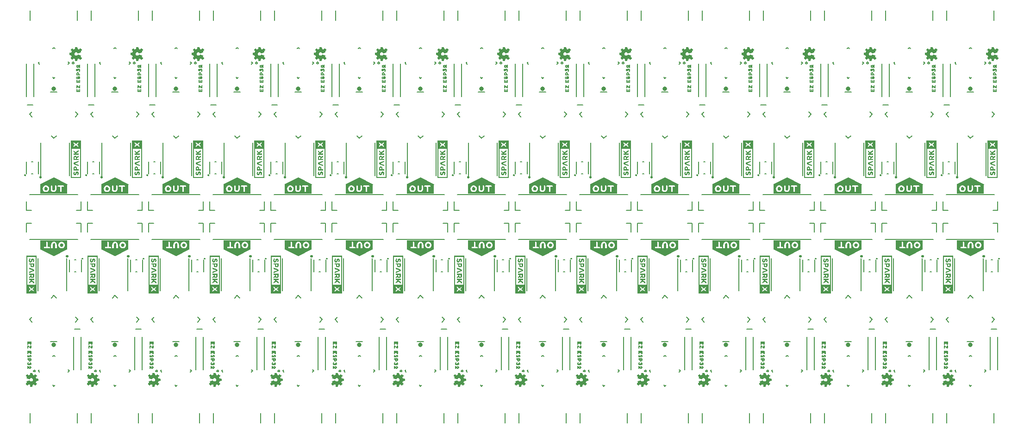
<source format=gto>
G04 EAGLE Gerber RS-274X export*
G75*
%MOMM*%
%FSLAX34Y34*%
%LPD*%
%INSilkscreen Top*%
%IPPOS*%
%AMOC8*
5,1,8,0,0,1.08239X$1,22.5*%
G01*
%ADD10C,0.152400*%
%ADD11C,0.803212*%
%ADD12C,0.203200*%
%ADD13C,0.300000*%
%ADD14C,0.127000*%

G36*
X550559Y480364D02*
X550559Y480364D01*
X550553Y480372D01*
X550561Y480378D01*
X550561Y548958D01*
X550525Y549005D01*
X550517Y548999D01*
X550511Y549007D01*
X531529Y549007D01*
X531481Y548971D01*
X531487Y548963D01*
X531479Y548958D01*
X531479Y480378D01*
X531515Y480330D01*
X531523Y480336D01*
X531529Y480328D01*
X550511Y480328D01*
X550559Y480364D01*
G37*
G36*
X1556399Y480364D02*
X1556399Y480364D01*
X1556393Y480372D01*
X1556401Y480378D01*
X1556401Y548958D01*
X1556365Y549005D01*
X1556357Y548999D01*
X1556351Y549007D01*
X1537369Y549007D01*
X1537321Y548971D01*
X1537327Y548963D01*
X1537319Y548958D01*
X1537319Y480378D01*
X1537355Y480330D01*
X1537363Y480336D01*
X1537369Y480328D01*
X1556351Y480328D01*
X1556399Y480364D01*
G37*
G36*
X1332879Y480364D02*
X1332879Y480364D01*
X1332873Y480372D01*
X1332881Y480378D01*
X1332881Y548958D01*
X1332845Y549005D01*
X1332837Y548999D01*
X1332831Y549007D01*
X1313849Y549007D01*
X1313801Y548971D01*
X1313807Y548963D01*
X1313799Y548958D01*
X1313799Y480378D01*
X1313835Y480330D01*
X1313843Y480336D01*
X1313849Y480328D01*
X1332831Y480328D01*
X1332879Y480364D01*
G37*
G36*
X885839Y480364D02*
X885839Y480364D01*
X885833Y480372D01*
X885841Y480378D01*
X885841Y548958D01*
X885805Y549005D01*
X885797Y548999D01*
X885791Y549007D01*
X866809Y549007D01*
X866761Y548971D01*
X866767Y548963D01*
X866759Y548958D01*
X866759Y480378D01*
X866795Y480330D01*
X866803Y480336D01*
X866809Y480328D01*
X885791Y480328D01*
X885839Y480364D01*
G37*
G36*
X774079Y480364D02*
X774079Y480364D01*
X774073Y480372D01*
X774081Y480378D01*
X774081Y548958D01*
X774045Y549005D01*
X774037Y548999D01*
X774031Y549007D01*
X755049Y549007D01*
X755001Y548971D01*
X755007Y548963D01*
X754999Y548958D01*
X754999Y480378D01*
X755035Y480330D01*
X755043Y480336D01*
X755049Y480328D01*
X774031Y480328D01*
X774079Y480364D01*
G37*
G36*
X1221119Y480364D02*
X1221119Y480364D01*
X1221113Y480372D01*
X1221121Y480378D01*
X1221121Y548958D01*
X1221085Y549005D01*
X1221077Y548999D01*
X1221071Y549007D01*
X1202089Y549007D01*
X1202041Y548971D01*
X1202047Y548963D01*
X1202039Y548958D01*
X1202039Y480378D01*
X1202075Y480330D01*
X1202083Y480336D01*
X1202089Y480328D01*
X1221071Y480328D01*
X1221119Y480364D01*
G37*
G36*
X1779919Y480364D02*
X1779919Y480364D01*
X1779913Y480372D01*
X1779921Y480378D01*
X1779921Y548958D01*
X1779885Y549005D01*
X1779877Y548999D01*
X1779871Y549007D01*
X1760889Y549007D01*
X1760841Y548971D01*
X1760847Y548963D01*
X1760839Y548958D01*
X1760839Y480378D01*
X1760875Y480330D01*
X1760883Y480336D01*
X1760889Y480328D01*
X1779871Y480328D01*
X1779919Y480364D01*
G37*
G36*
X438799Y480364D02*
X438799Y480364D01*
X438793Y480372D01*
X438801Y480378D01*
X438801Y548958D01*
X438765Y549005D01*
X438757Y548999D01*
X438751Y549007D01*
X419769Y549007D01*
X419721Y548971D01*
X419727Y548963D01*
X419719Y548958D01*
X419719Y480378D01*
X419755Y480330D01*
X419763Y480336D01*
X419769Y480328D01*
X438751Y480328D01*
X438799Y480364D01*
G37*
G36*
X103519Y480364D02*
X103519Y480364D01*
X103513Y480372D01*
X103521Y480378D01*
X103521Y548958D01*
X103485Y549005D01*
X103477Y548999D01*
X103471Y549007D01*
X84489Y549007D01*
X84441Y548971D01*
X84447Y548963D01*
X84439Y548958D01*
X84439Y480378D01*
X84475Y480330D01*
X84483Y480336D01*
X84489Y480328D01*
X103471Y480328D01*
X103519Y480364D01*
G37*
G36*
X581039Y268909D02*
X581039Y268909D01*
X581033Y268917D01*
X581041Y268923D01*
X581041Y337503D01*
X581005Y337550D01*
X580997Y337544D01*
X580991Y337552D01*
X562009Y337552D01*
X561961Y337516D01*
X561967Y337508D01*
X561959Y337503D01*
X561959Y268923D01*
X561995Y268875D01*
X562003Y268881D01*
X562009Y268873D01*
X580991Y268873D01*
X581039Y268909D01*
G37*
G36*
X1028079Y268909D02*
X1028079Y268909D01*
X1028073Y268917D01*
X1028081Y268923D01*
X1028081Y337503D01*
X1028045Y337550D01*
X1028037Y337544D01*
X1028031Y337552D01*
X1009049Y337552D01*
X1009001Y337516D01*
X1009007Y337508D01*
X1008999Y337503D01*
X1008999Y268923D01*
X1009035Y268875D01*
X1009043Y268881D01*
X1009049Y268873D01*
X1028031Y268873D01*
X1028079Y268909D01*
G37*
G36*
X469279Y268909D02*
X469279Y268909D01*
X469273Y268917D01*
X469281Y268923D01*
X469281Y337503D01*
X469245Y337550D01*
X469237Y337544D01*
X469231Y337552D01*
X450249Y337552D01*
X450201Y337516D01*
X450207Y337508D01*
X450199Y337503D01*
X450199Y268923D01*
X450235Y268875D01*
X450243Y268881D01*
X450249Y268873D01*
X469231Y268873D01*
X469279Y268909D01*
G37*
G36*
X1251599Y268909D02*
X1251599Y268909D01*
X1251593Y268917D01*
X1251601Y268923D01*
X1251601Y337503D01*
X1251565Y337550D01*
X1251557Y337544D01*
X1251551Y337552D01*
X1232569Y337552D01*
X1232521Y337516D01*
X1232527Y337508D01*
X1232519Y337503D01*
X1232519Y268923D01*
X1232555Y268875D01*
X1232563Y268881D01*
X1232569Y268873D01*
X1251551Y268873D01*
X1251599Y268909D01*
G37*
G36*
X1586879Y268909D02*
X1586879Y268909D01*
X1586873Y268917D01*
X1586881Y268923D01*
X1586881Y337503D01*
X1586845Y337550D01*
X1586837Y337544D01*
X1586831Y337552D01*
X1567849Y337552D01*
X1567801Y337516D01*
X1567807Y337508D01*
X1567799Y337503D01*
X1567799Y268923D01*
X1567835Y268875D01*
X1567843Y268881D01*
X1567849Y268873D01*
X1586831Y268873D01*
X1586879Y268909D01*
G37*
G36*
X133999Y268909D02*
X133999Y268909D01*
X133993Y268917D01*
X134001Y268923D01*
X134001Y337503D01*
X133965Y337550D01*
X133957Y337544D01*
X133951Y337552D01*
X114969Y337552D01*
X114921Y337516D01*
X114927Y337508D01*
X114919Y337503D01*
X114919Y268923D01*
X114955Y268875D01*
X114963Y268881D01*
X114969Y268873D01*
X133951Y268873D01*
X133999Y268909D01*
G37*
G36*
X916319Y268909D02*
X916319Y268909D01*
X916313Y268917D01*
X916321Y268923D01*
X916321Y337503D01*
X916285Y337550D01*
X916277Y337544D01*
X916271Y337552D01*
X897289Y337552D01*
X897241Y337516D01*
X897247Y337508D01*
X897239Y337503D01*
X897239Y268923D01*
X897275Y268875D01*
X897283Y268881D01*
X897289Y268873D01*
X916271Y268873D01*
X916319Y268909D01*
G37*
G36*
X692799Y268909D02*
X692799Y268909D01*
X692793Y268917D01*
X692801Y268923D01*
X692801Y337503D01*
X692765Y337550D01*
X692757Y337544D01*
X692751Y337552D01*
X673769Y337552D01*
X673721Y337516D01*
X673727Y337508D01*
X673719Y337503D01*
X673719Y268923D01*
X673755Y268875D01*
X673763Y268881D01*
X673769Y268873D01*
X692751Y268873D01*
X692799Y268909D01*
G37*
G36*
X1139839Y268909D02*
X1139839Y268909D01*
X1139833Y268917D01*
X1139841Y268923D01*
X1139841Y337503D01*
X1139805Y337550D01*
X1139797Y337544D01*
X1139791Y337552D01*
X1120809Y337552D01*
X1120761Y337516D01*
X1120767Y337508D01*
X1120759Y337503D01*
X1120759Y268923D01*
X1120795Y268875D01*
X1120803Y268881D01*
X1120809Y268873D01*
X1139791Y268873D01*
X1139839Y268909D01*
G37*
G36*
X1475119Y268909D02*
X1475119Y268909D01*
X1475113Y268917D01*
X1475121Y268923D01*
X1475121Y337503D01*
X1475085Y337550D01*
X1475077Y337544D01*
X1475071Y337552D01*
X1456089Y337552D01*
X1456041Y337516D01*
X1456047Y337508D01*
X1456039Y337503D01*
X1456039Y268923D01*
X1456075Y268875D01*
X1456083Y268881D01*
X1456089Y268873D01*
X1475071Y268873D01*
X1475119Y268909D01*
G37*
G36*
X804559Y268909D02*
X804559Y268909D01*
X804553Y268917D01*
X804561Y268923D01*
X804561Y337503D01*
X804525Y337550D01*
X804517Y337544D01*
X804511Y337552D01*
X785529Y337552D01*
X785481Y337516D01*
X785487Y337508D01*
X785479Y337503D01*
X785479Y268923D01*
X785515Y268875D01*
X785523Y268881D01*
X785529Y268873D01*
X804511Y268873D01*
X804559Y268909D01*
G37*
G36*
X3195Y268875D02*
X3195Y268875D01*
X3203Y268881D01*
X3209Y268873D01*
X22191Y268873D01*
X22239Y268909D01*
X22233Y268917D01*
X22241Y268923D01*
X22241Y337503D01*
X22205Y337550D01*
X22197Y337544D01*
X22191Y337552D01*
X3209Y337552D01*
X3161Y337516D01*
X3167Y337508D01*
X3159Y337503D01*
X3159Y268923D01*
X3195Y268875D01*
G37*
G36*
X1698639Y268909D02*
X1698639Y268909D01*
X1698633Y268917D01*
X1698641Y268923D01*
X1698641Y337503D01*
X1698605Y337550D01*
X1698597Y337544D01*
X1698591Y337552D01*
X1679609Y337552D01*
X1679561Y337516D01*
X1679567Y337508D01*
X1679559Y337503D01*
X1679559Y268923D01*
X1679595Y268875D01*
X1679603Y268881D01*
X1679609Y268873D01*
X1698591Y268873D01*
X1698639Y268909D01*
G37*
G36*
X1363359Y268909D02*
X1363359Y268909D01*
X1363353Y268917D01*
X1363361Y268923D01*
X1363361Y337503D01*
X1363325Y337550D01*
X1363317Y337544D01*
X1363311Y337552D01*
X1344329Y337552D01*
X1344281Y337516D01*
X1344287Y337508D01*
X1344279Y337503D01*
X1344279Y268923D01*
X1344315Y268875D01*
X1344323Y268881D01*
X1344329Y268873D01*
X1363311Y268873D01*
X1363359Y268909D01*
G37*
G36*
X357519Y268909D02*
X357519Y268909D01*
X357513Y268917D01*
X357521Y268923D01*
X357521Y337503D01*
X357485Y337550D01*
X357477Y337544D01*
X357471Y337552D01*
X338489Y337552D01*
X338441Y337516D01*
X338447Y337508D01*
X338439Y337503D01*
X338439Y268923D01*
X338475Y268875D01*
X338483Y268881D01*
X338489Y268873D01*
X357471Y268873D01*
X357519Y268909D01*
G37*
G36*
X245759Y268909D02*
X245759Y268909D01*
X245753Y268917D01*
X245761Y268923D01*
X245761Y337503D01*
X245725Y337550D01*
X245717Y337544D01*
X245711Y337552D01*
X226729Y337552D01*
X226681Y337516D01*
X226687Y337508D01*
X226679Y337503D01*
X226679Y268923D01*
X226715Y268875D01*
X226723Y268881D01*
X226729Y268873D01*
X245711Y268873D01*
X245759Y268909D01*
G37*
G36*
X1109359Y480364D02*
X1109359Y480364D01*
X1109353Y480372D01*
X1109361Y480378D01*
X1109361Y548958D01*
X1109325Y549005D01*
X1109317Y548999D01*
X1109311Y549007D01*
X1090329Y549007D01*
X1090281Y548971D01*
X1090287Y548963D01*
X1090279Y548958D01*
X1090279Y480378D01*
X1090315Y480330D01*
X1090323Y480336D01*
X1090329Y480328D01*
X1109311Y480328D01*
X1109359Y480364D01*
G37*
G36*
X215279Y480364D02*
X215279Y480364D01*
X215273Y480372D01*
X215281Y480378D01*
X215281Y548958D01*
X215245Y549005D01*
X215237Y548999D01*
X215231Y549007D01*
X196249Y549007D01*
X196201Y548971D01*
X196207Y548963D01*
X196199Y548958D01*
X196199Y480378D01*
X196235Y480330D01*
X196243Y480336D01*
X196249Y480328D01*
X215231Y480328D01*
X215279Y480364D01*
G37*
G36*
X662319Y480364D02*
X662319Y480364D01*
X662313Y480372D01*
X662321Y480378D01*
X662321Y548958D01*
X662285Y549005D01*
X662277Y548999D01*
X662271Y549007D01*
X643289Y549007D01*
X643241Y548971D01*
X643247Y548963D01*
X643239Y548958D01*
X643239Y480378D01*
X643275Y480330D01*
X643283Y480336D01*
X643289Y480328D01*
X662271Y480328D01*
X662319Y480364D01*
G37*
G36*
X1444639Y480364D02*
X1444639Y480364D01*
X1444633Y480372D01*
X1444641Y480378D01*
X1444641Y548958D01*
X1444605Y549005D01*
X1444597Y548999D01*
X1444591Y549007D01*
X1425609Y549007D01*
X1425561Y548971D01*
X1425567Y548963D01*
X1425559Y548958D01*
X1425559Y480378D01*
X1425595Y480330D01*
X1425603Y480336D01*
X1425609Y480328D01*
X1444591Y480328D01*
X1444639Y480364D01*
G37*
G36*
X1668159Y480364D02*
X1668159Y480364D01*
X1668153Y480372D01*
X1668161Y480378D01*
X1668161Y548958D01*
X1668125Y549005D01*
X1668117Y548999D01*
X1668111Y549007D01*
X1649129Y549007D01*
X1649081Y548971D01*
X1649087Y548963D01*
X1649079Y548958D01*
X1649079Y480378D01*
X1649115Y480330D01*
X1649123Y480336D01*
X1649129Y480328D01*
X1668111Y480328D01*
X1668159Y480364D01*
G37*
G36*
X997599Y480364D02*
X997599Y480364D01*
X997593Y480372D01*
X997601Y480378D01*
X997601Y548958D01*
X997565Y549005D01*
X997557Y548999D01*
X997551Y549007D01*
X978569Y549007D01*
X978521Y548971D01*
X978527Y548963D01*
X978519Y548958D01*
X978519Y480378D01*
X978555Y480330D01*
X978563Y480336D01*
X978569Y480328D01*
X997551Y480328D01*
X997599Y480364D01*
G37*
G36*
X327039Y480364D02*
X327039Y480364D01*
X327033Y480372D01*
X327041Y480378D01*
X327041Y548958D01*
X327005Y549005D01*
X326997Y548999D01*
X326991Y549007D01*
X308009Y549007D01*
X307961Y548971D01*
X307967Y548963D01*
X307959Y548958D01*
X307959Y480378D01*
X307995Y480330D01*
X308003Y480336D01*
X308009Y480328D01*
X326991Y480328D01*
X327039Y480364D01*
G37*
G36*
X77987Y451861D02*
X77987Y451861D01*
X78187Y452561D01*
X78184Y452571D01*
X78189Y452575D01*
X78189Y467760D01*
X78203Y467790D01*
X78211Y467860D01*
X78228Y467929D01*
X78224Y467982D01*
X78230Y468034D01*
X78215Y468104D01*
X78210Y468174D01*
X78189Y468223D01*
X78189Y468575D01*
X78164Y468608D01*
X78162Y468619D01*
X77562Y468919D01*
X77546Y468916D01*
X77540Y468924D01*
X77314Y468924D01*
X53680Y480741D01*
X53659Y480747D01*
X53641Y480759D01*
X53542Y480784D01*
X53446Y480814D01*
X53424Y480813D01*
X53402Y480819D01*
X53301Y480811D01*
X53200Y480808D01*
X53179Y480801D01*
X53157Y480799D01*
X53000Y480741D01*
X29366Y468924D01*
X28940Y468924D01*
X28919Y468908D01*
X28905Y468910D01*
X28505Y468510D01*
X28503Y468493D01*
X28493Y468486D01*
X28497Y468480D01*
X28491Y468475D01*
X28491Y468230D01*
X28477Y468200D01*
X28471Y468147D01*
X28456Y468096D01*
X28458Y468026D01*
X28450Y467956D01*
X28461Y467904D01*
X28463Y467851D01*
X28487Y467784D01*
X28491Y467767D01*
X28491Y452375D01*
X28502Y452360D01*
X28498Y452350D01*
X28798Y451850D01*
X28832Y451836D01*
X28840Y451826D01*
X77940Y451826D01*
X77987Y451861D01*
G37*
G36*
X1307347Y451861D02*
X1307347Y451861D01*
X1307547Y452561D01*
X1307544Y452571D01*
X1307549Y452575D01*
X1307549Y467760D01*
X1307563Y467790D01*
X1307571Y467860D01*
X1307588Y467929D01*
X1307584Y467982D01*
X1307590Y468034D01*
X1307575Y468104D01*
X1307570Y468174D01*
X1307549Y468223D01*
X1307549Y468575D01*
X1307524Y468608D01*
X1307522Y468619D01*
X1306922Y468919D01*
X1306906Y468916D01*
X1306900Y468924D01*
X1306674Y468924D01*
X1283040Y480741D01*
X1283019Y480747D01*
X1283001Y480759D01*
X1282902Y480784D01*
X1282806Y480814D01*
X1282784Y480813D01*
X1282762Y480819D01*
X1282661Y480811D01*
X1282560Y480808D01*
X1282539Y480801D01*
X1282517Y480799D01*
X1282360Y480741D01*
X1258726Y468924D01*
X1258300Y468924D01*
X1258279Y468908D01*
X1258265Y468910D01*
X1257865Y468510D01*
X1257863Y468493D01*
X1257853Y468486D01*
X1257857Y468480D01*
X1257851Y468475D01*
X1257851Y468230D01*
X1257837Y468200D01*
X1257831Y468147D01*
X1257816Y468096D01*
X1257818Y468026D01*
X1257810Y467956D01*
X1257821Y467904D01*
X1257823Y467851D01*
X1257847Y467784D01*
X1257851Y467767D01*
X1257851Y452375D01*
X1257862Y452360D01*
X1257858Y452350D01*
X1258158Y451850D01*
X1258192Y451836D01*
X1258200Y451826D01*
X1307300Y451826D01*
X1307347Y451861D01*
G37*
G36*
X525027Y451861D02*
X525027Y451861D01*
X525227Y452561D01*
X525224Y452571D01*
X525229Y452575D01*
X525229Y467760D01*
X525243Y467790D01*
X525251Y467860D01*
X525268Y467929D01*
X525264Y467982D01*
X525270Y468034D01*
X525255Y468104D01*
X525250Y468174D01*
X525229Y468223D01*
X525229Y468575D01*
X525204Y468608D01*
X525202Y468619D01*
X524602Y468919D01*
X524586Y468916D01*
X524580Y468924D01*
X524354Y468924D01*
X500720Y480741D01*
X500699Y480747D01*
X500681Y480759D01*
X500582Y480784D01*
X500486Y480814D01*
X500464Y480813D01*
X500442Y480819D01*
X500341Y480811D01*
X500240Y480808D01*
X500219Y480801D01*
X500197Y480799D01*
X500040Y480741D01*
X476406Y468924D01*
X475980Y468924D01*
X475959Y468908D01*
X475945Y468910D01*
X475545Y468510D01*
X475543Y468493D01*
X475533Y468486D01*
X475537Y468480D01*
X475531Y468475D01*
X475531Y468230D01*
X475517Y468200D01*
X475511Y468147D01*
X475496Y468096D01*
X475498Y468026D01*
X475490Y467956D01*
X475501Y467904D01*
X475503Y467851D01*
X475527Y467784D01*
X475531Y467767D01*
X475531Y452375D01*
X475542Y452360D01*
X475538Y452350D01*
X475838Y451850D01*
X475872Y451836D01*
X475880Y451826D01*
X524980Y451826D01*
X525027Y451861D01*
G37*
G36*
X189747Y451861D02*
X189747Y451861D01*
X189947Y452561D01*
X189944Y452571D01*
X189949Y452575D01*
X189949Y467760D01*
X189963Y467790D01*
X189971Y467860D01*
X189988Y467929D01*
X189984Y467982D01*
X189990Y468034D01*
X189975Y468104D01*
X189970Y468174D01*
X189949Y468223D01*
X189949Y468575D01*
X189924Y468608D01*
X189922Y468619D01*
X189322Y468919D01*
X189306Y468916D01*
X189300Y468924D01*
X189074Y468924D01*
X165440Y480741D01*
X165419Y480747D01*
X165401Y480759D01*
X165302Y480784D01*
X165206Y480814D01*
X165184Y480813D01*
X165162Y480819D01*
X165061Y480811D01*
X164960Y480808D01*
X164939Y480801D01*
X164917Y480799D01*
X164760Y480741D01*
X141126Y468924D01*
X140700Y468924D01*
X140679Y468908D01*
X140665Y468910D01*
X140265Y468510D01*
X140263Y468493D01*
X140253Y468486D01*
X140257Y468480D01*
X140251Y468475D01*
X140251Y468230D01*
X140237Y468200D01*
X140231Y468147D01*
X140216Y468096D01*
X140218Y468026D01*
X140210Y467956D01*
X140221Y467904D01*
X140223Y467851D01*
X140247Y467784D01*
X140251Y467767D01*
X140251Y452375D01*
X140262Y452360D01*
X140258Y452350D01*
X140558Y451850D01*
X140592Y451836D01*
X140600Y451826D01*
X189700Y451826D01*
X189747Y451861D01*
G37*
G36*
X1754387Y451861D02*
X1754387Y451861D01*
X1754587Y452561D01*
X1754584Y452571D01*
X1754589Y452575D01*
X1754589Y467760D01*
X1754603Y467790D01*
X1754611Y467860D01*
X1754628Y467929D01*
X1754624Y467982D01*
X1754630Y468034D01*
X1754615Y468104D01*
X1754610Y468174D01*
X1754589Y468223D01*
X1754589Y468575D01*
X1754564Y468608D01*
X1754562Y468619D01*
X1753962Y468919D01*
X1753946Y468916D01*
X1753940Y468924D01*
X1753714Y468924D01*
X1730080Y480741D01*
X1730059Y480747D01*
X1730041Y480759D01*
X1729942Y480784D01*
X1729846Y480814D01*
X1729824Y480813D01*
X1729802Y480819D01*
X1729701Y480811D01*
X1729600Y480808D01*
X1729579Y480801D01*
X1729557Y480799D01*
X1729400Y480741D01*
X1705766Y468924D01*
X1705340Y468924D01*
X1705319Y468908D01*
X1705305Y468910D01*
X1704905Y468510D01*
X1704903Y468493D01*
X1704893Y468486D01*
X1704897Y468480D01*
X1704891Y468475D01*
X1704891Y468230D01*
X1704877Y468200D01*
X1704871Y468147D01*
X1704856Y468096D01*
X1704858Y468026D01*
X1704850Y467956D01*
X1704861Y467904D01*
X1704863Y467851D01*
X1704887Y467784D01*
X1704891Y467767D01*
X1704891Y452375D01*
X1704902Y452360D01*
X1704898Y452350D01*
X1705198Y451850D01*
X1705232Y451836D01*
X1705240Y451826D01*
X1754340Y451826D01*
X1754387Y451861D01*
G37*
G36*
X1642627Y451861D02*
X1642627Y451861D01*
X1642827Y452561D01*
X1642824Y452571D01*
X1642829Y452575D01*
X1642829Y467760D01*
X1642843Y467790D01*
X1642851Y467860D01*
X1642868Y467929D01*
X1642864Y467982D01*
X1642870Y468034D01*
X1642855Y468104D01*
X1642850Y468174D01*
X1642829Y468223D01*
X1642829Y468575D01*
X1642804Y468608D01*
X1642802Y468619D01*
X1642202Y468919D01*
X1642186Y468916D01*
X1642180Y468924D01*
X1641954Y468924D01*
X1618320Y480741D01*
X1618299Y480747D01*
X1618281Y480759D01*
X1618182Y480784D01*
X1618086Y480814D01*
X1618064Y480813D01*
X1618042Y480819D01*
X1617941Y480811D01*
X1617840Y480808D01*
X1617819Y480801D01*
X1617797Y480799D01*
X1617640Y480741D01*
X1594006Y468924D01*
X1593580Y468924D01*
X1593559Y468908D01*
X1593545Y468910D01*
X1593145Y468510D01*
X1593143Y468493D01*
X1593133Y468486D01*
X1593137Y468480D01*
X1593131Y468475D01*
X1593131Y468230D01*
X1593117Y468200D01*
X1593111Y468147D01*
X1593096Y468096D01*
X1593098Y468026D01*
X1593090Y467956D01*
X1593101Y467904D01*
X1593103Y467851D01*
X1593127Y467784D01*
X1593131Y467767D01*
X1593131Y452375D01*
X1593142Y452360D01*
X1593138Y452350D01*
X1593438Y451850D01*
X1593472Y451836D01*
X1593480Y451826D01*
X1642580Y451826D01*
X1642627Y451861D01*
G37*
G36*
X636787Y451861D02*
X636787Y451861D01*
X636987Y452561D01*
X636984Y452571D01*
X636989Y452575D01*
X636989Y467760D01*
X637003Y467790D01*
X637011Y467860D01*
X637028Y467929D01*
X637024Y467982D01*
X637030Y468034D01*
X637015Y468104D01*
X637010Y468174D01*
X636989Y468223D01*
X636989Y468575D01*
X636964Y468608D01*
X636962Y468619D01*
X636362Y468919D01*
X636346Y468916D01*
X636340Y468924D01*
X636114Y468924D01*
X612480Y480741D01*
X612459Y480747D01*
X612441Y480759D01*
X612342Y480784D01*
X612246Y480814D01*
X612224Y480813D01*
X612202Y480819D01*
X612101Y480811D01*
X612000Y480808D01*
X611979Y480801D01*
X611957Y480799D01*
X611800Y480741D01*
X588166Y468924D01*
X587740Y468924D01*
X587719Y468908D01*
X587705Y468910D01*
X587305Y468510D01*
X587303Y468493D01*
X587293Y468486D01*
X587297Y468480D01*
X587291Y468475D01*
X587291Y468230D01*
X587277Y468200D01*
X587271Y468147D01*
X587256Y468096D01*
X587258Y468026D01*
X587250Y467956D01*
X587261Y467904D01*
X587263Y467851D01*
X587287Y467784D01*
X587291Y467767D01*
X587291Y452375D01*
X587302Y452360D01*
X587298Y452350D01*
X587598Y451850D01*
X587632Y451836D01*
X587640Y451826D01*
X636740Y451826D01*
X636787Y451861D01*
G37*
G36*
X972067Y451861D02*
X972067Y451861D01*
X972267Y452561D01*
X972264Y452571D01*
X972269Y452575D01*
X972269Y467760D01*
X972283Y467790D01*
X972291Y467860D01*
X972308Y467929D01*
X972304Y467982D01*
X972310Y468034D01*
X972295Y468104D01*
X972290Y468174D01*
X972269Y468223D01*
X972269Y468575D01*
X972244Y468608D01*
X972242Y468619D01*
X971642Y468919D01*
X971626Y468916D01*
X971620Y468924D01*
X971394Y468924D01*
X947760Y480741D01*
X947739Y480747D01*
X947721Y480759D01*
X947622Y480784D01*
X947526Y480814D01*
X947504Y480813D01*
X947482Y480819D01*
X947381Y480811D01*
X947280Y480808D01*
X947259Y480801D01*
X947237Y480799D01*
X947080Y480741D01*
X923446Y468924D01*
X923020Y468924D01*
X922999Y468908D01*
X922985Y468910D01*
X922585Y468510D01*
X922583Y468493D01*
X922573Y468486D01*
X922577Y468480D01*
X922571Y468475D01*
X922571Y468230D01*
X922557Y468200D01*
X922551Y468147D01*
X922536Y468096D01*
X922538Y468026D01*
X922530Y467956D01*
X922541Y467904D01*
X922543Y467851D01*
X922567Y467784D01*
X922571Y467767D01*
X922571Y452375D01*
X922582Y452360D01*
X922578Y452350D01*
X922878Y451850D01*
X922912Y451836D01*
X922920Y451826D01*
X972020Y451826D01*
X972067Y451861D01*
G37*
G36*
X748547Y451861D02*
X748547Y451861D01*
X748747Y452561D01*
X748744Y452571D01*
X748749Y452575D01*
X748749Y467760D01*
X748763Y467790D01*
X748771Y467860D01*
X748788Y467929D01*
X748784Y467982D01*
X748790Y468034D01*
X748775Y468104D01*
X748770Y468174D01*
X748749Y468223D01*
X748749Y468575D01*
X748724Y468608D01*
X748722Y468619D01*
X748122Y468919D01*
X748106Y468916D01*
X748100Y468924D01*
X747874Y468924D01*
X724240Y480741D01*
X724219Y480747D01*
X724201Y480759D01*
X724102Y480784D01*
X724006Y480814D01*
X723984Y480813D01*
X723962Y480819D01*
X723861Y480811D01*
X723760Y480808D01*
X723739Y480801D01*
X723717Y480799D01*
X723560Y480741D01*
X699926Y468924D01*
X699500Y468924D01*
X699479Y468908D01*
X699465Y468910D01*
X699065Y468510D01*
X699063Y468493D01*
X699053Y468486D01*
X699057Y468480D01*
X699051Y468475D01*
X699051Y468230D01*
X699037Y468200D01*
X699031Y468147D01*
X699016Y468096D01*
X699018Y468026D01*
X699010Y467956D01*
X699021Y467904D01*
X699023Y467851D01*
X699047Y467784D01*
X699051Y467767D01*
X699051Y452375D01*
X699062Y452360D01*
X699058Y452350D01*
X699358Y451850D01*
X699392Y451836D01*
X699400Y451826D01*
X748500Y451826D01*
X748547Y451861D01*
G37*
G36*
X301507Y451861D02*
X301507Y451861D01*
X301707Y452561D01*
X301704Y452571D01*
X301709Y452575D01*
X301709Y467760D01*
X301723Y467790D01*
X301731Y467860D01*
X301748Y467929D01*
X301744Y467982D01*
X301750Y468034D01*
X301735Y468104D01*
X301730Y468174D01*
X301709Y468223D01*
X301709Y468575D01*
X301684Y468608D01*
X301682Y468619D01*
X301082Y468919D01*
X301066Y468916D01*
X301060Y468924D01*
X300834Y468924D01*
X277200Y480741D01*
X277179Y480747D01*
X277161Y480759D01*
X277062Y480784D01*
X276966Y480814D01*
X276944Y480813D01*
X276922Y480819D01*
X276821Y480811D01*
X276720Y480808D01*
X276699Y480801D01*
X276677Y480799D01*
X276520Y480741D01*
X252886Y468924D01*
X252460Y468924D01*
X252439Y468908D01*
X252425Y468910D01*
X252025Y468510D01*
X252023Y468493D01*
X252013Y468486D01*
X252017Y468480D01*
X252011Y468475D01*
X252011Y468230D01*
X251997Y468200D01*
X251991Y468147D01*
X251976Y468096D01*
X251978Y468026D01*
X251970Y467956D01*
X251981Y467904D01*
X251983Y467851D01*
X252007Y467784D01*
X252011Y467767D01*
X252011Y452375D01*
X252022Y452360D01*
X252018Y452350D01*
X252318Y451850D01*
X252352Y451836D01*
X252360Y451826D01*
X301460Y451826D01*
X301507Y451861D01*
G37*
G36*
X860307Y451861D02*
X860307Y451861D01*
X860507Y452561D01*
X860504Y452571D01*
X860509Y452575D01*
X860509Y467760D01*
X860523Y467790D01*
X860531Y467860D01*
X860548Y467929D01*
X860544Y467982D01*
X860550Y468034D01*
X860535Y468104D01*
X860530Y468174D01*
X860509Y468223D01*
X860509Y468575D01*
X860484Y468608D01*
X860482Y468619D01*
X859882Y468919D01*
X859866Y468916D01*
X859860Y468924D01*
X859634Y468924D01*
X836000Y480741D01*
X835979Y480747D01*
X835961Y480759D01*
X835862Y480784D01*
X835766Y480814D01*
X835744Y480813D01*
X835722Y480819D01*
X835621Y480811D01*
X835520Y480808D01*
X835499Y480801D01*
X835477Y480799D01*
X835320Y480741D01*
X811686Y468924D01*
X811260Y468924D01*
X811239Y468908D01*
X811225Y468910D01*
X810825Y468510D01*
X810823Y468493D01*
X810813Y468486D01*
X810817Y468480D01*
X810811Y468475D01*
X810811Y468230D01*
X810797Y468200D01*
X810791Y468147D01*
X810776Y468096D01*
X810778Y468026D01*
X810770Y467956D01*
X810781Y467904D01*
X810783Y467851D01*
X810807Y467784D01*
X810811Y467767D01*
X810811Y452375D01*
X810822Y452360D01*
X810818Y452350D01*
X811118Y451850D01*
X811152Y451836D01*
X811160Y451826D01*
X860260Y451826D01*
X860307Y451861D01*
G37*
G36*
X413267Y451861D02*
X413267Y451861D01*
X413467Y452561D01*
X413464Y452571D01*
X413469Y452575D01*
X413469Y467760D01*
X413483Y467790D01*
X413491Y467860D01*
X413508Y467929D01*
X413504Y467982D01*
X413510Y468034D01*
X413495Y468104D01*
X413490Y468174D01*
X413469Y468223D01*
X413469Y468575D01*
X413444Y468608D01*
X413442Y468619D01*
X412842Y468919D01*
X412826Y468916D01*
X412820Y468924D01*
X412594Y468924D01*
X388960Y480741D01*
X388939Y480747D01*
X388921Y480759D01*
X388822Y480784D01*
X388726Y480814D01*
X388704Y480813D01*
X388682Y480819D01*
X388581Y480811D01*
X388480Y480808D01*
X388459Y480801D01*
X388437Y480799D01*
X388280Y480741D01*
X364646Y468924D01*
X364220Y468924D01*
X364199Y468908D01*
X364185Y468910D01*
X363785Y468510D01*
X363783Y468493D01*
X363773Y468486D01*
X363777Y468480D01*
X363771Y468475D01*
X363771Y468230D01*
X363757Y468200D01*
X363751Y468147D01*
X363736Y468096D01*
X363738Y468026D01*
X363730Y467956D01*
X363741Y467904D01*
X363743Y467851D01*
X363767Y467784D01*
X363771Y467767D01*
X363771Y452375D01*
X363782Y452360D01*
X363778Y452350D01*
X364078Y451850D01*
X364112Y451836D01*
X364120Y451826D01*
X413220Y451826D01*
X413267Y451861D01*
G37*
G36*
X1530867Y451861D02*
X1530867Y451861D01*
X1531067Y452561D01*
X1531064Y452571D01*
X1531069Y452575D01*
X1531069Y467760D01*
X1531083Y467790D01*
X1531091Y467860D01*
X1531108Y467929D01*
X1531104Y467982D01*
X1531110Y468034D01*
X1531095Y468104D01*
X1531090Y468174D01*
X1531069Y468223D01*
X1531069Y468575D01*
X1531044Y468608D01*
X1531042Y468619D01*
X1530442Y468919D01*
X1530426Y468916D01*
X1530420Y468924D01*
X1530194Y468924D01*
X1506560Y480741D01*
X1506539Y480747D01*
X1506521Y480759D01*
X1506422Y480784D01*
X1506326Y480814D01*
X1506304Y480813D01*
X1506282Y480819D01*
X1506181Y480811D01*
X1506080Y480808D01*
X1506059Y480801D01*
X1506037Y480799D01*
X1505880Y480741D01*
X1482246Y468924D01*
X1481820Y468924D01*
X1481799Y468908D01*
X1481785Y468910D01*
X1481385Y468510D01*
X1481383Y468493D01*
X1481373Y468486D01*
X1481377Y468480D01*
X1481371Y468475D01*
X1481371Y468230D01*
X1481357Y468200D01*
X1481351Y468147D01*
X1481336Y468096D01*
X1481338Y468026D01*
X1481330Y467956D01*
X1481341Y467904D01*
X1481343Y467851D01*
X1481367Y467784D01*
X1481371Y467767D01*
X1481371Y452375D01*
X1481382Y452360D01*
X1481378Y452350D01*
X1481678Y451850D01*
X1481712Y451836D01*
X1481720Y451826D01*
X1530820Y451826D01*
X1530867Y451861D01*
G37*
G36*
X1083827Y451861D02*
X1083827Y451861D01*
X1084027Y452561D01*
X1084024Y452571D01*
X1084029Y452575D01*
X1084029Y467760D01*
X1084043Y467790D01*
X1084051Y467860D01*
X1084068Y467929D01*
X1084064Y467982D01*
X1084070Y468034D01*
X1084055Y468104D01*
X1084050Y468174D01*
X1084029Y468223D01*
X1084029Y468575D01*
X1084004Y468608D01*
X1084002Y468619D01*
X1083402Y468919D01*
X1083386Y468916D01*
X1083380Y468924D01*
X1083154Y468924D01*
X1059520Y480741D01*
X1059499Y480747D01*
X1059481Y480759D01*
X1059382Y480784D01*
X1059286Y480814D01*
X1059264Y480813D01*
X1059242Y480819D01*
X1059141Y480811D01*
X1059040Y480808D01*
X1059019Y480801D01*
X1058997Y480799D01*
X1058840Y480741D01*
X1035206Y468924D01*
X1034780Y468924D01*
X1034759Y468908D01*
X1034745Y468910D01*
X1034345Y468510D01*
X1034343Y468493D01*
X1034333Y468486D01*
X1034337Y468480D01*
X1034331Y468475D01*
X1034331Y468230D01*
X1034317Y468200D01*
X1034311Y468147D01*
X1034296Y468096D01*
X1034298Y468026D01*
X1034290Y467956D01*
X1034301Y467904D01*
X1034303Y467851D01*
X1034327Y467784D01*
X1034331Y467767D01*
X1034331Y452375D01*
X1034342Y452360D01*
X1034338Y452350D01*
X1034638Y451850D01*
X1034672Y451836D01*
X1034680Y451826D01*
X1083780Y451826D01*
X1083827Y451861D01*
G37*
G36*
X1195587Y451861D02*
X1195587Y451861D01*
X1195787Y452561D01*
X1195784Y452571D01*
X1195789Y452575D01*
X1195789Y467760D01*
X1195803Y467790D01*
X1195811Y467860D01*
X1195828Y467929D01*
X1195824Y467982D01*
X1195830Y468034D01*
X1195815Y468104D01*
X1195810Y468174D01*
X1195789Y468223D01*
X1195789Y468575D01*
X1195764Y468608D01*
X1195762Y468619D01*
X1195162Y468919D01*
X1195146Y468916D01*
X1195140Y468924D01*
X1194914Y468924D01*
X1171280Y480741D01*
X1171259Y480747D01*
X1171241Y480759D01*
X1171142Y480784D01*
X1171046Y480814D01*
X1171024Y480813D01*
X1171002Y480819D01*
X1170901Y480811D01*
X1170800Y480808D01*
X1170779Y480801D01*
X1170757Y480799D01*
X1170600Y480741D01*
X1146966Y468924D01*
X1146540Y468924D01*
X1146519Y468908D01*
X1146505Y468910D01*
X1146105Y468510D01*
X1146103Y468493D01*
X1146093Y468486D01*
X1146097Y468480D01*
X1146091Y468475D01*
X1146091Y468230D01*
X1146077Y468200D01*
X1146071Y468147D01*
X1146056Y468096D01*
X1146058Y468026D01*
X1146050Y467956D01*
X1146061Y467904D01*
X1146063Y467851D01*
X1146087Y467784D01*
X1146091Y467767D01*
X1146091Y452375D01*
X1146102Y452360D01*
X1146098Y452350D01*
X1146398Y451850D01*
X1146432Y451836D01*
X1146440Y451826D01*
X1195540Y451826D01*
X1195587Y451861D01*
G37*
G36*
X1419107Y451861D02*
X1419107Y451861D01*
X1419307Y452561D01*
X1419304Y452571D01*
X1419309Y452575D01*
X1419309Y467760D01*
X1419323Y467790D01*
X1419331Y467860D01*
X1419348Y467929D01*
X1419344Y467982D01*
X1419350Y468034D01*
X1419335Y468104D01*
X1419330Y468174D01*
X1419309Y468223D01*
X1419309Y468575D01*
X1419284Y468608D01*
X1419282Y468619D01*
X1418682Y468919D01*
X1418666Y468916D01*
X1418660Y468924D01*
X1418434Y468924D01*
X1394800Y480741D01*
X1394779Y480747D01*
X1394761Y480759D01*
X1394662Y480784D01*
X1394566Y480814D01*
X1394544Y480813D01*
X1394522Y480819D01*
X1394421Y480811D01*
X1394320Y480808D01*
X1394299Y480801D01*
X1394277Y480799D01*
X1394120Y480741D01*
X1370486Y468924D01*
X1370060Y468924D01*
X1370039Y468908D01*
X1370025Y468910D01*
X1369625Y468510D01*
X1369623Y468493D01*
X1369613Y468486D01*
X1369617Y468480D01*
X1369611Y468475D01*
X1369611Y468230D01*
X1369597Y468200D01*
X1369591Y468147D01*
X1369576Y468096D01*
X1369578Y468026D01*
X1369570Y467956D01*
X1369581Y467904D01*
X1369583Y467851D01*
X1369607Y467784D01*
X1369611Y467767D01*
X1369611Y452375D01*
X1369622Y452360D01*
X1369618Y452350D01*
X1369918Y451850D01*
X1369952Y451836D01*
X1369960Y451826D01*
X1419060Y451826D01*
X1419107Y451861D01*
G37*
G36*
X835699Y337069D02*
X835699Y337069D01*
X835800Y337072D01*
X835821Y337079D01*
X835843Y337081D01*
X836000Y337139D01*
X859634Y348956D01*
X860060Y348956D01*
X860081Y348972D01*
X860095Y348970D01*
X860495Y349370D01*
X860496Y349382D01*
X860501Y349386D01*
X860498Y349391D01*
X860499Y349397D01*
X860509Y349405D01*
X860509Y349650D01*
X860523Y349680D01*
X860529Y349733D01*
X860544Y349784D01*
X860542Y349854D01*
X860550Y349924D01*
X860539Y349976D01*
X860537Y350030D01*
X860513Y350096D01*
X860509Y350113D01*
X860509Y365505D01*
X860498Y365520D01*
X860502Y365530D01*
X860202Y366030D01*
X860168Y366044D01*
X860160Y366054D01*
X811060Y366054D01*
X811013Y366019D01*
X810813Y365319D01*
X810816Y365309D01*
X810811Y365305D01*
X810811Y350120D01*
X810797Y350090D01*
X810789Y350020D01*
X810772Y349951D01*
X810776Y349898D01*
X810770Y349846D01*
X810785Y349776D01*
X810790Y349706D01*
X810811Y349657D01*
X810811Y349305D01*
X810836Y349272D01*
X810838Y349261D01*
X811438Y348961D01*
X811454Y348964D01*
X811460Y348956D01*
X811686Y348956D01*
X835320Y337139D01*
X835341Y337133D01*
X835359Y337121D01*
X835458Y337096D01*
X835554Y337066D01*
X835576Y337067D01*
X835598Y337061D01*
X835699Y337069D01*
G37*
G36*
X1506259Y337069D02*
X1506259Y337069D01*
X1506360Y337072D01*
X1506381Y337079D01*
X1506403Y337081D01*
X1506560Y337139D01*
X1530194Y348956D01*
X1530620Y348956D01*
X1530641Y348972D01*
X1530655Y348970D01*
X1531055Y349370D01*
X1531056Y349382D01*
X1531061Y349386D01*
X1531058Y349391D01*
X1531059Y349397D01*
X1531069Y349405D01*
X1531069Y349650D01*
X1531083Y349680D01*
X1531089Y349733D01*
X1531104Y349784D01*
X1531102Y349854D01*
X1531110Y349924D01*
X1531099Y349976D01*
X1531097Y350030D01*
X1531073Y350096D01*
X1531069Y350113D01*
X1531069Y365505D01*
X1531058Y365520D01*
X1531062Y365530D01*
X1530762Y366030D01*
X1530728Y366044D01*
X1530720Y366054D01*
X1481620Y366054D01*
X1481573Y366019D01*
X1481373Y365319D01*
X1481376Y365309D01*
X1481371Y365305D01*
X1481371Y350120D01*
X1481357Y350090D01*
X1481349Y350020D01*
X1481332Y349951D01*
X1481336Y349898D01*
X1481330Y349846D01*
X1481345Y349776D01*
X1481350Y349706D01*
X1481371Y349657D01*
X1481371Y349305D01*
X1481396Y349272D01*
X1481398Y349261D01*
X1481998Y348961D01*
X1482014Y348964D01*
X1482020Y348956D01*
X1482246Y348956D01*
X1505880Y337139D01*
X1505901Y337133D01*
X1505919Y337121D01*
X1506018Y337096D01*
X1506114Y337066D01*
X1506136Y337067D01*
X1506158Y337061D01*
X1506259Y337069D01*
G37*
G36*
X1059219Y337069D02*
X1059219Y337069D01*
X1059320Y337072D01*
X1059341Y337079D01*
X1059363Y337081D01*
X1059520Y337139D01*
X1083154Y348956D01*
X1083580Y348956D01*
X1083601Y348972D01*
X1083615Y348970D01*
X1084015Y349370D01*
X1084016Y349382D01*
X1084021Y349386D01*
X1084018Y349391D01*
X1084019Y349397D01*
X1084029Y349405D01*
X1084029Y349650D01*
X1084043Y349680D01*
X1084049Y349733D01*
X1084064Y349784D01*
X1084062Y349854D01*
X1084070Y349924D01*
X1084059Y349976D01*
X1084057Y350030D01*
X1084033Y350096D01*
X1084029Y350113D01*
X1084029Y365505D01*
X1084018Y365520D01*
X1084022Y365530D01*
X1083722Y366030D01*
X1083688Y366044D01*
X1083680Y366054D01*
X1034580Y366054D01*
X1034533Y366019D01*
X1034333Y365319D01*
X1034336Y365309D01*
X1034331Y365305D01*
X1034331Y350120D01*
X1034317Y350090D01*
X1034309Y350020D01*
X1034292Y349951D01*
X1034296Y349898D01*
X1034290Y349846D01*
X1034305Y349776D01*
X1034310Y349706D01*
X1034331Y349657D01*
X1034331Y349305D01*
X1034356Y349272D01*
X1034358Y349261D01*
X1034958Y348961D01*
X1034974Y348964D01*
X1034980Y348956D01*
X1035206Y348956D01*
X1058840Y337139D01*
X1058861Y337133D01*
X1058879Y337121D01*
X1058978Y337096D01*
X1059074Y337066D01*
X1059096Y337067D01*
X1059118Y337061D01*
X1059219Y337069D01*
G37*
G36*
X947459Y337069D02*
X947459Y337069D01*
X947560Y337072D01*
X947581Y337079D01*
X947603Y337081D01*
X947760Y337139D01*
X971394Y348956D01*
X971820Y348956D01*
X971841Y348972D01*
X971855Y348970D01*
X972255Y349370D01*
X972256Y349382D01*
X972261Y349386D01*
X972258Y349391D01*
X972259Y349397D01*
X972269Y349405D01*
X972269Y349650D01*
X972283Y349680D01*
X972289Y349733D01*
X972304Y349784D01*
X972302Y349854D01*
X972310Y349924D01*
X972299Y349976D01*
X972297Y350030D01*
X972273Y350096D01*
X972269Y350113D01*
X972269Y365505D01*
X972258Y365520D01*
X972262Y365530D01*
X971962Y366030D01*
X971928Y366044D01*
X971920Y366054D01*
X922820Y366054D01*
X922773Y366019D01*
X922573Y365319D01*
X922576Y365309D01*
X922571Y365305D01*
X922571Y350120D01*
X922557Y350090D01*
X922549Y350020D01*
X922532Y349951D01*
X922536Y349898D01*
X922530Y349846D01*
X922545Y349776D01*
X922550Y349706D01*
X922571Y349657D01*
X922571Y349305D01*
X922596Y349272D01*
X922598Y349261D01*
X923198Y348961D01*
X923214Y348964D01*
X923220Y348956D01*
X923446Y348956D01*
X947080Y337139D01*
X947101Y337133D01*
X947119Y337121D01*
X947218Y337096D01*
X947314Y337066D01*
X947336Y337067D01*
X947358Y337061D01*
X947459Y337069D01*
G37*
G36*
X276899Y337069D02*
X276899Y337069D01*
X277000Y337072D01*
X277021Y337079D01*
X277043Y337081D01*
X277200Y337139D01*
X300834Y348956D01*
X301260Y348956D01*
X301281Y348972D01*
X301295Y348970D01*
X301695Y349370D01*
X301696Y349382D01*
X301701Y349386D01*
X301698Y349391D01*
X301699Y349397D01*
X301709Y349405D01*
X301709Y349650D01*
X301723Y349680D01*
X301729Y349733D01*
X301744Y349784D01*
X301742Y349854D01*
X301750Y349924D01*
X301739Y349976D01*
X301737Y350030D01*
X301713Y350096D01*
X301709Y350113D01*
X301709Y365505D01*
X301698Y365520D01*
X301702Y365530D01*
X301402Y366030D01*
X301368Y366044D01*
X301360Y366054D01*
X252260Y366054D01*
X252213Y366019D01*
X252013Y365319D01*
X252016Y365309D01*
X252011Y365305D01*
X252011Y350120D01*
X251997Y350090D01*
X251989Y350020D01*
X251972Y349951D01*
X251976Y349898D01*
X251970Y349846D01*
X251985Y349776D01*
X251990Y349706D01*
X252011Y349657D01*
X252011Y349305D01*
X252036Y349272D01*
X252038Y349261D01*
X252638Y348961D01*
X252654Y348964D01*
X252660Y348956D01*
X252886Y348956D01*
X276520Y337139D01*
X276541Y337133D01*
X276559Y337121D01*
X276658Y337096D01*
X276754Y337066D01*
X276776Y337067D01*
X276798Y337061D01*
X276899Y337069D01*
G37*
G36*
X53379Y337069D02*
X53379Y337069D01*
X53480Y337072D01*
X53501Y337079D01*
X53523Y337081D01*
X53680Y337139D01*
X77314Y348956D01*
X77740Y348956D01*
X77761Y348972D01*
X77775Y348970D01*
X78175Y349370D01*
X78176Y349382D01*
X78181Y349386D01*
X78178Y349391D01*
X78179Y349397D01*
X78189Y349405D01*
X78189Y349650D01*
X78203Y349680D01*
X78209Y349733D01*
X78224Y349784D01*
X78222Y349854D01*
X78230Y349924D01*
X78219Y349976D01*
X78217Y350030D01*
X78193Y350096D01*
X78189Y350113D01*
X78189Y365505D01*
X78178Y365520D01*
X78182Y365530D01*
X77882Y366030D01*
X77848Y366044D01*
X77840Y366054D01*
X28740Y366054D01*
X28693Y366019D01*
X28493Y365319D01*
X28496Y365309D01*
X28491Y365305D01*
X28491Y350120D01*
X28477Y350090D01*
X28469Y350020D01*
X28452Y349951D01*
X28456Y349898D01*
X28450Y349846D01*
X28465Y349776D01*
X28470Y349706D01*
X28491Y349657D01*
X28491Y349305D01*
X28516Y349272D01*
X28518Y349261D01*
X29118Y348961D01*
X29134Y348964D01*
X29140Y348956D01*
X29366Y348956D01*
X53000Y337139D01*
X53021Y337133D01*
X53039Y337121D01*
X53138Y337096D01*
X53234Y337066D01*
X53256Y337067D01*
X53278Y337061D01*
X53379Y337069D01*
G37*
G36*
X1729779Y337069D02*
X1729779Y337069D01*
X1729880Y337072D01*
X1729901Y337079D01*
X1729923Y337081D01*
X1730080Y337139D01*
X1753714Y348956D01*
X1754140Y348956D01*
X1754161Y348972D01*
X1754175Y348970D01*
X1754575Y349370D01*
X1754576Y349382D01*
X1754581Y349386D01*
X1754578Y349391D01*
X1754579Y349397D01*
X1754589Y349405D01*
X1754589Y349650D01*
X1754603Y349680D01*
X1754609Y349733D01*
X1754624Y349784D01*
X1754622Y349854D01*
X1754630Y349924D01*
X1754619Y349976D01*
X1754617Y350030D01*
X1754593Y350096D01*
X1754589Y350113D01*
X1754589Y365505D01*
X1754578Y365520D01*
X1754582Y365530D01*
X1754282Y366030D01*
X1754248Y366044D01*
X1754240Y366054D01*
X1705140Y366054D01*
X1705093Y366019D01*
X1704893Y365319D01*
X1704896Y365309D01*
X1704891Y365305D01*
X1704891Y350120D01*
X1704877Y350090D01*
X1704869Y350020D01*
X1704852Y349951D01*
X1704856Y349898D01*
X1704850Y349846D01*
X1704865Y349776D01*
X1704870Y349706D01*
X1704891Y349657D01*
X1704891Y349305D01*
X1704916Y349272D01*
X1704918Y349261D01*
X1705518Y348961D01*
X1705534Y348964D01*
X1705540Y348956D01*
X1705766Y348956D01*
X1729400Y337139D01*
X1729421Y337133D01*
X1729439Y337121D01*
X1729538Y337096D01*
X1729634Y337066D01*
X1729656Y337067D01*
X1729678Y337061D01*
X1729779Y337069D01*
G37*
G36*
X1618019Y337069D02*
X1618019Y337069D01*
X1618120Y337072D01*
X1618141Y337079D01*
X1618163Y337081D01*
X1618320Y337139D01*
X1641954Y348956D01*
X1642380Y348956D01*
X1642401Y348972D01*
X1642415Y348970D01*
X1642815Y349370D01*
X1642816Y349382D01*
X1642821Y349386D01*
X1642818Y349391D01*
X1642819Y349397D01*
X1642829Y349405D01*
X1642829Y349650D01*
X1642843Y349680D01*
X1642849Y349733D01*
X1642864Y349784D01*
X1642862Y349854D01*
X1642870Y349924D01*
X1642859Y349976D01*
X1642857Y350030D01*
X1642833Y350096D01*
X1642829Y350113D01*
X1642829Y365505D01*
X1642818Y365520D01*
X1642822Y365530D01*
X1642522Y366030D01*
X1642488Y366044D01*
X1642480Y366054D01*
X1593380Y366054D01*
X1593333Y366019D01*
X1593133Y365319D01*
X1593136Y365309D01*
X1593131Y365305D01*
X1593131Y350120D01*
X1593117Y350090D01*
X1593109Y350020D01*
X1593092Y349951D01*
X1593096Y349898D01*
X1593090Y349846D01*
X1593105Y349776D01*
X1593110Y349706D01*
X1593131Y349657D01*
X1593131Y349305D01*
X1593156Y349272D01*
X1593158Y349261D01*
X1593758Y348961D01*
X1593774Y348964D01*
X1593780Y348956D01*
X1594006Y348956D01*
X1617640Y337139D01*
X1617661Y337133D01*
X1617679Y337121D01*
X1617778Y337096D01*
X1617874Y337066D01*
X1617896Y337067D01*
X1617918Y337061D01*
X1618019Y337069D01*
G37*
G36*
X1282739Y337069D02*
X1282739Y337069D01*
X1282840Y337072D01*
X1282861Y337079D01*
X1282883Y337081D01*
X1283040Y337139D01*
X1306674Y348956D01*
X1307100Y348956D01*
X1307121Y348972D01*
X1307135Y348970D01*
X1307535Y349370D01*
X1307536Y349382D01*
X1307541Y349386D01*
X1307538Y349391D01*
X1307539Y349397D01*
X1307549Y349405D01*
X1307549Y349650D01*
X1307563Y349680D01*
X1307569Y349733D01*
X1307584Y349784D01*
X1307582Y349854D01*
X1307590Y349924D01*
X1307579Y349976D01*
X1307577Y350030D01*
X1307553Y350096D01*
X1307549Y350113D01*
X1307549Y365505D01*
X1307538Y365520D01*
X1307542Y365530D01*
X1307242Y366030D01*
X1307208Y366044D01*
X1307200Y366054D01*
X1258100Y366054D01*
X1258053Y366019D01*
X1257853Y365319D01*
X1257856Y365309D01*
X1257851Y365305D01*
X1257851Y350120D01*
X1257837Y350090D01*
X1257829Y350020D01*
X1257812Y349951D01*
X1257816Y349898D01*
X1257810Y349846D01*
X1257825Y349776D01*
X1257830Y349706D01*
X1257851Y349657D01*
X1257851Y349305D01*
X1257876Y349272D01*
X1257878Y349261D01*
X1258478Y348961D01*
X1258494Y348964D01*
X1258500Y348956D01*
X1258726Y348956D01*
X1282360Y337139D01*
X1282381Y337133D01*
X1282399Y337121D01*
X1282498Y337096D01*
X1282594Y337066D01*
X1282616Y337067D01*
X1282638Y337061D01*
X1282739Y337069D01*
G37*
G36*
X1170979Y337069D02*
X1170979Y337069D01*
X1171080Y337072D01*
X1171101Y337079D01*
X1171123Y337081D01*
X1171280Y337139D01*
X1194914Y348956D01*
X1195340Y348956D01*
X1195361Y348972D01*
X1195375Y348970D01*
X1195775Y349370D01*
X1195776Y349382D01*
X1195781Y349386D01*
X1195778Y349391D01*
X1195779Y349397D01*
X1195789Y349405D01*
X1195789Y349650D01*
X1195803Y349680D01*
X1195809Y349733D01*
X1195824Y349784D01*
X1195822Y349854D01*
X1195830Y349924D01*
X1195819Y349976D01*
X1195817Y350030D01*
X1195793Y350096D01*
X1195789Y350113D01*
X1195789Y365505D01*
X1195778Y365520D01*
X1195782Y365530D01*
X1195482Y366030D01*
X1195448Y366044D01*
X1195440Y366054D01*
X1146340Y366054D01*
X1146293Y366019D01*
X1146093Y365319D01*
X1146096Y365309D01*
X1146091Y365305D01*
X1146091Y350120D01*
X1146077Y350090D01*
X1146069Y350020D01*
X1146052Y349951D01*
X1146056Y349898D01*
X1146050Y349846D01*
X1146065Y349776D01*
X1146070Y349706D01*
X1146091Y349657D01*
X1146091Y349305D01*
X1146116Y349272D01*
X1146118Y349261D01*
X1146718Y348961D01*
X1146734Y348964D01*
X1146740Y348956D01*
X1146966Y348956D01*
X1170600Y337139D01*
X1170621Y337133D01*
X1170639Y337121D01*
X1170738Y337096D01*
X1170834Y337066D01*
X1170856Y337067D01*
X1170878Y337061D01*
X1170979Y337069D01*
G37*
G36*
X723939Y337069D02*
X723939Y337069D01*
X724040Y337072D01*
X724061Y337079D01*
X724083Y337081D01*
X724240Y337139D01*
X747874Y348956D01*
X748300Y348956D01*
X748321Y348972D01*
X748335Y348970D01*
X748735Y349370D01*
X748736Y349382D01*
X748741Y349386D01*
X748738Y349391D01*
X748739Y349397D01*
X748749Y349405D01*
X748749Y349650D01*
X748763Y349680D01*
X748769Y349733D01*
X748784Y349784D01*
X748782Y349854D01*
X748790Y349924D01*
X748779Y349976D01*
X748777Y350030D01*
X748753Y350096D01*
X748749Y350113D01*
X748749Y365505D01*
X748738Y365520D01*
X748742Y365530D01*
X748442Y366030D01*
X748408Y366044D01*
X748400Y366054D01*
X699300Y366054D01*
X699253Y366019D01*
X699053Y365319D01*
X699056Y365309D01*
X699051Y365305D01*
X699051Y350120D01*
X699037Y350090D01*
X699029Y350020D01*
X699012Y349951D01*
X699016Y349898D01*
X699010Y349846D01*
X699025Y349776D01*
X699030Y349706D01*
X699051Y349657D01*
X699051Y349305D01*
X699076Y349272D01*
X699078Y349261D01*
X699678Y348961D01*
X699694Y348964D01*
X699700Y348956D01*
X699926Y348956D01*
X723560Y337139D01*
X723581Y337133D01*
X723599Y337121D01*
X723698Y337096D01*
X723794Y337066D01*
X723816Y337067D01*
X723838Y337061D01*
X723939Y337069D01*
G37*
G36*
X388659Y337069D02*
X388659Y337069D01*
X388760Y337072D01*
X388781Y337079D01*
X388803Y337081D01*
X388960Y337139D01*
X412594Y348956D01*
X413020Y348956D01*
X413041Y348972D01*
X413055Y348970D01*
X413455Y349370D01*
X413456Y349382D01*
X413461Y349386D01*
X413458Y349391D01*
X413459Y349397D01*
X413469Y349405D01*
X413469Y349650D01*
X413483Y349680D01*
X413489Y349733D01*
X413504Y349784D01*
X413502Y349854D01*
X413510Y349924D01*
X413499Y349976D01*
X413497Y350030D01*
X413473Y350096D01*
X413469Y350113D01*
X413469Y365505D01*
X413458Y365520D01*
X413462Y365530D01*
X413162Y366030D01*
X413128Y366044D01*
X413120Y366054D01*
X364020Y366054D01*
X363973Y366019D01*
X363773Y365319D01*
X363776Y365309D01*
X363771Y365305D01*
X363771Y350120D01*
X363757Y350090D01*
X363749Y350020D01*
X363732Y349951D01*
X363736Y349898D01*
X363730Y349846D01*
X363745Y349776D01*
X363750Y349706D01*
X363771Y349657D01*
X363771Y349305D01*
X363796Y349272D01*
X363798Y349261D01*
X364398Y348961D01*
X364414Y348964D01*
X364420Y348956D01*
X364646Y348956D01*
X388280Y337139D01*
X388301Y337133D01*
X388319Y337121D01*
X388418Y337096D01*
X388514Y337066D01*
X388536Y337067D01*
X388558Y337061D01*
X388659Y337069D01*
G37*
G36*
X612179Y337069D02*
X612179Y337069D01*
X612280Y337072D01*
X612301Y337079D01*
X612323Y337081D01*
X612480Y337139D01*
X636114Y348956D01*
X636540Y348956D01*
X636561Y348972D01*
X636575Y348970D01*
X636975Y349370D01*
X636976Y349382D01*
X636981Y349386D01*
X636978Y349391D01*
X636979Y349397D01*
X636989Y349405D01*
X636989Y349650D01*
X637003Y349680D01*
X637009Y349733D01*
X637024Y349784D01*
X637022Y349854D01*
X637030Y349924D01*
X637019Y349976D01*
X637017Y350030D01*
X636993Y350096D01*
X636989Y350113D01*
X636989Y365505D01*
X636978Y365520D01*
X636982Y365530D01*
X636682Y366030D01*
X636648Y366044D01*
X636640Y366054D01*
X587540Y366054D01*
X587493Y366019D01*
X587293Y365319D01*
X587296Y365309D01*
X587291Y365305D01*
X587291Y350120D01*
X587277Y350090D01*
X587269Y350020D01*
X587252Y349951D01*
X587256Y349898D01*
X587250Y349846D01*
X587265Y349776D01*
X587270Y349706D01*
X587291Y349657D01*
X587291Y349305D01*
X587316Y349272D01*
X587318Y349261D01*
X587918Y348961D01*
X587934Y348964D01*
X587940Y348956D01*
X588166Y348956D01*
X611800Y337139D01*
X611821Y337133D01*
X611839Y337121D01*
X611938Y337096D01*
X612034Y337066D01*
X612056Y337067D01*
X612078Y337061D01*
X612179Y337069D01*
G37*
G36*
X165139Y337069D02*
X165139Y337069D01*
X165240Y337072D01*
X165261Y337079D01*
X165283Y337081D01*
X165440Y337139D01*
X189074Y348956D01*
X189500Y348956D01*
X189521Y348972D01*
X189535Y348970D01*
X189935Y349370D01*
X189936Y349382D01*
X189941Y349386D01*
X189938Y349391D01*
X189939Y349397D01*
X189949Y349405D01*
X189949Y349650D01*
X189963Y349680D01*
X189969Y349733D01*
X189984Y349784D01*
X189982Y349854D01*
X189990Y349924D01*
X189979Y349976D01*
X189977Y350030D01*
X189953Y350096D01*
X189949Y350113D01*
X189949Y365505D01*
X189938Y365520D01*
X189942Y365530D01*
X189642Y366030D01*
X189608Y366044D01*
X189600Y366054D01*
X140500Y366054D01*
X140453Y366019D01*
X140253Y365319D01*
X140256Y365309D01*
X140251Y365305D01*
X140251Y350120D01*
X140237Y350090D01*
X140229Y350020D01*
X140212Y349951D01*
X140216Y349898D01*
X140210Y349846D01*
X140225Y349776D01*
X140230Y349706D01*
X140251Y349657D01*
X140251Y349305D01*
X140276Y349272D01*
X140278Y349261D01*
X140878Y348961D01*
X140894Y348964D01*
X140900Y348956D01*
X141126Y348956D01*
X164760Y337139D01*
X164781Y337133D01*
X164799Y337121D01*
X164898Y337096D01*
X164994Y337066D01*
X165016Y337067D01*
X165038Y337061D01*
X165139Y337069D01*
G37*
G36*
X1394499Y337069D02*
X1394499Y337069D01*
X1394600Y337072D01*
X1394621Y337079D01*
X1394643Y337081D01*
X1394800Y337139D01*
X1418434Y348956D01*
X1418860Y348956D01*
X1418881Y348972D01*
X1418895Y348970D01*
X1419295Y349370D01*
X1419296Y349382D01*
X1419301Y349386D01*
X1419298Y349391D01*
X1419299Y349397D01*
X1419309Y349405D01*
X1419309Y349650D01*
X1419323Y349680D01*
X1419329Y349733D01*
X1419344Y349784D01*
X1419342Y349854D01*
X1419350Y349924D01*
X1419339Y349976D01*
X1419337Y350030D01*
X1419313Y350096D01*
X1419309Y350113D01*
X1419309Y365505D01*
X1419298Y365520D01*
X1419302Y365530D01*
X1419002Y366030D01*
X1418968Y366044D01*
X1418960Y366054D01*
X1369860Y366054D01*
X1369813Y366019D01*
X1369613Y365319D01*
X1369616Y365309D01*
X1369611Y365305D01*
X1369611Y350120D01*
X1369597Y350090D01*
X1369589Y350020D01*
X1369572Y349951D01*
X1369576Y349898D01*
X1369570Y349846D01*
X1369585Y349776D01*
X1369590Y349706D01*
X1369611Y349657D01*
X1369611Y349305D01*
X1369636Y349272D01*
X1369638Y349261D01*
X1370238Y348961D01*
X1370254Y348964D01*
X1370260Y348956D01*
X1370486Y348956D01*
X1394120Y337139D01*
X1394141Y337133D01*
X1394159Y337121D01*
X1394258Y337096D01*
X1394354Y337066D01*
X1394376Y337067D01*
X1394398Y337061D01*
X1394499Y337069D01*
G37*
G36*
X500419Y337069D02*
X500419Y337069D01*
X500520Y337072D01*
X500541Y337079D01*
X500563Y337081D01*
X500720Y337139D01*
X524354Y348956D01*
X524780Y348956D01*
X524801Y348972D01*
X524815Y348970D01*
X525215Y349370D01*
X525216Y349382D01*
X525221Y349386D01*
X525218Y349391D01*
X525219Y349397D01*
X525229Y349405D01*
X525229Y349650D01*
X525243Y349680D01*
X525249Y349733D01*
X525264Y349784D01*
X525262Y349854D01*
X525270Y349924D01*
X525259Y349976D01*
X525257Y350030D01*
X525233Y350096D01*
X525229Y350113D01*
X525229Y365505D01*
X525218Y365520D01*
X525222Y365530D01*
X524922Y366030D01*
X524888Y366044D01*
X524880Y366054D01*
X475780Y366054D01*
X475733Y366019D01*
X475533Y365319D01*
X475536Y365309D01*
X475531Y365305D01*
X475531Y350120D01*
X475517Y350090D01*
X475509Y350020D01*
X475492Y349951D01*
X475496Y349898D01*
X475490Y349846D01*
X475505Y349776D01*
X475510Y349706D01*
X475531Y349657D01*
X475531Y349305D01*
X475556Y349272D01*
X475558Y349261D01*
X476158Y348961D01*
X476174Y348964D01*
X476180Y348956D01*
X476406Y348956D01*
X500040Y337139D01*
X500061Y337133D01*
X500079Y337121D01*
X500178Y337096D01*
X500274Y337066D01*
X500296Y337067D01*
X500318Y337061D01*
X500419Y337069D01*
G37*
%LPC*%
G36*
X20380Y335691D02*
X20380Y335691D01*
X20380Y284293D01*
X5020Y284293D01*
X5020Y335691D01*
X20380Y335691D01*
G37*
%LPD*%
%LPC*%
G36*
X1010860Y284293D02*
X1010860Y284293D01*
X1010860Y335691D01*
X1026220Y335691D01*
X1026220Y284293D01*
X1010860Y284293D01*
G37*
%LPD*%
%LPC*%
G36*
X1681420Y284293D02*
X1681420Y284293D01*
X1681420Y335691D01*
X1696780Y335691D01*
X1696780Y284293D01*
X1681420Y284293D01*
G37*
%LPD*%
%LPC*%
G36*
X899100Y284293D02*
X899100Y284293D01*
X899100Y335691D01*
X914460Y335691D01*
X914460Y284293D01*
X899100Y284293D01*
G37*
%LPD*%
%LPC*%
G36*
X787340Y284293D02*
X787340Y284293D01*
X787340Y335691D01*
X802700Y335691D01*
X802700Y284293D01*
X787340Y284293D01*
G37*
%LPD*%
%LPC*%
G36*
X1457900Y284293D02*
X1457900Y284293D01*
X1457900Y335691D01*
X1473260Y335691D01*
X1473260Y284293D01*
X1457900Y284293D01*
G37*
%LPD*%
%LPC*%
G36*
X228540Y284293D02*
X228540Y284293D01*
X228540Y335691D01*
X243900Y335691D01*
X243900Y284293D01*
X228540Y284293D01*
G37*
%LPD*%
%LPC*%
G36*
X116780Y284293D02*
X116780Y284293D01*
X116780Y335691D01*
X132140Y335691D01*
X132140Y284293D01*
X116780Y284293D01*
G37*
%LPD*%
%LPC*%
G36*
X563820Y284293D02*
X563820Y284293D01*
X563820Y335691D01*
X579180Y335691D01*
X579180Y284293D01*
X563820Y284293D01*
G37*
%LPD*%
%LPC*%
G36*
X1427420Y482189D02*
X1427420Y482189D01*
X1427420Y533587D01*
X1442780Y533587D01*
X1442780Y482189D01*
X1427420Y482189D01*
G37*
%LPD*%
%LPC*%
G36*
X980380Y482189D02*
X980380Y482189D01*
X980380Y533587D01*
X995740Y533587D01*
X995740Y482189D01*
X980380Y482189D01*
G37*
%LPD*%
%LPC*%
G36*
X1122620Y284293D02*
X1122620Y284293D01*
X1122620Y335691D01*
X1137980Y335691D01*
X1137980Y284293D01*
X1122620Y284293D01*
G37*
%LPD*%
%LPC*%
G36*
X675580Y284293D02*
X675580Y284293D01*
X675580Y335691D01*
X690940Y335691D01*
X690940Y284293D01*
X675580Y284293D01*
G37*
%LPD*%
%LPC*%
G36*
X1569660Y284293D02*
X1569660Y284293D01*
X1569660Y335691D01*
X1585020Y335691D01*
X1585020Y284293D01*
X1569660Y284293D01*
G37*
%LPD*%
%LPC*%
G36*
X340300Y284293D02*
X340300Y284293D01*
X340300Y335691D01*
X355660Y335691D01*
X355660Y284293D01*
X340300Y284293D01*
G37*
%LPD*%
%LPC*%
G36*
X1234380Y284293D02*
X1234380Y284293D01*
X1234380Y335691D01*
X1249740Y335691D01*
X1249740Y284293D01*
X1234380Y284293D01*
G37*
%LPD*%
%LPC*%
G36*
X1346140Y284293D02*
X1346140Y284293D01*
X1346140Y335691D01*
X1361500Y335691D01*
X1361500Y284293D01*
X1346140Y284293D01*
G37*
%LPD*%
%LPC*%
G36*
X452060Y284293D02*
X452060Y284293D01*
X452060Y335691D01*
X467420Y335691D01*
X467420Y284293D01*
X452060Y284293D01*
G37*
%LPD*%
%LPC*%
G36*
X198060Y482189D02*
X198060Y482189D01*
X198060Y533587D01*
X213420Y533587D01*
X213420Y482189D01*
X198060Y482189D01*
G37*
%LPD*%
%LPC*%
G36*
X1092140Y482189D02*
X1092140Y482189D01*
X1092140Y533587D01*
X1107500Y533587D01*
X1107500Y482189D01*
X1092140Y482189D01*
G37*
%LPD*%
%LPC*%
G36*
X421580Y482189D02*
X421580Y482189D01*
X421580Y533587D01*
X436940Y533587D01*
X436940Y482189D01*
X421580Y482189D01*
G37*
%LPD*%
%LPC*%
G36*
X1762700Y482189D02*
X1762700Y482189D01*
X1762700Y533587D01*
X1778060Y533587D01*
X1778060Y482189D01*
X1762700Y482189D01*
G37*
%LPD*%
%LPC*%
G36*
X868620Y482189D02*
X868620Y482189D01*
X868620Y533587D01*
X883980Y533587D01*
X883980Y482189D01*
X868620Y482189D01*
G37*
%LPD*%
%LPC*%
G36*
X533340Y482189D02*
X533340Y482189D01*
X533340Y533587D01*
X548700Y533587D01*
X548700Y482189D01*
X533340Y482189D01*
G37*
%LPD*%
%LPC*%
G36*
X1203900Y482189D02*
X1203900Y482189D01*
X1203900Y533587D01*
X1219260Y533587D01*
X1219260Y482189D01*
X1203900Y482189D01*
G37*
%LPD*%
%LPC*%
G36*
X645100Y482189D02*
X645100Y482189D01*
X645100Y533587D01*
X660460Y533587D01*
X660460Y482189D01*
X645100Y482189D01*
G37*
%LPD*%
%LPC*%
G36*
X309820Y482189D02*
X309820Y482189D01*
X309820Y533587D01*
X325180Y533587D01*
X325180Y482189D01*
X309820Y482189D01*
G37*
%LPD*%
%LPC*%
G36*
X756860Y482189D02*
X756860Y482189D01*
X756860Y533587D01*
X772220Y533587D01*
X772220Y482189D01*
X756860Y482189D01*
G37*
%LPD*%
%LPC*%
G36*
X1315660Y482189D02*
X1315660Y482189D01*
X1315660Y533587D01*
X1331020Y533587D01*
X1331020Y482189D01*
X1315660Y482189D01*
G37*
%LPD*%
%LPC*%
G36*
X86300Y482189D02*
X86300Y482189D01*
X86300Y533587D01*
X101660Y533587D01*
X101660Y482189D01*
X86300Y482189D01*
G37*
%LPD*%
%LPC*%
G36*
X1539180Y482189D02*
X1539180Y482189D01*
X1539180Y533587D01*
X1554540Y533587D01*
X1554540Y482189D01*
X1539180Y482189D01*
G37*
%LPD*%
%LPC*%
G36*
X1650940Y482189D02*
X1650940Y482189D01*
X1650940Y533587D01*
X1666300Y533587D01*
X1666300Y482189D01*
X1650940Y482189D01*
G37*
%LPD*%
G36*
X96043Y694681D02*
X96043Y694681D01*
X96062Y694679D01*
X96126Y694701D01*
X96192Y694716D01*
X96207Y694729D01*
X96226Y694735D01*
X96273Y694783D01*
X96326Y694826D01*
X96334Y694844D01*
X96347Y694858D01*
X96387Y694964D01*
X96396Y694984D01*
X96396Y694988D01*
X96398Y694992D01*
X96956Y698248D01*
X97013Y698277D01*
X97124Y698277D01*
X97198Y698294D01*
X97273Y698308D01*
X97283Y698314D01*
X97292Y698316D01*
X97320Y698339D01*
X97376Y698377D01*
X97424Y698377D01*
X97498Y698394D01*
X97573Y698408D01*
X97583Y698414D01*
X97592Y698416D01*
X97620Y698439D01*
X97692Y698488D01*
X97748Y698544D01*
X97813Y698577D01*
X97924Y698577D01*
X97998Y698594D01*
X98073Y698608D01*
X98083Y698614D01*
X98092Y698616D01*
X98120Y698639D01*
X98176Y698677D01*
X98224Y698677D01*
X98298Y698694D01*
X98373Y698708D01*
X98383Y698714D01*
X98392Y698716D01*
X98420Y698739D01*
X98492Y698788D01*
X98548Y698844D01*
X98693Y698917D01*
X98721Y698940D01*
X98792Y698988D01*
X98848Y699044D01*
X98913Y699077D01*
X98924Y699077D01*
X98940Y699080D01*
X98956Y699078D01*
X99087Y699115D01*
X99088Y699115D01*
X101703Y697247D01*
X101718Y697241D01*
X101730Y697230D01*
X101798Y697209D01*
X101863Y697182D01*
X101879Y697183D01*
X101895Y697178D01*
X101965Y697189D01*
X102036Y697194D01*
X102050Y697202D01*
X102066Y697204D01*
X102182Y697279D01*
X102185Y697281D01*
X102185Y697282D01*
X102186Y697282D01*
X104486Y699482D01*
X104498Y699500D01*
X104515Y699513D01*
X104544Y699572D01*
X104580Y699627D01*
X104583Y699648D01*
X104593Y699667D01*
X104593Y699733D01*
X104601Y699799D01*
X104593Y699819D01*
X104594Y699840D01*
X104552Y699935D01*
X104542Y699962D01*
X104539Y699965D01*
X104536Y699971D01*
X102660Y702692D01*
X102676Y702715D01*
X102678Y702727D01*
X102683Y702735D01*
X102687Y702770D01*
X102689Y702785D01*
X102692Y702788D01*
X102732Y702853D01*
X102776Y702915D01*
X102778Y702927D01*
X102783Y702935D01*
X102787Y702970D01*
X102789Y702985D01*
X102792Y702988D01*
X102832Y703053D01*
X102876Y703115D01*
X102878Y703127D01*
X102883Y703135D01*
X102887Y703170D01*
X102889Y703185D01*
X102892Y703188D01*
X102932Y703253D01*
X102976Y703315D01*
X102978Y703327D01*
X102983Y703335D01*
X102987Y703370D01*
X102989Y703385D01*
X102992Y703388D01*
X103032Y703453D01*
X103076Y703515D01*
X103078Y703527D01*
X103083Y703535D01*
X103087Y703570D01*
X103089Y703585D01*
X103092Y703588D01*
X103132Y703653D01*
X103176Y703715D01*
X103178Y703727D01*
X103183Y703735D01*
X103187Y703770D01*
X103203Y703856D01*
X103203Y703906D01*
X103214Y703923D01*
X103220Y703928D01*
X103222Y703933D01*
X103248Y703960D01*
X103261Y703999D01*
X103283Y704035D01*
X103287Y704079D01*
X103291Y704086D01*
X103291Y704090D01*
X103302Y704124D01*
X103296Y704166D01*
X103300Y704207D01*
X103284Y704247D01*
X103284Y704259D01*
X103281Y704264D01*
X103277Y704295D01*
X103253Y704330D01*
X103238Y704369D01*
X103210Y704394D01*
X103201Y704411D01*
X103192Y704417D01*
X103178Y704437D01*
X103135Y704463D01*
X103111Y704486D01*
X103086Y704493D01*
X103066Y704505D01*
X103059Y704510D01*
X103057Y704511D01*
X103056Y704512D01*
X97656Y706512D01*
X97598Y706519D01*
X97543Y706535D01*
X97514Y706529D01*
X97484Y706533D01*
X97430Y706514D01*
X97373Y706504D01*
X97349Y706486D01*
X97320Y706476D01*
X97280Y706435D01*
X97234Y706401D01*
X97217Y706371D01*
X97199Y706352D01*
X97189Y706320D01*
X97164Y706276D01*
X97073Y706002D01*
X96912Y705681D01*
X96756Y705524D01*
X96737Y705494D01*
X96685Y705426D01*
X96612Y705281D01*
X96499Y705168D01*
X96354Y705095D01*
X96327Y705072D01*
X96256Y705024D01*
X96099Y704868D01*
X95778Y704707D01*
X95504Y704616D01*
X95484Y704604D01*
X95454Y704595D01*
X95134Y704435D01*
X94924Y704435D01*
X94889Y704427D01*
X94804Y704416D01*
X94562Y704335D01*
X94085Y704335D01*
X92992Y704700D01*
X92465Y705051D01*
X92319Y705198D01*
X92139Y705466D01*
X92117Y705488D01*
X92092Y705524D01*
X91919Y705698D01*
X91768Y705924D01*
X91684Y706176D01*
X91664Y706208D01*
X91639Y706266D01*
X91503Y706471D01*
X91503Y706656D01*
X91495Y706691D01*
X91492Y706748D01*
X91403Y707103D01*
X91403Y707694D01*
X91484Y707936D01*
X91487Y707972D01*
X91503Y708056D01*
X91503Y708241D01*
X91639Y708446D01*
X91652Y708481D01*
X91684Y708536D01*
X91768Y708788D01*
X92119Y709315D01*
X92465Y709661D01*
X92992Y710012D01*
X93244Y710096D01*
X93275Y710116D01*
X93334Y710140D01*
X93539Y710277D01*
X93724Y710277D01*
X93759Y710285D01*
X93844Y710296D01*
X94085Y710377D01*
X94862Y710377D01*
X95104Y710296D01*
X95140Y710293D01*
X95224Y710277D01*
X95334Y710277D01*
X95454Y710217D01*
X95477Y710211D01*
X95504Y710196D01*
X95778Y710105D01*
X95899Y710044D01*
X96056Y709888D01*
X96086Y709869D01*
X96154Y709817D01*
X96299Y709744D01*
X96612Y709431D01*
X96685Y709286D01*
X96708Y709259D01*
X96727Y709230D01*
X96736Y709214D01*
X96739Y709212D01*
X96756Y709188D01*
X96912Y709031D01*
X97185Y708486D01*
X97204Y708463D01*
X97216Y708434D01*
X97259Y708397D01*
X97295Y708353D01*
X97324Y708341D01*
X97347Y708321D01*
X97402Y708306D01*
X97453Y708283D01*
X97484Y708285D01*
X97514Y708277D01*
X97589Y708289D01*
X97626Y708291D01*
X97638Y708298D01*
X97656Y708300D01*
X103056Y710300D01*
X103073Y710312D01*
X103092Y710316D01*
X103144Y710359D01*
X103200Y710396D01*
X103210Y710414D01*
X103226Y710426D01*
X103253Y710488D01*
X103287Y710546D01*
X103288Y710566D01*
X103296Y710584D01*
X103294Y710651D01*
X103298Y710718D01*
X103290Y710737D01*
X103289Y710757D01*
X103257Y710816D01*
X103231Y710878D01*
X103216Y710891D01*
X103206Y710909D01*
X103188Y710922D01*
X103186Y710930D01*
X103172Y711006D01*
X103166Y711015D01*
X103164Y711024D01*
X103141Y711052D01*
X103092Y711124D01*
X103086Y711131D01*
X103072Y711206D01*
X103066Y711215D01*
X103064Y711224D01*
X103041Y711252D01*
X102992Y711324D01*
X102986Y711331D01*
X102972Y711406D01*
X102966Y711415D01*
X102964Y711424D01*
X102941Y711452D01*
X102903Y711508D01*
X102903Y711556D01*
X102886Y711630D01*
X102872Y711706D01*
X102866Y711715D01*
X102864Y711724D01*
X102841Y711752D01*
X102792Y711824D01*
X102790Y711826D01*
X102789Y711844D01*
X102780Y711861D01*
X102772Y711906D01*
X102766Y711915D01*
X102764Y711924D01*
X102741Y711952D01*
X102692Y712024D01*
X102675Y712042D01*
X104536Y714741D01*
X104542Y714757D01*
X104554Y714769D01*
X104574Y714837D01*
X104599Y714902D01*
X104598Y714919D01*
X104603Y714935D01*
X104590Y715004D01*
X104584Y715074D01*
X104575Y715089D01*
X104572Y715106D01*
X104501Y715212D01*
X104494Y715222D01*
X104493Y715223D01*
X104492Y715224D01*
X102192Y717524D01*
X102171Y717537D01*
X102155Y717556D01*
X102098Y717582D01*
X102045Y717615D01*
X102020Y717618D01*
X101998Y717628D01*
X101935Y717626D01*
X101873Y717632D01*
X101850Y717623D01*
X101825Y717622D01*
X101743Y717582D01*
X101711Y717570D01*
X101706Y717564D01*
X101696Y717559D01*
X99102Y715614D01*
X99092Y715624D01*
X99062Y715643D01*
X98993Y715695D01*
X98793Y715795D01*
X98778Y715799D01*
X98764Y715808D01*
X98631Y715834D01*
X98625Y715835D01*
X98624Y715835D01*
X98613Y715835D01*
X98548Y715868D01*
X98492Y715924D01*
X98462Y715943D01*
X98393Y715995D01*
X98193Y716095D01*
X98178Y716099D01*
X98164Y716108D01*
X98031Y716134D01*
X98025Y716135D01*
X98024Y716135D01*
X98013Y716135D01*
X97693Y716295D01*
X97678Y716299D01*
X97664Y716308D01*
X97531Y716334D01*
X97525Y716335D01*
X97524Y716335D01*
X97513Y716335D01*
X97393Y716395D01*
X97378Y716399D01*
X97364Y716408D01*
X97231Y716434D01*
X97225Y716435D01*
X97224Y716435D01*
X97213Y716435D01*
X97093Y716495D01*
X97078Y716499D01*
X97064Y716508D01*
X96962Y716528D01*
X96398Y719820D01*
X96390Y719838D01*
X96389Y719857D01*
X96357Y719917D01*
X96330Y719979D01*
X96316Y719992D01*
X96306Y720009D01*
X96251Y720048D01*
X96199Y720092D01*
X96180Y720097D01*
X96164Y720108D01*
X96054Y720130D01*
X96031Y720135D01*
X96028Y720134D01*
X96024Y720135D01*
X92824Y720135D01*
X92804Y720131D01*
X92784Y720133D01*
X92721Y720111D01*
X92655Y720096D01*
X92640Y720083D01*
X92621Y720076D01*
X92574Y720028D01*
X92522Y719986D01*
X92514Y719967D01*
X92500Y719953D01*
X92462Y719851D01*
X92451Y719828D01*
X92452Y719823D01*
X92450Y719818D01*
X91903Y716535D01*
X91824Y716535D01*
X91749Y716518D01*
X91674Y716504D01*
X91665Y716498D01*
X91655Y716496D01*
X91628Y716473D01*
X91572Y716435D01*
X91524Y716435D01*
X91449Y716418D01*
X91374Y716404D01*
X91365Y716398D01*
X91355Y716396D01*
X91328Y716373D01*
X91256Y716324D01*
X91199Y716268D01*
X91134Y716235D01*
X91024Y716235D01*
X90949Y716218D01*
X90874Y716204D01*
X90865Y716198D01*
X90855Y716196D01*
X90828Y716173D01*
X90772Y716135D01*
X90724Y716135D01*
X90649Y716118D01*
X90574Y716104D01*
X90565Y716098D01*
X90555Y716096D01*
X90528Y716073D01*
X90456Y716024D01*
X90399Y715968D01*
X90254Y715895D01*
X90227Y715872D01*
X90172Y715835D01*
X90124Y715835D01*
X90049Y715818D01*
X89974Y715804D01*
X89965Y715798D01*
X89955Y715796D01*
X89928Y715773D01*
X89856Y715724D01*
X89799Y715668D01*
X89719Y715628D01*
X87046Y717563D01*
X87023Y717573D01*
X87003Y717590D01*
X86944Y717606D01*
X86887Y717630D01*
X86861Y717628D01*
X86836Y717635D01*
X86776Y717623D01*
X86714Y717619D01*
X86692Y717606D01*
X86666Y717601D01*
X86595Y717550D01*
X86564Y717532D01*
X86559Y717525D01*
X86550Y717518D01*
X84350Y715218D01*
X84343Y715207D01*
X84333Y715199D01*
X84300Y715133D01*
X84262Y715069D01*
X84261Y715056D01*
X84255Y715045D01*
X84255Y714971D01*
X84249Y714897D01*
X84254Y714885D01*
X84254Y714872D01*
X84312Y714741D01*
X86155Y712067D01*
X86085Y711926D01*
X86081Y711910D01*
X86072Y711897D01*
X86059Y711832D01*
X86051Y711815D01*
X86052Y711795D01*
X86046Y711763D01*
X86045Y711757D01*
X86045Y711756D01*
X86045Y711746D01*
X86012Y711681D01*
X85956Y711624D01*
X85944Y711605D01*
X85930Y711593D01*
X85920Y711572D01*
X85885Y711526D01*
X85785Y711326D01*
X85781Y711310D01*
X85772Y711297D01*
X85746Y711163D01*
X85745Y711157D01*
X85745Y711156D01*
X85745Y711146D01*
X85712Y711081D01*
X85656Y711024D01*
X85615Y710959D01*
X85572Y710897D01*
X85569Y710885D01*
X85564Y710877D01*
X85561Y710842D01*
X85545Y710756D01*
X85545Y710646D01*
X85485Y710526D01*
X85481Y710510D01*
X85472Y710497D01*
X85446Y710363D01*
X85445Y710357D01*
X85445Y710356D01*
X85445Y710346D01*
X85385Y710226D01*
X85381Y710210D01*
X85372Y710197D01*
X85346Y710063D01*
X85345Y710057D01*
X85345Y710056D01*
X85345Y710046D01*
X85285Y709926D01*
X85281Y709910D01*
X85272Y709897D01*
X85268Y709880D01*
X82060Y709330D01*
X82042Y709322D01*
X82023Y709321D01*
X81963Y709289D01*
X81900Y709262D01*
X81888Y709248D01*
X81871Y709238D01*
X81832Y709183D01*
X81788Y709131D01*
X81783Y709112D01*
X81772Y709097D01*
X81750Y708986D01*
X81745Y708964D01*
X81745Y708960D01*
X81745Y708956D01*
X81745Y705756D01*
X81749Y705737D01*
X81746Y705718D01*
X81769Y705654D01*
X81784Y705588D01*
X81796Y705573D01*
X81803Y705554D01*
X81851Y705507D01*
X81894Y705454D01*
X81912Y705446D01*
X81926Y705433D01*
X82032Y705393D01*
X82052Y705384D01*
X82056Y705384D01*
X82060Y705382D01*
X85316Y704824D01*
X85345Y704766D01*
X85345Y704656D01*
X85362Y704582D01*
X85375Y704506D01*
X85382Y704497D01*
X85384Y704488D01*
X85407Y704460D01*
X85445Y704404D01*
X85445Y704356D01*
X85448Y704340D01*
X85446Y704324D01*
X85483Y704193D01*
X85484Y704188D01*
X85484Y704187D01*
X85485Y704186D01*
X85545Y704066D01*
X85545Y704056D01*
X85548Y704040D01*
X85546Y704024D01*
X85583Y703893D01*
X85584Y703888D01*
X85584Y703887D01*
X85585Y703886D01*
X85685Y703686D01*
X85708Y703659D01*
X85745Y703604D01*
X85745Y703556D01*
X85762Y703482D01*
X85775Y703406D01*
X85782Y703397D01*
X85784Y703388D01*
X85807Y703360D01*
X85856Y703288D01*
X85912Y703231D01*
X85985Y703086D01*
X86008Y703059D01*
X86045Y703004D01*
X86045Y702956D01*
X86062Y702882D01*
X86075Y702806D01*
X86082Y702797D01*
X86084Y702788D01*
X86107Y702760D01*
X86156Y702688D01*
X86173Y702670D01*
X84312Y699971D01*
X84305Y699955D01*
X84294Y699943D01*
X84274Y699876D01*
X84248Y699810D01*
X84250Y699793D01*
X84245Y699777D01*
X84257Y699708D01*
X84263Y699638D01*
X84272Y699623D01*
X84275Y699606D01*
X84347Y699500D01*
X84353Y699490D01*
X84355Y699489D01*
X84356Y699488D01*
X86556Y697288D01*
X86570Y697279D01*
X86580Y697265D01*
X86643Y697234D01*
X86703Y697197D01*
X86720Y697195D01*
X86735Y697187D01*
X86805Y697187D01*
X86875Y697180D01*
X86891Y697186D01*
X86908Y697186D01*
X87026Y697238D01*
X87037Y697242D01*
X87037Y697243D01*
X87039Y697244D01*
X89723Y699095D01*
X89738Y699093D01*
X89824Y699077D01*
X89874Y699077D01*
X89886Y699069D01*
X89954Y699017D01*
X90099Y698944D01*
X90156Y698888D01*
X90220Y698848D01*
X90283Y698804D01*
X90295Y698802D01*
X90303Y698797D01*
X90338Y698793D01*
X90424Y698777D01*
X90474Y698777D01*
X90486Y698769D01*
X90554Y698717D01*
X90754Y698617D01*
X90770Y698613D01*
X90783Y698604D01*
X90917Y698578D01*
X90923Y698577D01*
X90924Y698577D01*
X90934Y698577D01*
X91254Y698417D01*
X91270Y698413D01*
X91283Y698404D01*
X91417Y698378D01*
X91423Y698377D01*
X91424Y698377D01*
X91434Y698377D01*
X91554Y698317D01*
X91570Y698313D01*
X91583Y698304D01*
X91717Y698278D01*
X91723Y698277D01*
X91724Y698277D01*
X91734Y698277D01*
X91854Y698217D01*
X91870Y698213D01*
X91883Y698204D01*
X91900Y698201D01*
X92450Y694992D01*
X92458Y694974D01*
X92458Y694955D01*
X92491Y694895D01*
X92517Y694833D01*
X92532Y694820D01*
X92541Y694803D01*
X92597Y694764D01*
X92649Y694720D01*
X92667Y694715D01*
X92683Y694704D01*
X92794Y694682D01*
X92816Y694677D01*
X92820Y694678D01*
X92824Y694677D01*
X96024Y694677D01*
X96043Y694681D01*
G37*
G36*
X990123Y694681D02*
X990123Y694681D01*
X990142Y694679D01*
X990206Y694701D01*
X990272Y694716D01*
X990287Y694729D01*
X990306Y694735D01*
X990353Y694783D01*
X990406Y694826D01*
X990414Y694844D01*
X990427Y694858D01*
X990467Y694964D01*
X990476Y694984D01*
X990476Y694988D01*
X990478Y694992D01*
X991036Y698248D01*
X991093Y698277D01*
X991204Y698277D01*
X991278Y698294D01*
X991353Y698308D01*
X991363Y698314D01*
X991372Y698316D01*
X991400Y698339D01*
X991456Y698377D01*
X991504Y698377D01*
X991578Y698394D01*
X991653Y698408D01*
X991663Y698414D01*
X991672Y698416D01*
X991700Y698439D01*
X991772Y698488D01*
X991828Y698544D01*
X991893Y698577D01*
X992004Y698577D01*
X992078Y698594D01*
X992153Y698608D01*
X992163Y698614D01*
X992172Y698616D01*
X992200Y698639D01*
X992256Y698677D01*
X992304Y698677D01*
X992378Y698694D01*
X992453Y698708D01*
X992463Y698714D01*
X992472Y698716D01*
X992500Y698739D01*
X992572Y698788D01*
X992628Y698844D01*
X992773Y698917D01*
X992801Y698940D01*
X992872Y698988D01*
X992928Y699044D01*
X992993Y699077D01*
X993004Y699077D01*
X993020Y699080D01*
X993036Y699078D01*
X993167Y699115D01*
X993168Y699115D01*
X995783Y697247D01*
X995798Y697241D01*
X995810Y697230D01*
X995878Y697209D01*
X995943Y697182D01*
X995959Y697183D01*
X995975Y697178D01*
X996045Y697189D01*
X996116Y697194D01*
X996130Y697202D01*
X996146Y697204D01*
X996262Y697279D01*
X996265Y697281D01*
X996265Y697282D01*
X996266Y697282D01*
X998566Y699482D01*
X998578Y699500D01*
X998595Y699513D01*
X998624Y699572D01*
X998660Y699627D01*
X998663Y699648D01*
X998673Y699667D01*
X998673Y699733D01*
X998681Y699799D01*
X998673Y699819D01*
X998674Y699840D01*
X998632Y699935D01*
X998622Y699962D01*
X998619Y699965D01*
X998616Y699971D01*
X996740Y702692D01*
X996756Y702715D01*
X996758Y702727D01*
X996763Y702735D01*
X996767Y702770D01*
X996769Y702785D01*
X996772Y702788D01*
X996812Y702853D01*
X996856Y702915D01*
X996858Y702927D01*
X996863Y702935D01*
X996867Y702970D01*
X996869Y702985D01*
X996872Y702988D01*
X996912Y703053D01*
X996956Y703115D01*
X996958Y703127D01*
X996963Y703135D01*
X996967Y703170D01*
X996969Y703185D01*
X996972Y703188D01*
X997012Y703253D01*
X997056Y703315D01*
X997058Y703327D01*
X997063Y703335D01*
X997067Y703370D01*
X997069Y703385D01*
X997072Y703388D01*
X997112Y703453D01*
X997156Y703515D01*
X997158Y703527D01*
X997163Y703535D01*
X997167Y703570D01*
X997169Y703585D01*
X997172Y703588D01*
X997212Y703653D01*
X997256Y703715D01*
X997258Y703727D01*
X997263Y703735D01*
X997267Y703770D01*
X997283Y703856D01*
X997283Y703906D01*
X997294Y703923D01*
X997300Y703928D01*
X997302Y703933D01*
X997328Y703960D01*
X997341Y703999D01*
X997363Y704035D01*
X997367Y704079D01*
X997371Y704086D01*
X997371Y704090D01*
X997382Y704124D01*
X997376Y704166D01*
X997380Y704207D01*
X997364Y704247D01*
X997364Y704259D01*
X997361Y704264D01*
X997357Y704295D01*
X997333Y704330D01*
X997318Y704369D01*
X997290Y704394D01*
X997281Y704411D01*
X997272Y704417D01*
X997258Y704437D01*
X997215Y704463D01*
X997191Y704486D01*
X997166Y704493D01*
X997146Y704505D01*
X997139Y704510D01*
X997137Y704511D01*
X997136Y704512D01*
X991736Y706512D01*
X991678Y706519D01*
X991623Y706535D01*
X991594Y706529D01*
X991564Y706533D01*
X991510Y706514D01*
X991453Y706504D01*
X991429Y706486D01*
X991400Y706476D01*
X991360Y706435D01*
X991314Y706401D01*
X991297Y706371D01*
X991279Y706352D01*
X991269Y706320D01*
X991244Y706276D01*
X991153Y706002D01*
X990992Y705681D01*
X990836Y705524D01*
X990817Y705494D01*
X990765Y705426D01*
X990692Y705281D01*
X990579Y705168D01*
X990434Y705095D01*
X990407Y705072D01*
X990336Y705024D01*
X990179Y704868D01*
X989858Y704707D01*
X989584Y704616D01*
X989564Y704604D01*
X989534Y704595D01*
X989214Y704435D01*
X989004Y704435D01*
X988969Y704427D01*
X988884Y704416D01*
X988642Y704335D01*
X988165Y704335D01*
X987072Y704700D01*
X986545Y705051D01*
X986399Y705198D01*
X986219Y705466D01*
X986197Y705488D01*
X986172Y705524D01*
X985999Y705698D01*
X985848Y705924D01*
X985764Y706176D01*
X985744Y706208D01*
X985719Y706266D01*
X985583Y706471D01*
X985583Y706656D01*
X985575Y706691D01*
X985572Y706748D01*
X985483Y707103D01*
X985483Y707694D01*
X985564Y707936D01*
X985567Y707972D01*
X985583Y708056D01*
X985583Y708241D01*
X985719Y708446D01*
X985732Y708481D01*
X985764Y708536D01*
X985848Y708788D01*
X986199Y709315D01*
X986545Y709661D01*
X987072Y710012D01*
X987324Y710096D01*
X987355Y710116D01*
X987414Y710140D01*
X987619Y710277D01*
X987804Y710277D01*
X987839Y710285D01*
X987924Y710296D01*
X988165Y710377D01*
X988942Y710377D01*
X989184Y710296D01*
X989220Y710293D01*
X989304Y710277D01*
X989414Y710277D01*
X989534Y710217D01*
X989557Y710211D01*
X989584Y710196D01*
X989858Y710105D01*
X989979Y710044D01*
X990136Y709888D01*
X990166Y709869D01*
X990234Y709817D01*
X990379Y709744D01*
X990692Y709431D01*
X990765Y709286D01*
X990788Y709259D01*
X990807Y709230D01*
X990816Y709214D01*
X990819Y709212D01*
X990836Y709188D01*
X990992Y709031D01*
X991265Y708486D01*
X991284Y708463D01*
X991296Y708434D01*
X991339Y708397D01*
X991375Y708353D01*
X991404Y708341D01*
X991427Y708321D01*
X991482Y708306D01*
X991533Y708283D01*
X991564Y708285D01*
X991594Y708277D01*
X991669Y708289D01*
X991706Y708291D01*
X991718Y708298D01*
X991736Y708300D01*
X997136Y710300D01*
X997153Y710312D01*
X997172Y710316D01*
X997224Y710359D01*
X997280Y710396D01*
X997290Y710414D01*
X997306Y710426D01*
X997333Y710488D01*
X997367Y710546D01*
X997368Y710566D01*
X997376Y710584D01*
X997374Y710651D01*
X997378Y710718D01*
X997370Y710737D01*
X997369Y710757D01*
X997337Y710816D01*
X997311Y710878D01*
X997296Y710891D01*
X997286Y710909D01*
X997268Y710922D01*
X997266Y710930D01*
X997252Y711006D01*
X997246Y711015D01*
X997244Y711024D01*
X997221Y711052D01*
X997172Y711124D01*
X997166Y711131D01*
X997152Y711206D01*
X997146Y711215D01*
X997144Y711224D01*
X997121Y711252D01*
X997072Y711324D01*
X997066Y711331D01*
X997052Y711406D01*
X997046Y711415D01*
X997044Y711424D01*
X997021Y711452D01*
X996983Y711508D01*
X996983Y711556D01*
X996966Y711630D01*
X996952Y711706D01*
X996946Y711715D01*
X996944Y711724D01*
X996921Y711752D01*
X996872Y711824D01*
X996870Y711826D01*
X996869Y711844D01*
X996860Y711861D01*
X996852Y711906D01*
X996846Y711915D01*
X996844Y711924D01*
X996821Y711952D01*
X996772Y712024D01*
X996755Y712042D01*
X998616Y714741D01*
X998622Y714757D01*
X998634Y714769D01*
X998654Y714837D01*
X998679Y714902D01*
X998678Y714919D01*
X998683Y714935D01*
X998670Y715004D01*
X998664Y715074D01*
X998655Y715089D01*
X998652Y715106D01*
X998581Y715212D01*
X998574Y715222D01*
X998573Y715223D01*
X998572Y715224D01*
X996272Y717524D01*
X996251Y717537D01*
X996235Y717556D01*
X996178Y717582D01*
X996125Y717615D01*
X996100Y717618D01*
X996078Y717628D01*
X996015Y717626D01*
X995953Y717632D01*
X995930Y717623D01*
X995905Y717622D01*
X995823Y717582D01*
X995791Y717570D01*
X995786Y717564D01*
X995776Y717559D01*
X993182Y715614D01*
X993172Y715624D01*
X993142Y715643D01*
X993073Y715695D01*
X992873Y715795D01*
X992858Y715799D01*
X992844Y715808D01*
X992711Y715834D01*
X992705Y715835D01*
X992704Y715835D01*
X992693Y715835D01*
X992628Y715868D01*
X992572Y715924D01*
X992542Y715943D01*
X992473Y715995D01*
X992273Y716095D01*
X992258Y716099D01*
X992244Y716108D01*
X992111Y716134D01*
X992105Y716135D01*
X992104Y716135D01*
X992093Y716135D01*
X991773Y716295D01*
X991758Y716299D01*
X991744Y716308D01*
X991611Y716334D01*
X991605Y716335D01*
X991604Y716335D01*
X991593Y716335D01*
X991473Y716395D01*
X991458Y716399D01*
X991444Y716408D01*
X991311Y716434D01*
X991305Y716435D01*
X991304Y716435D01*
X991293Y716435D01*
X991173Y716495D01*
X991158Y716499D01*
X991144Y716508D01*
X991042Y716528D01*
X990478Y719820D01*
X990470Y719838D01*
X990469Y719857D01*
X990437Y719917D01*
X990410Y719979D01*
X990396Y719992D01*
X990386Y720009D01*
X990331Y720048D01*
X990279Y720092D01*
X990260Y720097D01*
X990244Y720108D01*
X990134Y720130D01*
X990111Y720135D01*
X990108Y720134D01*
X990104Y720135D01*
X986904Y720135D01*
X986884Y720131D01*
X986864Y720133D01*
X986801Y720111D01*
X986735Y720096D01*
X986720Y720083D01*
X986701Y720076D01*
X986654Y720028D01*
X986602Y719986D01*
X986594Y719967D01*
X986580Y719953D01*
X986542Y719851D01*
X986531Y719828D01*
X986532Y719823D01*
X986530Y719818D01*
X985983Y716535D01*
X985904Y716535D01*
X985829Y716518D01*
X985754Y716504D01*
X985745Y716498D01*
X985735Y716496D01*
X985708Y716473D01*
X985652Y716435D01*
X985604Y716435D01*
X985529Y716418D01*
X985454Y716404D01*
X985445Y716398D01*
X985435Y716396D01*
X985408Y716373D01*
X985336Y716324D01*
X985279Y716268D01*
X985214Y716235D01*
X985104Y716235D01*
X985029Y716218D01*
X984954Y716204D01*
X984945Y716198D01*
X984935Y716196D01*
X984908Y716173D01*
X984852Y716135D01*
X984804Y716135D01*
X984729Y716118D01*
X984654Y716104D01*
X984645Y716098D01*
X984635Y716096D01*
X984608Y716073D01*
X984536Y716024D01*
X984479Y715968D01*
X984334Y715895D01*
X984307Y715872D01*
X984252Y715835D01*
X984204Y715835D01*
X984129Y715818D01*
X984054Y715804D01*
X984045Y715798D01*
X984035Y715796D01*
X984008Y715773D01*
X983936Y715724D01*
X983879Y715668D01*
X983799Y715628D01*
X981126Y717563D01*
X981103Y717573D01*
X981083Y717590D01*
X981024Y717606D01*
X980967Y717630D01*
X980941Y717628D01*
X980916Y717635D01*
X980856Y717623D01*
X980794Y717619D01*
X980772Y717606D01*
X980746Y717601D01*
X980675Y717550D01*
X980644Y717532D01*
X980639Y717525D01*
X980630Y717518D01*
X978430Y715218D01*
X978423Y715207D01*
X978413Y715199D01*
X978380Y715133D01*
X978342Y715069D01*
X978341Y715056D01*
X978335Y715045D01*
X978335Y714971D01*
X978329Y714897D01*
X978334Y714885D01*
X978334Y714872D01*
X978392Y714741D01*
X980235Y712067D01*
X980165Y711926D01*
X980161Y711910D01*
X980152Y711897D01*
X980139Y711832D01*
X980131Y711815D01*
X980132Y711795D01*
X980126Y711763D01*
X980125Y711757D01*
X980125Y711756D01*
X980125Y711746D01*
X980092Y711681D01*
X980036Y711624D01*
X980024Y711605D01*
X980010Y711593D01*
X980000Y711572D01*
X979965Y711526D01*
X979865Y711326D01*
X979861Y711310D01*
X979852Y711297D01*
X979826Y711163D01*
X979825Y711157D01*
X979825Y711156D01*
X979825Y711146D01*
X979792Y711081D01*
X979736Y711024D01*
X979695Y710959D01*
X979652Y710897D01*
X979649Y710885D01*
X979644Y710877D01*
X979641Y710842D01*
X979625Y710756D01*
X979625Y710646D01*
X979565Y710526D01*
X979561Y710510D01*
X979552Y710497D01*
X979526Y710363D01*
X979525Y710357D01*
X979525Y710356D01*
X979525Y710346D01*
X979465Y710226D01*
X979461Y710210D01*
X979452Y710197D01*
X979426Y710063D01*
X979425Y710057D01*
X979425Y710056D01*
X979425Y710046D01*
X979365Y709926D01*
X979361Y709910D01*
X979352Y709897D01*
X979348Y709880D01*
X976140Y709330D01*
X976122Y709322D01*
X976103Y709321D01*
X976043Y709289D01*
X975980Y709262D01*
X975968Y709248D01*
X975951Y709238D01*
X975912Y709183D01*
X975868Y709131D01*
X975863Y709112D01*
X975852Y709097D01*
X975830Y708986D01*
X975825Y708964D01*
X975825Y708960D01*
X975825Y708956D01*
X975825Y705756D01*
X975829Y705737D01*
X975826Y705718D01*
X975849Y705654D01*
X975864Y705588D01*
X975876Y705573D01*
X975883Y705554D01*
X975931Y705507D01*
X975974Y705454D01*
X975992Y705446D01*
X976006Y705433D01*
X976112Y705393D01*
X976132Y705384D01*
X976136Y705384D01*
X976140Y705382D01*
X979396Y704824D01*
X979425Y704766D01*
X979425Y704656D01*
X979442Y704582D01*
X979455Y704506D01*
X979462Y704497D01*
X979464Y704488D01*
X979487Y704460D01*
X979525Y704404D01*
X979525Y704356D01*
X979528Y704340D01*
X979526Y704324D01*
X979563Y704193D01*
X979564Y704188D01*
X979564Y704187D01*
X979565Y704186D01*
X979625Y704066D01*
X979625Y704056D01*
X979628Y704040D01*
X979626Y704024D01*
X979663Y703893D01*
X979664Y703888D01*
X979664Y703887D01*
X979665Y703886D01*
X979765Y703686D01*
X979788Y703659D01*
X979825Y703604D01*
X979825Y703556D01*
X979842Y703482D01*
X979855Y703406D01*
X979862Y703397D01*
X979864Y703388D01*
X979887Y703360D01*
X979936Y703288D01*
X979992Y703231D01*
X980065Y703086D01*
X980088Y703059D01*
X980125Y703004D01*
X980125Y702956D01*
X980142Y702882D01*
X980155Y702806D01*
X980162Y702797D01*
X980164Y702788D01*
X980187Y702760D01*
X980236Y702688D01*
X980253Y702670D01*
X978392Y699971D01*
X978385Y699955D01*
X978374Y699943D01*
X978354Y699876D01*
X978328Y699810D01*
X978330Y699793D01*
X978325Y699777D01*
X978337Y699708D01*
X978343Y699638D01*
X978352Y699623D01*
X978355Y699606D01*
X978427Y699500D01*
X978433Y699490D01*
X978435Y699489D01*
X978436Y699488D01*
X980636Y697288D01*
X980650Y697279D01*
X980660Y697265D01*
X980723Y697234D01*
X980783Y697197D01*
X980800Y697195D01*
X980815Y697187D01*
X980885Y697187D01*
X980955Y697180D01*
X980971Y697186D01*
X980988Y697186D01*
X981106Y697238D01*
X981117Y697242D01*
X981117Y697243D01*
X981119Y697244D01*
X983803Y699095D01*
X983818Y699093D01*
X983904Y699077D01*
X983954Y699077D01*
X983966Y699069D01*
X984034Y699017D01*
X984179Y698944D01*
X984236Y698888D01*
X984300Y698848D01*
X984363Y698804D01*
X984375Y698802D01*
X984383Y698797D01*
X984418Y698793D01*
X984504Y698777D01*
X984554Y698777D01*
X984566Y698769D01*
X984634Y698717D01*
X984834Y698617D01*
X984850Y698613D01*
X984863Y698604D01*
X984997Y698578D01*
X985003Y698577D01*
X985004Y698577D01*
X985014Y698577D01*
X985334Y698417D01*
X985350Y698413D01*
X985363Y698404D01*
X985497Y698378D01*
X985503Y698377D01*
X985504Y698377D01*
X985514Y698377D01*
X985634Y698317D01*
X985650Y698313D01*
X985663Y698304D01*
X985797Y698278D01*
X985803Y698277D01*
X985804Y698277D01*
X985814Y698277D01*
X985934Y698217D01*
X985950Y698213D01*
X985963Y698204D01*
X985980Y698201D01*
X986530Y694992D01*
X986538Y694974D01*
X986538Y694955D01*
X986571Y694895D01*
X986597Y694833D01*
X986612Y694820D01*
X986621Y694803D01*
X986677Y694764D01*
X986729Y694720D01*
X986747Y694715D01*
X986763Y694704D01*
X986874Y694682D01*
X986896Y694677D01*
X986900Y694678D01*
X986904Y694677D01*
X990104Y694677D01*
X990123Y694681D01*
G37*
G36*
X878363Y694681D02*
X878363Y694681D01*
X878382Y694679D01*
X878446Y694701D01*
X878512Y694716D01*
X878527Y694729D01*
X878546Y694735D01*
X878593Y694783D01*
X878646Y694826D01*
X878654Y694844D01*
X878667Y694858D01*
X878707Y694964D01*
X878716Y694984D01*
X878716Y694988D01*
X878718Y694992D01*
X879276Y698248D01*
X879333Y698277D01*
X879444Y698277D01*
X879518Y698294D01*
X879593Y698308D01*
X879603Y698314D01*
X879612Y698316D01*
X879640Y698339D01*
X879696Y698377D01*
X879744Y698377D01*
X879818Y698394D01*
X879893Y698408D01*
X879903Y698414D01*
X879912Y698416D01*
X879940Y698439D01*
X880012Y698488D01*
X880068Y698544D01*
X880133Y698577D01*
X880244Y698577D01*
X880318Y698594D01*
X880393Y698608D01*
X880403Y698614D01*
X880412Y698616D01*
X880440Y698639D01*
X880496Y698677D01*
X880544Y698677D01*
X880618Y698694D01*
X880693Y698708D01*
X880703Y698714D01*
X880712Y698716D01*
X880740Y698739D01*
X880812Y698788D01*
X880868Y698844D01*
X881013Y698917D01*
X881041Y698940D01*
X881112Y698988D01*
X881168Y699044D01*
X881233Y699077D01*
X881244Y699077D01*
X881260Y699080D01*
X881276Y699078D01*
X881407Y699115D01*
X881408Y699115D01*
X884023Y697247D01*
X884038Y697241D01*
X884050Y697230D01*
X884118Y697209D01*
X884183Y697182D01*
X884199Y697183D01*
X884215Y697178D01*
X884285Y697189D01*
X884356Y697194D01*
X884370Y697202D01*
X884386Y697204D01*
X884502Y697279D01*
X884505Y697281D01*
X884505Y697282D01*
X884506Y697282D01*
X886806Y699482D01*
X886818Y699500D01*
X886835Y699513D01*
X886864Y699572D01*
X886900Y699627D01*
X886903Y699648D01*
X886913Y699667D01*
X886913Y699733D01*
X886921Y699799D01*
X886913Y699819D01*
X886914Y699840D01*
X886872Y699935D01*
X886862Y699962D01*
X886859Y699965D01*
X886856Y699971D01*
X884980Y702692D01*
X884996Y702715D01*
X884998Y702727D01*
X885003Y702735D01*
X885007Y702770D01*
X885009Y702785D01*
X885012Y702788D01*
X885052Y702853D01*
X885096Y702915D01*
X885098Y702927D01*
X885103Y702935D01*
X885107Y702970D01*
X885109Y702985D01*
X885112Y702988D01*
X885152Y703053D01*
X885196Y703115D01*
X885198Y703127D01*
X885203Y703135D01*
X885207Y703170D01*
X885209Y703185D01*
X885212Y703188D01*
X885252Y703253D01*
X885296Y703315D01*
X885298Y703327D01*
X885303Y703335D01*
X885307Y703370D01*
X885309Y703385D01*
X885312Y703388D01*
X885352Y703453D01*
X885396Y703515D01*
X885398Y703527D01*
X885403Y703535D01*
X885407Y703570D01*
X885409Y703585D01*
X885412Y703588D01*
X885452Y703653D01*
X885496Y703715D01*
X885498Y703727D01*
X885503Y703735D01*
X885507Y703770D01*
X885523Y703856D01*
X885523Y703906D01*
X885534Y703923D01*
X885540Y703928D01*
X885542Y703933D01*
X885568Y703960D01*
X885581Y703999D01*
X885603Y704035D01*
X885607Y704079D01*
X885611Y704086D01*
X885611Y704090D01*
X885622Y704124D01*
X885616Y704166D01*
X885620Y704207D01*
X885604Y704247D01*
X885604Y704259D01*
X885601Y704264D01*
X885597Y704295D01*
X885573Y704330D01*
X885558Y704369D01*
X885530Y704394D01*
X885521Y704411D01*
X885512Y704417D01*
X885498Y704437D01*
X885455Y704463D01*
X885431Y704486D01*
X885406Y704493D01*
X885386Y704505D01*
X885379Y704510D01*
X885377Y704511D01*
X885376Y704512D01*
X879976Y706512D01*
X879918Y706519D01*
X879863Y706535D01*
X879834Y706529D01*
X879804Y706533D01*
X879750Y706514D01*
X879693Y706504D01*
X879669Y706486D01*
X879640Y706476D01*
X879600Y706435D01*
X879554Y706401D01*
X879537Y706371D01*
X879519Y706352D01*
X879509Y706320D01*
X879484Y706276D01*
X879393Y706002D01*
X879232Y705681D01*
X879076Y705524D01*
X879057Y705494D01*
X879005Y705426D01*
X878932Y705281D01*
X878819Y705168D01*
X878674Y705095D01*
X878647Y705072D01*
X878576Y705024D01*
X878419Y704868D01*
X878098Y704707D01*
X877824Y704616D01*
X877804Y704604D01*
X877774Y704595D01*
X877454Y704435D01*
X877244Y704435D01*
X877209Y704427D01*
X877124Y704416D01*
X876882Y704335D01*
X876405Y704335D01*
X875312Y704700D01*
X874785Y705051D01*
X874639Y705198D01*
X874459Y705466D01*
X874437Y705488D01*
X874412Y705524D01*
X874239Y705698D01*
X874088Y705924D01*
X874004Y706176D01*
X873984Y706208D01*
X873959Y706266D01*
X873823Y706471D01*
X873823Y706656D01*
X873815Y706691D01*
X873812Y706748D01*
X873723Y707103D01*
X873723Y707694D01*
X873804Y707936D01*
X873807Y707972D01*
X873823Y708056D01*
X873823Y708241D01*
X873959Y708446D01*
X873972Y708481D01*
X874004Y708536D01*
X874088Y708788D01*
X874439Y709315D01*
X874785Y709661D01*
X875312Y710012D01*
X875564Y710096D01*
X875595Y710116D01*
X875654Y710140D01*
X875859Y710277D01*
X876044Y710277D01*
X876079Y710285D01*
X876164Y710296D01*
X876405Y710377D01*
X877182Y710377D01*
X877424Y710296D01*
X877460Y710293D01*
X877544Y710277D01*
X877654Y710277D01*
X877774Y710217D01*
X877797Y710211D01*
X877824Y710196D01*
X878098Y710105D01*
X878219Y710044D01*
X878376Y709888D01*
X878406Y709869D01*
X878474Y709817D01*
X878619Y709744D01*
X878932Y709431D01*
X879005Y709286D01*
X879028Y709259D01*
X879047Y709230D01*
X879056Y709214D01*
X879059Y709212D01*
X879076Y709188D01*
X879232Y709031D01*
X879505Y708486D01*
X879524Y708463D01*
X879536Y708434D01*
X879579Y708397D01*
X879615Y708353D01*
X879644Y708341D01*
X879667Y708321D01*
X879722Y708306D01*
X879773Y708283D01*
X879804Y708285D01*
X879834Y708277D01*
X879909Y708289D01*
X879946Y708291D01*
X879958Y708298D01*
X879976Y708300D01*
X885376Y710300D01*
X885393Y710312D01*
X885412Y710316D01*
X885464Y710359D01*
X885520Y710396D01*
X885530Y710414D01*
X885546Y710426D01*
X885573Y710488D01*
X885607Y710546D01*
X885608Y710566D01*
X885616Y710584D01*
X885614Y710651D01*
X885618Y710718D01*
X885610Y710737D01*
X885609Y710757D01*
X885577Y710816D01*
X885551Y710878D01*
X885536Y710891D01*
X885526Y710909D01*
X885508Y710922D01*
X885506Y710930D01*
X885492Y711006D01*
X885486Y711015D01*
X885484Y711024D01*
X885461Y711052D01*
X885412Y711124D01*
X885406Y711131D01*
X885392Y711206D01*
X885386Y711215D01*
X885384Y711224D01*
X885361Y711252D01*
X885312Y711324D01*
X885306Y711331D01*
X885292Y711406D01*
X885286Y711415D01*
X885284Y711424D01*
X885261Y711452D01*
X885223Y711508D01*
X885223Y711556D01*
X885206Y711630D01*
X885192Y711706D01*
X885186Y711715D01*
X885184Y711724D01*
X885161Y711752D01*
X885112Y711824D01*
X885110Y711826D01*
X885109Y711844D01*
X885100Y711861D01*
X885092Y711906D01*
X885086Y711915D01*
X885084Y711924D01*
X885061Y711952D01*
X885012Y712024D01*
X884995Y712042D01*
X886856Y714741D01*
X886862Y714757D01*
X886874Y714769D01*
X886894Y714837D01*
X886919Y714902D01*
X886918Y714919D01*
X886923Y714935D01*
X886910Y715004D01*
X886904Y715074D01*
X886895Y715089D01*
X886892Y715106D01*
X886821Y715212D01*
X886814Y715222D01*
X886813Y715223D01*
X886812Y715224D01*
X884512Y717524D01*
X884491Y717537D01*
X884475Y717556D01*
X884418Y717582D01*
X884365Y717615D01*
X884340Y717618D01*
X884318Y717628D01*
X884255Y717626D01*
X884193Y717632D01*
X884170Y717623D01*
X884145Y717622D01*
X884063Y717582D01*
X884031Y717570D01*
X884026Y717564D01*
X884016Y717559D01*
X881422Y715614D01*
X881412Y715624D01*
X881382Y715643D01*
X881313Y715695D01*
X881113Y715795D01*
X881098Y715799D01*
X881084Y715808D01*
X880951Y715834D01*
X880945Y715835D01*
X880944Y715835D01*
X880933Y715835D01*
X880868Y715868D01*
X880812Y715924D01*
X880782Y715943D01*
X880713Y715995D01*
X880513Y716095D01*
X880498Y716099D01*
X880484Y716108D01*
X880351Y716134D01*
X880345Y716135D01*
X880344Y716135D01*
X880333Y716135D01*
X880013Y716295D01*
X879998Y716299D01*
X879984Y716308D01*
X879851Y716334D01*
X879845Y716335D01*
X879844Y716335D01*
X879833Y716335D01*
X879713Y716395D01*
X879698Y716399D01*
X879684Y716408D01*
X879551Y716434D01*
X879545Y716435D01*
X879544Y716435D01*
X879533Y716435D01*
X879413Y716495D01*
X879398Y716499D01*
X879384Y716508D01*
X879282Y716528D01*
X878718Y719820D01*
X878710Y719838D01*
X878709Y719857D01*
X878677Y719917D01*
X878650Y719979D01*
X878636Y719992D01*
X878626Y720009D01*
X878571Y720048D01*
X878519Y720092D01*
X878500Y720097D01*
X878484Y720108D01*
X878374Y720130D01*
X878351Y720135D01*
X878348Y720134D01*
X878344Y720135D01*
X875144Y720135D01*
X875124Y720131D01*
X875104Y720133D01*
X875041Y720111D01*
X874975Y720096D01*
X874960Y720083D01*
X874941Y720076D01*
X874894Y720028D01*
X874842Y719986D01*
X874834Y719967D01*
X874820Y719953D01*
X874782Y719851D01*
X874771Y719828D01*
X874772Y719823D01*
X874770Y719818D01*
X874223Y716535D01*
X874144Y716535D01*
X874069Y716518D01*
X873994Y716504D01*
X873985Y716498D01*
X873975Y716496D01*
X873948Y716473D01*
X873892Y716435D01*
X873844Y716435D01*
X873769Y716418D01*
X873694Y716404D01*
X873685Y716398D01*
X873675Y716396D01*
X873648Y716373D01*
X873576Y716324D01*
X873519Y716268D01*
X873454Y716235D01*
X873344Y716235D01*
X873269Y716218D01*
X873194Y716204D01*
X873185Y716198D01*
X873175Y716196D01*
X873148Y716173D01*
X873092Y716135D01*
X873044Y716135D01*
X872969Y716118D01*
X872894Y716104D01*
X872885Y716098D01*
X872875Y716096D01*
X872848Y716073D01*
X872776Y716024D01*
X872719Y715968D01*
X872574Y715895D01*
X872547Y715872D01*
X872492Y715835D01*
X872444Y715835D01*
X872369Y715818D01*
X872294Y715804D01*
X872285Y715798D01*
X872275Y715796D01*
X872248Y715773D01*
X872176Y715724D01*
X872119Y715668D01*
X872039Y715628D01*
X869366Y717563D01*
X869343Y717573D01*
X869323Y717590D01*
X869264Y717606D01*
X869207Y717630D01*
X869181Y717628D01*
X869156Y717635D01*
X869096Y717623D01*
X869034Y717619D01*
X869012Y717606D01*
X868986Y717601D01*
X868915Y717550D01*
X868884Y717532D01*
X868879Y717525D01*
X868870Y717518D01*
X866670Y715218D01*
X866663Y715207D01*
X866653Y715199D01*
X866620Y715133D01*
X866582Y715069D01*
X866581Y715056D01*
X866575Y715045D01*
X866575Y714971D01*
X866569Y714897D01*
X866574Y714885D01*
X866574Y714872D01*
X866632Y714741D01*
X868475Y712067D01*
X868405Y711926D01*
X868401Y711910D01*
X868392Y711897D01*
X868379Y711832D01*
X868371Y711815D01*
X868372Y711795D01*
X868366Y711763D01*
X868365Y711757D01*
X868365Y711756D01*
X868365Y711746D01*
X868332Y711681D01*
X868276Y711624D01*
X868264Y711605D01*
X868250Y711593D01*
X868240Y711572D01*
X868205Y711526D01*
X868105Y711326D01*
X868101Y711310D01*
X868092Y711297D01*
X868066Y711163D01*
X868065Y711157D01*
X868065Y711156D01*
X868065Y711146D01*
X868032Y711081D01*
X867976Y711024D01*
X867935Y710959D01*
X867892Y710897D01*
X867889Y710885D01*
X867884Y710877D01*
X867881Y710842D01*
X867865Y710756D01*
X867865Y710646D01*
X867805Y710526D01*
X867801Y710510D01*
X867792Y710497D01*
X867766Y710363D01*
X867765Y710357D01*
X867765Y710356D01*
X867765Y710346D01*
X867705Y710226D01*
X867701Y710210D01*
X867692Y710197D01*
X867666Y710063D01*
X867665Y710057D01*
X867665Y710056D01*
X867665Y710046D01*
X867605Y709926D01*
X867601Y709910D01*
X867592Y709897D01*
X867588Y709880D01*
X864380Y709330D01*
X864362Y709322D01*
X864343Y709321D01*
X864283Y709289D01*
X864220Y709262D01*
X864208Y709248D01*
X864191Y709238D01*
X864152Y709183D01*
X864108Y709131D01*
X864103Y709112D01*
X864092Y709097D01*
X864070Y708986D01*
X864065Y708964D01*
X864065Y708960D01*
X864065Y708956D01*
X864065Y705756D01*
X864069Y705737D01*
X864066Y705718D01*
X864089Y705654D01*
X864104Y705588D01*
X864116Y705573D01*
X864123Y705554D01*
X864171Y705507D01*
X864214Y705454D01*
X864232Y705446D01*
X864246Y705433D01*
X864352Y705393D01*
X864372Y705384D01*
X864376Y705384D01*
X864380Y705382D01*
X867636Y704824D01*
X867665Y704766D01*
X867665Y704656D01*
X867682Y704582D01*
X867695Y704506D01*
X867702Y704497D01*
X867704Y704488D01*
X867727Y704460D01*
X867765Y704404D01*
X867765Y704356D01*
X867768Y704340D01*
X867766Y704324D01*
X867803Y704193D01*
X867804Y704188D01*
X867804Y704187D01*
X867805Y704186D01*
X867865Y704066D01*
X867865Y704056D01*
X867868Y704040D01*
X867866Y704024D01*
X867903Y703893D01*
X867904Y703888D01*
X867904Y703887D01*
X867905Y703886D01*
X868005Y703686D01*
X868028Y703659D01*
X868065Y703604D01*
X868065Y703556D01*
X868082Y703482D01*
X868095Y703406D01*
X868102Y703397D01*
X868104Y703388D01*
X868127Y703360D01*
X868176Y703288D01*
X868232Y703231D01*
X868305Y703086D01*
X868328Y703059D01*
X868365Y703004D01*
X868365Y702956D01*
X868382Y702882D01*
X868395Y702806D01*
X868402Y702797D01*
X868404Y702788D01*
X868427Y702760D01*
X868476Y702688D01*
X868493Y702670D01*
X866632Y699971D01*
X866625Y699955D01*
X866614Y699943D01*
X866594Y699876D01*
X866568Y699810D01*
X866570Y699793D01*
X866565Y699777D01*
X866577Y699708D01*
X866583Y699638D01*
X866592Y699623D01*
X866595Y699606D01*
X866667Y699500D01*
X866673Y699490D01*
X866675Y699489D01*
X866676Y699488D01*
X868876Y697288D01*
X868890Y697279D01*
X868900Y697265D01*
X868963Y697234D01*
X869023Y697197D01*
X869040Y697195D01*
X869055Y697187D01*
X869125Y697187D01*
X869195Y697180D01*
X869211Y697186D01*
X869228Y697186D01*
X869346Y697238D01*
X869357Y697242D01*
X869357Y697243D01*
X869359Y697244D01*
X872043Y699095D01*
X872058Y699093D01*
X872144Y699077D01*
X872194Y699077D01*
X872206Y699069D01*
X872274Y699017D01*
X872419Y698944D01*
X872476Y698888D01*
X872540Y698848D01*
X872603Y698804D01*
X872615Y698802D01*
X872623Y698797D01*
X872658Y698793D01*
X872744Y698777D01*
X872794Y698777D01*
X872806Y698769D01*
X872874Y698717D01*
X873074Y698617D01*
X873090Y698613D01*
X873103Y698604D01*
X873237Y698578D01*
X873243Y698577D01*
X873244Y698577D01*
X873254Y698577D01*
X873574Y698417D01*
X873590Y698413D01*
X873603Y698404D01*
X873737Y698378D01*
X873743Y698377D01*
X873744Y698377D01*
X873754Y698377D01*
X873874Y698317D01*
X873890Y698313D01*
X873903Y698304D01*
X874037Y698278D01*
X874043Y698277D01*
X874044Y698277D01*
X874054Y698277D01*
X874174Y698217D01*
X874190Y698213D01*
X874203Y698204D01*
X874220Y698201D01*
X874770Y694992D01*
X874778Y694974D01*
X874778Y694955D01*
X874811Y694895D01*
X874837Y694833D01*
X874852Y694820D01*
X874861Y694803D01*
X874917Y694764D01*
X874969Y694720D01*
X874987Y694715D01*
X875003Y694704D01*
X875114Y694682D01*
X875136Y694677D01*
X875140Y694678D01*
X875144Y694677D01*
X878344Y694677D01*
X878363Y694681D01*
G37*
G36*
X766603Y694681D02*
X766603Y694681D01*
X766622Y694679D01*
X766686Y694701D01*
X766752Y694716D01*
X766767Y694729D01*
X766786Y694735D01*
X766833Y694783D01*
X766886Y694826D01*
X766894Y694844D01*
X766907Y694858D01*
X766947Y694964D01*
X766956Y694984D01*
X766956Y694988D01*
X766958Y694992D01*
X767516Y698248D01*
X767573Y698277D01*
X767684Y698277D01*
X767758Y698294D01*
X767833Y698308D01*
X767843Y698314D01*
X767852Y698316D01*
X767880Y698339D01*
X767936Y698377D01*
X767984Y698377D01*
X768058Y698394D01*
X768133Y698408D01*
X768143Y698414D01*
X768152Y698416D01*
X768180Y698439D01*
X768252Y698488D01*
X768308Y698544D01*
X768373Y698577D01*
X768484Y698577D01*
X768558Y698594D01*
X768633Y698608D01*
X768643Y698614D01*
X768652Y698616D01*
X768680Y698639D01*
X768736Y698677D01*
X768784Y698677D01*
X768858Y698694D01*
X768933Y698708D01*
X768943Y698714D01*
X768952Y698716D01*
X768980Y698739D01*
X769052Y698788D01*
X769108Y698844D01*
X769253Y698917D01*
X769281Y698940D01*
X769352Y698988D01*
X769408Y699044D01*
X769473Y699077D01*
X769484Y699077D01*
X769500Y699080D01*
X769516Y699078D01*
X769647Y699115D01*
X769648Y699115D01*
X772263Y697247D01*
X772278Y697241D01*
X772290Y697230D01*
X772358Y697209D01*
X772423Y697182D01*
X772439Y697183D01*
X772455Y697178D01*
X772525Y697189D01*
X772596Y697194D01*
X772610Y697202D01*
X772626Y697204D01*
X772742Y697279D01*
X772745Y697281D01*
X772745Y697282D01*
X772746Y697282D01*
X775046Y699482D01*
X775058Y699500D01*
X775075Y699513D01*
X775104Y699572D01*
X775140Y699627D01*
X775143Y699648D01*
X775153Y699667D01*
X775153Y699733D01*
X775161Y699799D01*
X775153Y699819D01*
X775154Y699840D01*
X775112Y699935D01*
X775102Y699962D01*
X775099Y699965D01*
X775096Y699971D01*
X773220Y702692D01*
X773236Y702715D01*
X773238Y702727D01*
X773243Y702735D01*
X773247Y702770D01*
X773249Y702785D01*
X773252Y702788D01*
X773292Y702853D01*
X773336Y702915D01*
X773338Y702927D01*
X773343Y702935D01*
X773347Y702970D01*
X773349Y702985D01*
X773352Y702988D01*
X773392Y703053D01*
X773436Y703115D01*
X773438Y703127D01*
X773443Y703135D01*
X773447Y703170D01*
X773449Y703185D01*
X773452Y703188D01*
X773492Y703253D01*
X773536Y703315D01*
X773538Y703327D01*
X773543Y703335D01*
X773547Y703370D01*
X773549Y703385D01*
X773552Y703388D01*
X773592Y703453D01*
X773636Y703515D01*
X773638Y703527D01*
X773643Y703535D01*
X773647Y703570D01*
X773649Y703585D01*
X773652Y703588D01*
X773692Y703653D01*
X773736Y703715D01*
X773738Y703727D01*
X773743Y703735D01*
X773747Y703770D01*
X773763Y703856D01*
X773763Y703906D01*
X773774Y703923D01*
X773780Y703928D01*
X773782Y703933D01*
X773808Y703960D01*
X773821Y703999D01*
X773843Y704035D01*
X773847Y704079D01*
X773851Y704086D01*
X773851Y704090D01*
X773862Y704124D01*
X773856Y704166D01*
X773860Y704207D01*
X773844Y704247D01*
X773844Y704259D01*
X773841Y704264D01*
X773837Y704295D01*
X773813Y704330D01*
X773798Y704369D01*
X773770Y704394D01*
X773761Y704411D01*
X773752Y704417D01*
X773738Y704437D01*
X773695Y704463D01*
X773671Y704486D01*
X773646Y704493D01*
X773626Y704505D01*
X773619Y704510D01*
X773617Y704511D01*
X773616Y704512D01*
X768216Y706512D01*
X768158Y706519D01*
X768103Y706535D01*
X768074Y706529D01*
X768044Y706533D01*
X767990Y706514D01*
X767933Y706504D01*
X767909Y706486D01*
X767880Y706476D01*
X767840Y706435D01*
X767794Y706401D01*
X767777Y706371D01*
X767759Y706352D01*
X767749Y706320D01*
X767724Y706276D01*
X767633Y706002D01*
X767472Y705681D01*
X767316Y705524D01*
X767297Y705494D01*
X767245Y705426D01*
X767172Y705281D01*
X767059Y705168D01*
X766914Y705095D01*
X766887Y705072D01*
X766816Y705024D01*
X766659Y704868D01*
X766338Y704707D01*
X766064Y704616D01*
X766044Y704604D01*
X766014Y704595D01*
X765694Y704435D01*
X765484Y704435D01*
X765449Y704427D01*
X765364Y704416D01*
X765122Y704335D01*
X764645Y704335D01*
X763552Y704700D01*
X763025Y705051D01*
X762879Y705198D01*
X762699Y705466D01*
X762677Y705488D01*
X762652Y705524D01*
X762479Y705698D01*
X762328Y705924D01*
X762244Y706176D01*
X762224Y706208D01*
X762199Y706266D01*
X762063Y706471D01*
X762063Y706656D01*
X762055Y706691D01*
X762052Y706748D01*
X761963Y707103D01*
X761963Y707694D01*
X762044Y707936D01*
X762047Y707972D01*
X762063Y708056D01*
X762063Y708241D01*
X762199Y708446D01*
X762212Y708481D01*
X762244Y708536D01*
X762328Y708788D01*
X762679Y709315D01*
X763025Y709661D01*
X763552Y710012D01*
X763804Y710096D01*
X763835Y710116D01*
X763894Y710140D01*
X764099Y710277D01*
X764284Y710277D01*
X764319Y710285D01*
X764404Y710296D01*
X764645Y710377D01*
X765422Y710377D01*
X765664Y710296D01*
X765700Y710293D01*
X765784Y710277D01*
X765894Y710277D01*
X766014Y710217D01*
X766037Y710211D01*
X766064Y710196D01*
X766338Y710105D01*
X766459Y710044D01*
X766616Y709888D01*
X766646Y709869D01*
X766714Y709817D01*
X766859Y709744D01*
X767172Y709431D01*
X767245Y709286D01*
X767268Y709259D01*
X767287Y709230D01*
X767296Y709214D01*
X767299Y709212D01*
X767316Y709188D01*
X767472Y709031D01*
X767745Y708486D01*
X767764Y708463D01*
X767776Y708434D01*
X767819Y708397D01*
X767855Y708353D01*
X767884Y708341D01*
X767907Y708321D01*
X767962Y708306D01*
X768013Y708283D01*
X768044Y708285D01*
X768074Y708277D01*
X768149Y708289D01*
X768186Y708291D01*
X768198Y708298D01*
X768216Y708300D01*
X773616Y710300D01*
X773633Y710312D01*
X773652Y710316D01*
X773704Y710359D01*
X773760Y710396D01*
X773770Y710414D01*
X773786Y710426D01*
X773813Y710488D01*
X773847Y710546D01*
X773848Y710566D01*
X773856Y710584D01*
X773854Y710651D01*
X773858Y710718D01*
X773850Y710737D01*
X773849Y710757D01*
X773817Y710816D01*
X773791Y710878D01*
X773776Y710891D01*
X773766Y710909D01*
X773748Y710922D01*
X773746Y710930D01*
X773732Y711006D01*
X773726Y711015D01*
X773724Y711024D01*
X773701Y711052D01*
X773652Y711124D01*
X773646Y711131D01*
X773632Y711206D01*
X773626Y711215D01*
X773624Y711224D01*
X773601Y711252D01*
X773552Y711324D01*
X773546Y711331D01*
X773532Y711406D01*
X773526Y711415D01*
X773524Y711424D01*
X773501Y711452D01*
X773463Y711508D01*
X773463Y711556D01*
X773446Y711630D01*
X773432Y711706D01*
X773426Y711715D01*
X773424Y711724D01*
X773401Y711752D01*
X773352Y711824D01*
X773350Y711826D01*
X773349Y711844D01*
X773340Y711861D01*
X773332Y711906D01*
X773326Y711915D01*
X773324Y711924D01*
X773301Y711952D01*
X773252Y712024D01*
X773235Y712042D01*
X775096Y714741D01*
X775102Y714757D01*
X775114Y714769D01*
X775134Y714837D01*
X775159Y714902D01*
X775158Y714919D01*
X775163Y714935D01*
X775150Y715004D01*
X775144Y715074D01*
X775135Y715089D01*
X775132Y715106D01*
X775061Y715212D01*
X775054Y715222D01*
X775053Y715223D01*
X775052Y715224D01*
X772752Y717524D01*
X772731Y717537D01*
X772715Y717556D01*
X772658Y717582D01*
X772605Y717615D01*
X772580Y717618D01*
X772558Y717628D01*
X772495Y717626D01*
X772433Y717632D01*
X772410Y717623D01*
X772385Y717622D01*
X772303Y717582D01*
X772271Y717570D01*
X772266Y717564D01*
X772256Y717559D01*
X769662Y715614D01*
X769652Y715624D01*
X769622Y715643D01*
X769553Y715695D01*
X769353Y715795D01*
X769338Y715799D01*
X769324Y715808D01*
X769191Y715834D01*
X769185Y715835D01*
X769184Y715835D01*
X769173Y715835D01*
X769108Y715868D01*
X769052Y715924D01*
X769022Y715943D01*
X768953Y715995D01*
X768753Y716095D01*
X768738Y716099D01*
X768724Y716108D01*
X768591Y716134D01*
X768585Y716135D01*
X768584Y716135D01*
X768573Y716135D01*
X768253Y716295D01*
X768238Y716299D01*
X768224Y716308D01*
X768091Y716334D01*
X768085Y716335D01*
X768084Y716335D01*
X768073Y716335D01*
X767953Y716395D01*
X767938Y716399D01*
X767924Y716408D01*
X767791Y716434D01*
X767785Y716435D01*
X767784Y716435D01*
X767773Y716435D01*
X767653Y716495D01*
X767638Y716499D01*
X767624Y716508D01*
X767522Y716528D01*
X766958Y719820D01*
X766950Y719838D01*
X766949Y719857D01*
X766917Y719917D01*
X766890Y719979D01*
X766876Y719992D01*
X766866Y720009D01*
X766811Y720048D01*
X766759Y720092D01*
X766740Y720097D01*
X766724Y720108D01*
X766614Y720130D01*
X766591Y720135D01*
X766588Y720134D01*
X766584Y720135D01*
X763384Y720135D01*
X763364Y720131D01*
X763344Y720133D01*
X763281Y720111D01*
X763215Y720096D01*
X763200Y720083D01*
X763181Y720076D01*
X763134Y720028D01*
X763082Y719986D01*
X763074Y719967D01*
X763060Y719953D01*
X763022Y719851D01*
X763011Y719828D01*
X763012Y719823D01*
X763010Y719818D01*
X762463Y716535D01*
X762384Y716535D01*
X762309Y716518D01*
X762234Y716504D01*
X762225Y716498D01*
X762215Y716496D01*
X762188Y716473D01*
X762132Y716435D01*
X762084Y716435D01*
X762009Y716418D01*
X761934Y716404D01*
X761925Y716398D01*
X761915Y716396D01*
X761888Y716373D01*
X761816Y716324D01*
X761759Y716268D01*
X761694Y716235D01*
X761584Y716235D01*
X761509Y716218D01*
X761434Y716204D01*
X761425Y716198D01*
X761415Y716196D01*
X761388Y716173D01*
X761332Y716135D01*
X761284Y716135D01*
X761209Y716118D01*
X761134Y716104D01*
X761125Y716098D01*
X761115Y716096D01*
X761088Y716073D01*
X761016Y716024D01*
X760959Y715968D01*
X760814Y715895D01*
X760787Y715872D01*
X760732Y715835D01*
X760684Y715835D01*
X760609Y715818D01*
X760534Y715804D01*
X760525Y715798D01*
X760515Y715796D01*
X760488Y715773D01*
X760416Y715724D01*
X760359Y715668D01*
X760279Y715628D01*
X757606Y717563D01*
X757583Y717573D01*
X757563Y717590D01*
X757504Y717606D01*
X757447Y717630D01*
X757421Y717628D01*
X757396Y717635D01*
X757336Y717623D01*
X757274Y717619D01*
X757252Y717606D01*
X757226Y717601D01*
X757155Y717550D01*
X757124Y717532D01*
X757119Y717525D01*
X757110Y717518D01*
X754910Y715218D01*
X754903Y715207D01*
X754893Y715199D01*
X754860Y715133D01*
X754822Y715069D01*
X754821Y715056D01*
X754815Y715045D01*
X754815Y714971D01*
X754809Y714897D01*
X754814Y714885D01*
X754814Y714872D01*
X754872Y714741D01*
X756715Y712067D01*
X756645Y711926D01*
X756641Y711910D01*
X756632Y711897D01*
X756619Y711832D01*
X756611Y711815D01*
X756612Y711795D01*
X756606Y711763D01*
X756605Y711757D01*
X756605Y711756D01*
X756605Y711746D01*
X756572Y711681D01*
X756516Y711624D01*
X756504Y711605D01*
X756490Y711593D01*
X756480Y711572D01*
X756445Y711526D01*
X756345Y711326D01*
X756341Y711310D01*
X756332Y711297D01*
X756306Y711163D01*
X756305Y711157D01*
X756305Y711156D01*
X756305Y711146D01*
X756272Y711081D01*
X756216Y711024D01*
X756175Y710959D01*
X756132Y710897D01*
X756129Y710885D01*
X756124Y710877D01*
X756121Y710842D01*
X756105Y710756D01*
X756105Y710646D01*
X756045Y710526D01*
X756041Y710510D01*
X756032Y710497D01*
X756006Y710363D01*
X756005Y710357D01*
X756005Y710356D01*
X756005Y710346D01*
X755945Y710226D01*
X755941Y710210D01*
X755932Y710197D01*
X755906Y710063D01*
X755905Y710057D01*
X755905Y710056D01*
X755905Y710046D01*
X755845Y709926D01*
X755841Y709910D01*
X755832Y709897D01*
X755828Y709880D01*
X752620Y709330D01*
X752602Y709322D01*
X752583Y709321D01*
X752523Y709289D01*
X752460Y709262D01*
X752448Y709248D01*
X752431Y709238D01*
X752392Y709183D01*
X752348Y709131D01*
X752343Y709112D01*
X752332Y709097D01*
X752310Y708986D01*
X752305Y708964D01*
X752305Y708960D01*
X752305Y708956D01*
X752305Y705756D01*
X752309Y705737D01*
X752306Y705718D01*
X752329Y705654D01*
X752344Y705588D01*
X752356Y705573D01*
X752363Y705554D01*
X752411Y705507D01*
X752454Y705454D01*
X752472Y705446D01*
X752486Y705433D01*
X752592Y705393D01*
X752612Y705384D01*
X752616Y705384D01*
X752620Y705382D01*
X755876Y704824D01*
X755905Y704766D01*
X755905Y704656D01*
X755922Y704582D01*
X755935Y704506D01*
X755942Y704497D01*
X755944Y704488D01*
X755967Y704460D01*
X756005Y704404D01*
X756005Y704356D01*
X756008Y704340D01*
X756006Y704324D01*
X756043Y704193D01*
X756044Y704188D01*
X756044Y704187D01*
X756045Y704186D01*
X756105Y704066D01*
X756105Y704056D01*
X756108Y704040D01*
X756106Y704024D01*
X756143Y703893D01*
X756144Y703888D01*
X756144Y703887D01*
X756145Y703886D01*
X756245Y703686D01*
X756268Y703659D01*
X756305Y703604D01*
X756305Y703556D01*
X756322Y703482D01*
X756335Y703406D01*
X756342Y703397D01*
X756344Y703388D01*
X756367Y703360D01*
X756416Y703288D01*
X756472Y703231D01*
X756545Y703086D01*
X756568Y703059D01*
X756605Y703004D01*
X756605Y702956D01*
X756622Y702882D01*
X756635Y702806D01*
X756642Y702797D01*
X756644Y702788D01*
X756667Y702760D01*
X756716Y702688D01*
X756733Y702670D01*
X754872Y699971D01*
X754865Y699955D01*
X754854Y699943D01*
X754834Y699876D01*
X754808Y699810D01*
X754810Y699793D01*
X754805Y699777D01*
X754817Y699708D01*
X754823Y699638D01*
X754832Y699623D01*
X754835Y699606D01*
X754907Y699500D01*
X754913Y699490D01*
X754915Y699489D01*
X754916Y699488D01*
X757116Y697288D01*
X757130Y697279D01*
X757140Y697265D01*
X757203Y697234D01*
X757263Y697197D01*
X757280Y697195D01*
X757295Y697187D01*
X757365Y697187D01*
X757435Y697180D01*
X757451Y697186D01*
X757468Y697186D01*
X757586Y697238D01*
X757597Y697242D01*
X757597Y697243D01*
X757599Y697244D01*
X760283Y699095D01*
X760298Y699093D01*
X760384Y699077D01*
X760434Y699077D01*
X760446Y699069D01*
X760514Y699017D01*
X760659Y698944D01*
X760716Y698888D01*
X760780Y698848D01*
X760843Y698804D01*
X760855Y698802D01*
X760863Y698797D01*
X760898Y698793D01*
X760984Y698777D01*
X761034Y698777D01*
X761046Y698769D01*
X761114Y698717D01*
X761314Y698617D01*
X761330Y698613D01*
X761343Y698604D01*
X761477Y698578D01*
X761483Y698577D01*
X761484Y698577D01*
X761494Y698577D01*
X761814Y698417D01*
X761830Y698413D01*
X761843Y698404D01*
X761977Y698378D01*
X761983Y698377D01*
X761984Y698377D01*
X761994Y698377D01*
X762114Y698317D01*
X762130Y698313D01*
X762143Y698304D01*
X762277Y698278D01*
X762283Y698277D01*
X762284Y698277D01*
X762294Y698277D01*
X762414Y698217D01*
X762430Y698213D01*
X762443Y698204D01*
X762460Y698201D01*
X763010Y694992D01*
X763018Y694974D01*
X763018Y694955D01*
X763051Y694895D01*
X763077Y694833D01*
X763092Y694820D01*
X763101Y694803D01*
X763157Y694764D01*
X763209Y694720D01*
X763227Y694715D01*
X763243Y694704D01*
X763354Y694682D01*
X763376Y694677D01*
X763380Y694678D01*
X763384Y694677D01*
X766584Y694677D01*
X766603Y694681D01*
G37*
G36*
X1101883Y694681D02*
X1101883Y694681D01*
X1101902Y694679D01*
X1101966Y694701D01*
X1102032Y694716D01*
X1102047Y694729D01*
X1102066Y694735D01*
X1102113Y694783D01*
X1102166Y694826D01*
X1102174Y694844D01*
X1102187Y694858D01*
X1102227Y694964D01*
X1102236Y694984D01*
X1102236Y694988D01*
X1102238Y694992D01*
X1102796Y698248D01*
X1102853Y698277D01*
X1102964Y698277D01*
X1103038Y698294D01*
X1103113Y698308D01*
X1103123Y698314D01*
X1103132Y698316D01*
X1103160Y698339D01*
X1103216Y698377D01*
X1103264Y698377D01*
X1103338Y698394D01*
X1103413Y698408D01*
X1103423Y698414D01*
X1103432Y698416D01*
X1103460Y698439D01*
X1103532Y698488D01*
X1103588Y698544D01*
X1103653Y698577D01*
X1103764Y698577D01*
X1103838Y698594D01*
X1103913Y698608D01*
X1103923Y698614D01*
X1103932Y698616D01*
X1103960Y698639D01*
X1104016Y698677D01*
X1104064Y698677D01*
X1104138Y698694D01*
X1104213Y698708D01*
X1104223Y698714D01*
X1104232Y698716D01*
X1104260Y698739D01*
X1104332Y698788D01*
X1104388Y698844D01*
X1104533Y698917D01*
X1104561Y698940D01*
X1104632Y698988D01*
X1104688Y699044D01*
X1104753Y699077D01*
X1104764Y699077D01*
X1104780Y699080D01*
X1104796Y699078D01*
X1104927Y699115D01*
X1104928Y699115D01*
X1107543Y697247D01*
X1107558Y697241D01*
X1107570Y697230D01*
X1107638Y697209D01*
X1107703Y697182D01*
X1107719Y697183D01*
X1107735Y697178D01*
X1107805Y697189D01*
X1107876Y697194D01*
X1107890Y697202D01*
X1107906Y697204D01*
X1108022Y697279D01*
X1108025Y697281D01*
X1108025Y697282D01*
X1108026Y697282D01*
X1110326Y699482D01*
X1110338Y699500D01*
X1110355Y699513D01*
X1110384Y699572D01*
X1110420Y699627D01*
X1110423Y699648D01*
X1110433Y699667D01*
X1110433Y699733D01*
X1110441Y699799D01*
X1110433Y699819D01*
X1110434Y699840D01*
X1110392Y699935D01*
X1110382Y699962D01*
X1110379Y699965D01*
X1110376Y699971D01*
X1108500Y702692D01*
X1108516Y702715D01*
X1108518Y702727D01*
X1108523Y702735D01*
X1108527Y702770D01*
X1108529Y702785D01*
X1108532Y702788D01*
X1108572Y702853D01*
X1108616Y702915D01*
X1108618Y702927D01*
X1108623Y702935D01*
X1108627Y702970D01*
X1108629Y702985D01*
X1108632Y702988D01*
X1108672Y703053D01*
X1108716Y703115D01*
X1108718Y703127D01*
X1108723Y703135D01*
X1108727Y703170D01*
X1108729Y703185D01*
X1108732Y703188D01*
X1108772Y703253D01*
X1108816Y703315D01*
X1108818Y703327D01*
X1108823Y703335D01*
X1108827Y703370D01*
X1108829Y703385D01*
X1108832Y703388D01*
X1108872Y703453D01*
X1108916Y703515D01*
X1108918Y703527D01*
X1108923Y703535D01*
X1108927Y703570D01*
X1108929Y703585D01*
X1108932Y703588D01*
X1108972Y703653D01*
X1109016Y703715D01*
X1109018Y703727D01*
X1109023Y703735D01*
X1109027Y703770D01*
X1109043Y703856D01*
X1109043Y703906D01*
X1109054Y703923D01*
X1109060Y703928D01*
X1109062Y703933D01*
X1109088Y703960D01*
X1109101Y703999D01*
X1109123Y704035D01*
X1109127Y704079D01*
X1109131Y704086D01*
X1109131Y704090D01*
X1109142Y704124D01*
X1109136Y704166D01*
X1109140Y704207D01*
X1109124Y704247D01*
X1109124Y704259D01*
X1109121Y704264D01*
X1109117Y704295D01*
X1109093Y704330D01*
X1109078Y704369D01*
X1109050Y704394D01*
X1109041Y704411D01*
X1109032Y704417D01*
X1109018Y704437D01*
X1108975Y704463D01*
X1108951Y704486D01*
X1108926Y704493D01*
X1108906Y704505D01*
X1108899Y704510D01*
X1108897Y704511D01*
X1108896Y704512D01*
X1103496Y706512D01*
X1103438Y706519D01*
X1103383Y706535D01*
X1103354Y706529D01*
X1103324Y706533D01*
X1103270Y706514D01*
X1103213Y706504D01*
X1103189Y706486D01*
X1103160Y706476D01*
X1103120Y706435D01*
X1103074Y706401D01*
X1103057Y706371D01*
X1103039Y706352D01*
X1103029Y706320D01*
X1103004Y706276D01*
X1102913Y706002D01*
X1102752Y705681D01*
X1102596Y705524D01*
X1102577Y705494D01*
X1102525Y705426D01*
X1102452Y705281D01*
X1102339Y705168D01*
X1102194Y705095D01*
X1102167Y705072D01*
X1102096Y705024D01*
X1101939Y704868D01*
X1101618Y704707D01*
X1101344Y704616D01*
X1101324Y704604D01*
X1101294Y704595D01*
X1100974Y704435D01*
X1100764Y704435D01*
X1100729Y704427D01*
X1100644Y704416D01*
X1100402Y704335D01*
X1099925Y704335D01*
X1098832Y704700D01*
X1098305Y705051D01*
X1098159Y705198D01*
X1097979Y705466D01*
X1097957Y705488D01*
X1097932Y705524D01*
X1097759Y705698D01*
X1097608Y705924D01*
X1097524Y706176D01*
X1097504Y706208D01*
X1097479Y706266D01*
X1097343Y706471D01*
X1097343Y706656D01*
X1097335Y706691D01*
X1097332Y706748D01*
X1097243Y707103D01*
X1097243Y707694D01*
X1097324Y707936D01*
X1097327Y707972D01*
X1097343Y708056D01*
X1097343Y708241D01*
X1097479Y708446D01*
X1097492Y708481D01*
X1097524Y708536D01*
X1097608Y708788D01*
X1097959Y709315D01*
X1098305Y709661D01*
X1098832Y710012D01*
X1099084Y710096D01*
X1099115Y710116D01*
X1099174Y710140D01*
X1099379Y710277D01*
X1099564Y710277D01*
X1099599Y710285D01*
X1099684Y710296D01*
X1099925Y710377D01*
X1100702Y710377D01*
X1100944Y710296D01*
X1100980Y710293D01*
X1101064Y710277D01*
X1101174Y710277D01*
X1101294Y710217D01*
X1101317Y710211D01*
X1101344Y710196D01*
X1101618Y710105D01*
X1101739Y710044D01*
X1101896Y709888D01*
X1101926Y709869D01*
X1101994Y709817D01*
X1102139Y709744D01*
X1102452Y709431D01*
X1102525Y709286D01*
X1102548Y709259D01*
X1102567Y709230D01*
X1102576Y709214D01*
X1102579Y709212D01*
X1102596Y709188D01*
X1102752Y709031D01*
X1103025Y708486D01*
X1103044Y708463D01*
X1103056Y708434D01*
X1103099Y708397D01*
X1103135Y708353D01*
X1103164Y708341D01*
X1103187Y708321D01*
X1103242Y708306D01*
X1103293Y708283D01*
X1103324Y708285D01*
X1103354Y708277D01*
X1103429Y708289D01*
X1103466Y708291D01*
X1103478Y708298D01*
X1103496Y708300D01*
X1108896Y710300D01*
X1108913Y710312D01*
X1108932Y710316D01*
X1108984Y710359D01*
X1109040Y710396D01*
X1109050Y710414D01*
X1109066Y710426D01*
X1109093Y710488D01*
X1109127Y710546D01*
X1109128Y710566D01*
X1109136Y710584D01*
X1109134Y710651D01*
X1109138Y710718D01*
X1109130Y710737D01*
X1109129Y710757D01*
X1109097Y710816D01*
X1109071Y710878D01*
X1109056Y710891D01*
X1109046Y710909D01*
X1109028Y710922D01*
X1109026Y710930D01*
X1109012Y711006D01*
X1109006Y711015D01*
X1109004Y711024D01*
X1108981Y711052D01*
X1108932Y711124D01*
X1108926Y711131D01*
X1108912Y711206D01*
X1108906Y711215D01*
X1108904Y711224D01*
X1108881Y711252D01*
X1108832Y711324D01*
X1108826Y711331D01*
X1108812Y711406D01*
X1108806Y711415D01*
X1108804Y711424D01*
X1108781Y711452D01*
X1108743Y711508D01*
X1108743Y711556D01*
X1108726Y711630D01*
X1108712Y711706D01*
X1108706Y711715D01*
X1108704Y711724D01*
X1108681Y711752D01*
X1108632Y711824D01*
X1108630Y711826D01*
X1108629Y711844D01*
X1108620Y711861D01*
X1108612Y711906D01*
X1108606Y711915D01*
X1108604Y711924D01*
X1108581Y711952D01*
X1108532Y712024D01*
X1108515Y712042D01*
X1110376Y714741D01*
X1110382Y714757D01*
X1110394Y714769D01*
X1110414Y714837D01*
X1110439Y714902D01*
X1110438Y714919D01*
X1110443Y714935D01*
X1110430Y715004D01*
X1110424Y715074D01*
X1110415Y715089D01*
X1110412Y715106D01*
X1110341Y715212D01*
X1110334Y715222D01*
X1110333Y715223D01*
X1110332Y715224D01*
X1108032Y717524D01*
X1108011Y717537D01*
X1107995Y717556D01*
X1107938Y717582D01*
X1107885Y717615D01*
X1107860Y717618D01*
X1107838Y717628D01*
X1107775Y717626D01*
X1107713Y717632D01*
X1107690Y717623D01*
X1107665Y717622D01*
X1107583Y717582D01*
X1107551Y717570D01*
X1107546Y717564D01*
X1107536Y717559D01*
X1104942Y715614D01*
X1104932Y715624D01*
X1104902Y715643D01*
X1104833Y715695D01*
X1104633Y715795D01*
X1104618Y715799D01*
X1104604Y715808D01*
X1104471Y715834D01*
X1104465Y715835D01*
X1104464Y715835D01*
X1104453Y715835D01*
X1104388Y715868D01*
X1104332Y715924D01*
X1104302Y715943D01*
X1104233Y715995D01*
X1104033Y716095D01*
X1104018Y716099D01*
X1104004Y716108D01*
X1103871Y716134D01*
X1103865Y716135D01*
X1103864Y716135D01*
X1103853Y716135D01*
X1103533Y716295D01*
X1103518Y716299D01*
X1103504Y716308D01*
X1103371Y716334D01*
X1103365Y716335D01*
X1103364Y716335D01*
X1103353Y716335D01*
X1103233Y716395D01*
X1103218Y716399D01*
X1103204Y716408D01*
X1103071Y716434D01*
X1103065Y716435D01*
X1103064Y716435D01*
X1103053Y716435D01*
X1102933Y716495D01*
X1102918Y716499D01*
X1102904Y716508D01*
X1102802Y716528D01*
X1102238Y719820D01*
X1102230Y719838D01*
X1102229Y719857D01*
X1102197Y719917D01*
X1102170Y719979D01*
X1102156Y719992D01*
X1102146Y720009D01*
X1102091Y720048D01*
X1102039Y720092D01*
X1102020Y720097D01*
X1102004Y720108D01*
X1101894Y720130D01*
X1101871Y720135D01*
X1101868Y720134D01*
X1101864Y720135D01*
X1098664Y720135D01*
X1098644Y720131D01*
X1098624Y720133D01*
X1098561Y720111D01*
X1098495Y720096D01*
X1098480Y720083D01*
X1098461Y720076D01*
X1098414Y720028D01*
X1098362Y719986D01*
X1098354Y719967D01*
X1098340Y719953D01*
X1098302Y719851D01*
X1098291Y719828D01*
X1098292Y719823D01*
X1098290Y719818D01*
X1097743Y716535D01*
X1097664Y716535D01*
X1097589Y716518D01*
X1097514Y716504D01*
X1097505Y716498D01*
X1097495Y716496D01*
X1097468Y716473D01*
X1097412Y716435D01*
X1097364Y716435D01*
X1097289Y716418D01*
X1097214Y716404D01*
X1097205Y716398D01*
X1097195Y716396D01*
X1097168Y716373D01*
X1097096Y716324D01*
X1097039Y716268D01*
X1096974Y716235D01*
X1096864Y716235D01*
X1096789Y716218D01*
X1096714Y716204D01*
X1096705Y716198D01*
X1096695Y716196D01*
X1096668Y716173D01*
X1096612Y716135D01*
X1096564Y716135D01*
X1096489Y716118D01*
X1096414Y716104D01*
X1096405Y716098D01*
X1096395Y716096D01*
X1096368Y716073D01*
X1096296Y716024D01*
X1096239Y715968D01*
X1096094Y715895D01*
X1096067Y715872D01*
X1096012Y715835D01*
X1095964Y715835D01*
X1095889Y715818D01*
X1095814Y715804D01*
X1095805Y715798D01*
X1095795Y715796D01*
X1095768Y715773D01*
X1095696Y715724D01*
X1095639Y715668D01*
X1095559Y715628D01*
X1092886Y717563D01*
X1092863Y717573D01*
X1092843Y717590D01*
X1092784Y717606D01*
X1092727Y717630D01*
X1092701Y717628D01*
X1092676Y717635D01*
X1092616Y717623D01*
X1092554Y717619D01*
X1092532Y717606D01*
X1092506Y717601D01*
X1092435Y717550D01*
X1092404Y717532D01*
X1092399Y717525D01*
X1092390Y717518D01*
X1090190Y715218D01*
X1090183Y715207D01*
X1090173Y715199D01*
X1090140Y715133D01*
X1090102Y715069D01*
X1090101Y715056D01*
X1090095Y715045D01*
X1090095Y714971D01*
X1090089Y714897D01*
X1090094Y714885D01*
X1090094Y714872D01*
X1090152Y714741D01*
X1091995Y712067D01*
X1091925Y711926D01*
X1091921Y711910D01*
X1091912Y711897D01*
X1091899Y711832D01*
X1091891Y711815D01*
X1091892Y711795D01*
X1091886Y711763D01*
X1091885Y711757D01*
X1091885Y711756D01*
X1091885Y711746D01*
X1091852Y711681D01*
X1091796Y711624D01*
X1091784Y711605D01*
X1091770Y711593D01*
X1091760Y711572D01*
X1091725Y711526D01*
X1091625Y711326D01*
X1091621Y711310D01*
X1091612Y711297D01*
X1091586Y711163D01*
X1091585Y711157D01*
X1091585Y711156D01*
X1091585Y711146D01*
X1091552Y711081D01*
X1091496Y711024D01*
X1091455Y710959D01*
X1091412Y710897D01*
X1091409Y710885D01*
X1091404Y710877D01*
X1091401Y710842D01*
X1091385Y710756D01*
X1091385Y710646D01*
X1091325Y710526D01*
X1091321Y710510D01*
X1091312Y710497D01*
X1091286Y710363D01*
X1091285Y710357D01*
X1091285Y710356D01*
X1091285Y710346D01*
X1091225Y710226D01*
X1091221Y710210D01*
X1091212Y710197D01*
X1091186Y710063D01*
X1091185Y710057D01*
X1091185Y710056D01*
X1091185Y710046D01*
X1091125Y709926D01*
X1091121Y709910D01*
X1091112Y709897D01*
X1091108Y709880D01*
X1087900Y709330D01*
X1087882Y709322D01*
X1087863Y709321D01*
X1087803Y709289D01*
X1087740Y709262D01*
X1087728Y709248D01*
X1087711Y709238D01*
X1087672Y709183D01*
X1087628Y709131D01*
X1087623Y709112D01*
X1087612Y709097D01*
X1087590Y708986D01*
X1087585Y708964D01*
X1087585Y708960D01*
X1087585Y708956D01*
X1087585Y705756D01*
X1087589Y705737D01*
X1087586Y705718D01*
X1087609Y705654D01*
X1087624Y705588D01*
X1087636Y705573D01*
X1087643Y705554D01*
X1087691Y705507D01*
X1087734Y705454D01*
X1087752Y705446D01*
X1087766Y705433D01*
X1087872Y705393D01*
X1087892Y705384D01*
X1087896Y705384D01*
X1087900Y705382D01*
X1091156Y704824D01*
X1091185Y704766D01*
X1091185Y704656D01*
X1091202Y704582D01*
X1091215Y704506D01*
X1091222Y704497D01*
X1091224Y704488D01*
X1091247Y704460D01*
X1091285Y704404D01*
X1091285Y704356D01*
X1091288Y704340D01*
X1091286Y704324D01*
X1091323Y704193D01*
X1091324Y704188D01*
X1091324Y704187D01*
X1091325Y704186D01*
X1091385Y704066D01*
X1091385Y704056D01*
X1091388Y704040D01*
X1091386Y704024D01*
X1091423Y703893D01*
X1091424Y703888D01*
X1091424Y703887D01*
X1091425Y703886D01*
X1091525Y703686D01*
X1091548Y703659D01*
X1091585Y703604D01*
X1091585Y703556D01*
X1091602Y703482D01*
X1091615Y703406D01*
X1091622Y703397D01*
X1091624Y703388D01*
X1091647Y703360D01*
X1091696Y703288D01*
X1091752Y703231D01*
X1091825Y703086D01*
X1091848Y703059D01*
X1091885Y703004D01*
X1091885Y702956D01*
X1091902Y702882D01*
X1091915Y702806D01*
X1091922Y702797D01*
X1091924Y702788D01*
X1091947Y702760D01*
X1091996Y702688D01*
X1092013Y702670D01*
X1090152Y699971D01*
X1090145Y699955D01*
X1090134Y699943D01*
X1090114Y699876D01*
X1090088Y699810D01*
X1090090Y699793D01*
X1090085Y699777D01*
X1090097Y699708D01*
X1090103Y699638D01*
X1090112Y699623D01*
X1090115Y699606D01*
X1090187Y699500D01*
X1090193Y699490D01*
X1090195Y699489D01*
X1090196Y699488D01*
X1092396Y697288D01*
X1092410Y697279D01*
X1092420Y697265D01*
X1092483Y697234D01*
X1092543Y697197D01*
X1092560Y697195D01*
X1092575Y697187D01*
X1092645Y697187D01*
X1092715Y697180D01*
X1092731Y697186D01*
X1092748Y697186D01*
X1092866Y697238D01*
X1092877Y697242D01*
X1092877Y697243D01*
X1092879Y697244D01*
X1095563Y699095D01*
X1095578Y699093D01*
X1095664Y699077D01*
X1095714Y699077D01*
X1095726Y699069D01*
X1095794Y699017D01*
X1095939Y698944D01*
X1095996Y698888D01*
X1096060Y698848D01*
X1096123Y698804D01*
X1096135Y698802D01*
X1096143Y698797D01*
X1096178Y698793D01*
X1096264Y698777D01*
X1096314Y698777D01*
X1096326Y698769D01*
X1096394Y698717D01*
X1096594Y698617D01*
X1096610Y698613D01*
X1096623Y698604D01*
X1096757Y698578D01*
X1096763Y698577D01*
X1096764Y698577D01*
X1096774Y698577D01*
X1097094Y698417D01*
X1097110Y698413D01*
X1097123Y698404D01*
X1097257Y698378D01*
X1097263Y698377D01*
X1097264Y698377D01*
X1097274Y698377D01*
X1097394Y698317D01*
X1097410Y698313D01*
X1097423Y698304D01*
X1097557Y698278D01*
X1097563Y698277D01*
X1097564Y698277D01*
X1097574Y698277D01*
X1097694Y698217D01*
X1097710Y698213D01*
X1097723Y698204D01*
X1097740Y698201D01*
X1098290Y694992D01*
X1098298Y694974D01*
X1098298Y694955D01*
X1098331Y694895D01*
X1098357Y694833D01*
X1098372Y694820D01*
X1098381Y694803D01*
X1098437Y694764D01*
X1098489Y694720D01*
X1098507Y694715D01*
X1098523Y694704D01*
X1098634Y694682D01*
X1098656Y694677D01*
X1098660Y694678D01*
X1098664Y694677D01*
X1101864Y694677D01*
X1101883Y694681D01*
G37*
G36*
X1660683Y694681D02*
X1660683Y694681D01*
X1660702Y694679D01*
X1660766Y694701D01*
X1660832Y694716D01*
X1660847Y694729D01*
X1660866Y694735D01*
X1660913Y694783D01*
X1660966Y694826D01*
X1660974Y694844D01*
X1660987Y694858D01*
X1661027Y694964D01*
X1661036Y694984D01*
X1661036Y694988D01*
X1661038Y694992D01*
X1661596Y698248D01*
X1661653Y698277D01*
X1661764Y698277D01*
X1661838Y698294D01*
X1661913Y698308D01*
X1661923Y698314D01*
X1661932Y698316D01*
X1661960Y698339D01*
X1662016Y698377D01*
X1662064Y698377D01*
X1662138Y698394D01*
X1662213Y698408D01*
X1662223Y698414D01*
X1662232Y698416D01*
X1662260Y698439D01*
X1662332Y698488D01*
X1662388Y698544D01*
X1662453Y698577D01*
X1662564Y698577D01*
X1662638Y698594D01*
X1662713Y698608D01*
X1662723Y698614D01*
X1662732Y698616D01*
X1662760Y698639D01*
X1662816Y698677D01*
X1662864Y698677D01*
X1662938Y698694D01*
X1663013Y698708D01*
X1663023Y698714D01*
X1663032Y698716D01*
X1663060Y698739D01*
X1663132Y698788D01*
X1663188Y698844D01*
X1663333Y698917D01*
X1663361Y698940D01*
X1663432Y698988D01*
X1663488Y699044D01*
X1663553Y699077D01*
X1663564Y699077D01*
X1663580Y699080D01*
X1663596Y699078D01*
X1663727Y699115D01*
X1663728Y699115D01*
X1666343Y697247D01*
X1666358Y697241D01*
X1666370Y697230D01*
X1666438Y697209D01*
X1666503Y697182D01*
X1666519Y697183D01*
X1666535Y697178D01*
X1666605Y697189D01*
X1666676Y697194D01*
X1666690Y697202D01*
X1666706Y697204D01*
X1666822Y697279D01*
X1666825Y697281D01*
X1666825Y697282D01*
X1666826Y697282D01*
X1669126Y699482D01*
X1669138Y699500D01*
X1669155Y699513D01*
X1669184Y699572D01*
X1669220Y699627D01*
X1669223Y699648D01*
X1669233Y699667D01*
X1669233Y699733D01*
X1669241Y699799D01*
X1669233Y699819D01*
X1669234Y699840D01*
X1669192Y699935D01*
X1669182Y699962D01*
X1669179Y699965D01*
X1669176Y699971D01*
X1667300Y702692D01*
X1667316Y702715D01*
X1667318Y702727D01*
X1667323Y702735D01*
X1667327Y702770D01*
X1667329Y702785D01*
X1667332Y702788D01*
X1667372Y702853D01*
X1667416Y702915D01*
X1667418Y702927D01*
X1667423Y702935D01*
X1667427Y702970D01*
X1667429Y702985D01*
X1667432Y702988D01*
X1667472Y703053D01*
X1667516Y703115D01*
X1667518Y703127D01*
X1667523Y703135D01*
X1667527Y703170D01*
X1667529Y703185D01*
X1667532Y703188D01*
X1667572Y703253D01*
X1667616Y703315D01*
X1667618Y703327D01*
X1667623Y703335D01*
X1667627Y703370D01*
X1667629Y703385D01*
X1667632Y703388D01*
X1667672Y703453D01*
X1667716Y703515D01*
X1667718Y703527D01*
X1667723Y703535D01*
X1667727Y703570D01*
X1667729Y703585D01*
X1667732Y703588D01*
X1667772Y703653D01*
X1667816Y703715D01*
X1667818Y703727D01*
X1667823Y703735D01*
X1667827Y703770D01*
X1667843Y703856D01*
X1667843Y703906D01*
X1667854Y703923D01*
X1667860Y703928D01*
X1667862Y703933D01*
X1667888Y703960D01*
X1667901Y703999D01*
X1667923Y704035D01*
X1667927Y704079D01*
X1667931Y704086D01*
X1667931Y704090D01*
X1667942Y704124D01*
X1667936Y704166D01*
X1667940Y704207D01*
X1667924Y704247D01*
X1667924Y704259D01*
X1667921Y704264D01*
X1667917Y704295D01*
X1667893Y704330D01*
X1667878Y704369D01*
X1667850Y704394D01*
X1667841Y704411D01*
X1667832Y704417D01*
X1667818Y704437D01*
X1667775Y704463D01*
X1667751Y704486D01*
X1667726Y704493D01*
X1667706Y704505D01*
X1667699Y704510D01*
X1667697Y704511D01*
X1667696Y704512D01*
X1662296Y706512D01*
X1662238Y706519D01*
X1662183Y706535D01*
X1662154Y706529D01*
X1662124Y706533D01*
X1662070Y706514D01*
X1662013Y706504D01*
X1661989Y706486D01*
X1661960Y706476D01*
X1661920Y706435D01*
X1661874Y706401D01*
X1661857Y706371D01*
X1661839Y706352D01*
X1661829Y706320D01*
X1661804Y706276D01*
X1661713Y706002D01*
X1661552Y705681D01*
X1661396Y705524D01*
X1661377Y705494D01*
X1661325Y705426D01*
X1661252Y705281D01*
X1661139Y705168D01*
X1660994Y705095D01*
X1660967Y705072D01*
X1660896Y705024D01*
X1660739Y704868D01*
X1660418Y704707D01*
X1660144Y704616D01*
X1660124Y704604D01*
X1660094Y704595D01*
X1659774Y704435D01*
X1659564Y704435D01*
X1659529Y704427D01*
X1659444Y704416D01*
X1659202Y704335D01*
X1658725Y704335D01*
X1657632Y704700D01*
X1657105Y705051D01*
X1656959Y705198D01*
X1656779Y705466D01*
X1656757Y705488D01*
X1656732Y705524D01*
X1656559Y705698D01*
X1656408Y705924D01*
X1656324Y706176D01*
X1656304Y706208D01*
X1656279Y706266D01*
X1656143Y706471D01*
X1656143Y706656D01*
X1656135Y706691D01*
X1656132Y706748D01*
X1656043Y707103D01*
X1656043Y707694D01*
X1656124Y707936D01*
X1656127Y707972D01*
X1656143Y708056D01*
X1656143Y708241D01*
X1656279Y708446D01*
X1656292Y708481D01*
X1656324Y708536D01*
X1656408Y708788D01*
X1656759Y709315D01*
X1657105Y709661D01*
X1657632Y710012D01*
X1657884Y710096D01*
X1657915Y710116D01*
X1657974Y710140D01*
X1658179Y710277D01*
X1658364Y710277D01*
X1658399Y710285D01*
X1658484Y710296D01*
X1658725Y710377D01*
X1659502Y710377D01*
X1659744Y710296D01*
X1659780Y710293D01*
X1659864Y710277D01*
X1659974Y710277D01*
X1660094Y710217D01*
X1660117Y710211D01*
X1660144Y710196D01*
X1660418Y710105D01*
X1660539Y710044D01*
X1660696Y709888D01*
X1660726Y709869D01*
X1660794Y709817D01*
X1660939Y709744D01*
X1661252Y709431D01*
X1661325Y709286D01*
X1661348Y709259D01*
X1661367Y709230D01*
X1661376Y709214D01*
X1661379Y709212D01*
X1661396Y709188D01*
X1661552Y709031D01*
X1661825Y708486D01*
X1661844Y708463D01*
X1661856Y708434D01*
X1661899Y708397D01*
X1661935Y708353D01*
X1661964Y708341D01*
X1661987Y708321D01*
X1662042Y708306D01*
X1662093Y708283D01*
X1662124Y708285D01*
X1662154Y708277D01*
X1662229Y708289D01*
X1662266Y708291D01*
X1662278Y708298D01*
X1662296Y708300D01*
X1667696Y710300D01*
X1667713Y710312D01*
X1667732Y710316D01*
X1667784Y710359D01*
X1667840Y710396D01*
X1667850Y710414D01*
X1667866Y710426D01*
X1667893Y710488D01*
X1667927Y710546D01*
X1667928Y710566D01*
X1667936Y710584D01*
X1667934Y710651D01*
X1667938Y710718D01*
X1667930Y710737D01*
X1667929Y710757D01*
X1667897Y710816D01*
X1667871Y710878D01*
X1667856Y710891D01*
X1667846Y710909D01*
X1667828Y710922D01*
X1667826Y710930D01*
X1667812Y711006D01*
X1667806Y711015D01*
X1667804Y711024D01*
X1667781Y711052D01*
X1667732Y711124D01*
X1667726Y711131D01*
X1667712Y711206D01*
X1667706Y711215D01*
X1667704Y711224D01*
X1667681Y711252D01*
X1667632Y711324D01*
X1667626Y711331D01*
X1667612Y711406D01*
X1667606Y711415D01*
X1667604Y711424D01*
X1667581Y711452D01*
X1667543Y711508D01*
X1667543Y711556D01*
X1667526Y711630D01*
X1667512Y711706D01*
X1667506Y711715D01*
X1667504Y711724D01*
X1667481Y711752D01*
X1667432Y711824D01*
X1667430Y711826D01*
X1667429Y711844D01*
X1667420Y711861D01*
X1667412Y711906D01*
X1667406Y711915D01*
X1667404Y711924D01*
X1667381Y711952D01*
X1667332Y712024D01*
X1667315Y712042D01*
X1669176Y714741D01*
X1669182Y714757D01*
X1669194Y714769D01*
X1669214Y714837D01*
X1669239Y714902D01*
X1669238Y714919D01*
X1669243Y714935D01*
X1669230Y715004D01*
X1669224Y715074D01*
X1669215Y715089D01*
X1669212Y715106D01*
X1669141Y715212D01*
X1669134Y715222D01*
X1669133Y715223D01*
X1669132Y715224D01*
X1666832Y717524D01*
X1666811Y717537D01*
X1666795Y717556D01*
X1666738Y717582D01*
X1666685Y717615D01*
X1666660Y717618D01*
X1666638Y717628D01*
X1666575Y717626D01*
X1666513Y717632D01*
X1666490Y717623D01*
X1666465Y717622D01*
X1666383Y717582D01*
X1666351Y717570D01*
X1666346Y717564D01*
X1666336Y717559D01*
X1663742Y715614D01*
X1663732Y715624D01*
X1663702Y715643D01*
X1663633Y715695D01*
X1663433Y715795D01*
X1663418Y715799D01*
X1663404Y715808D01*
X1663271Y715834D01*
X1663265Y715835D01*
X1663264Y715835D01*
X1663253Y715835D01*
X1663188Y715868D01*
X1663132Y715924D01*
X1663102Y715943D01*
X1663033Y715995D01*
X1662833Y716095D01*
X1662818Y716099D01*
X1662804Y716108D01*
X1662671Y716134D01*
X1662665Y716135D01*
X1662664Y716135D01*
X1662653Y716135D01*
X1662333Y716295D01*
X1662318Y716299D01*
X1662304Y716308D01*
X1662171Y716334D01*
X1662165Y716335D01*
X1662164Y716335D01*
X1662153Y716335D01*
X1662033Y716395D01*
X1662018Y716399D01*
X1662004Y716408D01*
X1661871Y716434D01*
X1661865Y716435D01*
X1661864Y716435D01*
X1661853Y716435D01*
X1661733Y716495D01*
X1661718Y716499D01*
X1661704Y716508D01*
X1661602Y716528D01*
X1661038Y719820D01*
X1661030Y719838D01*
X1661029Y719857D01*
X1660997Y719917D01*
X1660970Y719979D01*
X1660956Y719992D01*
X1660946Y720009D01*
X1660891Y720048D01*
X1660839Y720092D01*
X1660820Y720097D01*
X1660804Y720108D01*
X1660694Y720130D01*
X1660671Y720135D01*
X1660668Y720134D01*
X1660664Y720135D01*
X1657464Y720135D01*
X1657444Y720131D01*
X1657424Y720133D01*
X1657361Y720111D01*
X1657295Y720096D01*
X1657280Y720083D01*
X1657261Y720076D01*
X1657214Y720028D01*
X1657162Y719986D01*
X1657154Y719967D01*
X1657140Y719953D01*
X1657102Y719851D01*
X1657091Y719828D01*
X1657092Y719823D01*
X1657090Y719818D01*
X1656543Y716535D01*
X1656464Y716535D01*
X1656389Y716518D01*
X1656314Y716504D01*
X1656305Y716498D01*
X1656295Y716496D01*
X1656268Y716473D01*
X1656212Y716435D01*
X1656164Y716435D01*
X1656089Y716418D01*
X1656014Y716404D01*
X1656005Y716398D01*
X1655995Y716396D01*
X1655968Y716373D01*
X1655896Y716324D01*
X1655839Y716268D01*
X1655774Y716235D01*
X1655664Y716235D01*
X1655589Y716218D01*
X1655514Y716204D01*
X1655505Y716198D01*
X1655495Y716196D01*
X1655468Y716173D01*
X1655412Y716135D01*
X1655364Y716135D01*
X1655289Y716118D01*
X1655214Y716104D01*
X1655205Y716098D01*
X1655195Y716096D01*
X1655168Y716073D01*
X1655096Y716024D01*
X1655039Y715968D01*
X1654894Y715895D01*
X1654867Y715872D01*
X1654812Y715835D01*
X1654764Y715835D01*
X1654689Y715818D01*
X1654614Y715804D01*
X1654605Y715798D01*
X1654595Y715796D01*
X1654568Y715773D01*
X1654496Y715724D01*
X1654439Y715668D01*
X1654359Y715628D01*
X1651686Y717563D01*
X1651663Y717573D01*
X1651643Y717590D01*
X1651584Y717606D01*
X1651527Y717630D01*
X1651501Y717628D01*
X1651476Y717635D01*
X1651416Y717623D01*
X1651354Y717619D01*
X1651332Y717606D01*
X1651306Y717601D01*
X1651235Y717550D01*
X1651204Y717532D01*
X1651199Y717525D01*
X1651190Y717518D01*
X1648990Y715218D01*
X1648983Y715207D01*
X1648973Y715199D01*
X1648940Y715133D01*
X1648902Y715069D01*
X1648901Y715056D01*
X1648895Y715045D01*
X1648895Y714971D01*
X1648889Y714897D01*
X1648894Y714885D01*
X1648894Y714872D01*
X1648952Y714741D01*
X1650795Y712067D01*
X1650725Y711926D01*
X1650721Y711910D01*
X1650712Y711897D01*
X1650699Y711832D01*
X1650691Y711815D01*
X1650692Y711795D01*
X1650686Y711763D01*
X1650685Y711757D01*
X1650685Y711756D01*
X1650685Y711746D01*
X1650652Y711681D01*
X1650596Y711624D01*
X1650584Y711605D01*
X1650570Y711593D01*
X1650560Y711572D01*
X1650525Y711526D01*
X1650425Y711326D01*
X1650421Y711310D01*
X1650412Y711297D01*
X1650386Y711163D01*
X1650385Y711157D01*
X1650385Y711156D01*
X1650385Y711146D01*
X1650352Y711081D01*
X1650296Y711024D01*
X1650255Y710959D01*
X1650212Y710897D01*
X1650209Y710885D01*
X1650204Y710877D01*
X1650201Y710842D01*
X1650185Y710756D01*
X1650185Y710646D01*
X1650125Y710526D01*
X1650121Y710510D01*
X1650112Y710497D01*
X1650086Y710363D01*
X1650085Y710357D01*
X1650085Y710356D01*
X1650085Y710346D01*
X1650025Y710226D01*
X1650021Y710210D01*
X1650012Y710197D01*
X1649986Y710063D01*
X1649985Y710057D01*
X1649985Y710056D01*
X1649985Y710046D01*
X1649925Y709926D01*
X1649921Y709910D01*
X1649912Y709897D01*
X1649908Y709880D01*
X1646700Y709330D01*
X1646682Y709322D01*
X1646663Y709321D01*
X1646603Y709289D01*
X1646540Y709262D01*
X1646528Y709248D01*
X1646511Y709238D01*
X1646472Y709183D01*
X1646428Y709131D01*
X1646423Y709112D01*
X1646412Y709097D01*
X1646390Y708986D01*
X1646385Y708964D01*
X1646385Y708960D01*
X1646385Y708956D01*
X1646385Y705756D01*
X1646389Y705737D01*
X1646386Y705718D01*
X1646409Y705654D01*
X1646424Y705588D01*
X1646436Y705573D01*
X1646443Y705554D01*
X1646491Y705507D01*
X1646534Y705454D01*
X1646552Y705446D01*
X1646566Y705433D01*
X1646672Y705393D01*
X1646692Y705384D01*
X1646696Y705384D01*
X1646700Y705382D01*
X1649956Y704824D01*
X1649985Y704766D01*
X1649985Y704656D01*
X1650002Y704582D01*
X1650015Y704506D01*
X1650022Y704497D01*
X1650024Y704488D01*
X1650047Y704460D01*
X1650085Y704404D01*
X1650085Y704356D01*
X1650088Y704340D01*
X1650086Y704324D01*
X1650123Y704193D01*
X1650124Y704188D01*
X1650124Y704187D01*
X1650125Y704186D01*
X1650185Y704066D01*
X1650185Y704056D01*
X1650188Y704040D01*
X1650186Y704024D01*
X1650223Y703893D01*
X1650224Y703888D01*
X1650224Y703887D01*
X1650225Y703886D01*
X1650325Y703686D01*
X1650348Y703659D01*
X1650385Y703604D01*
X1650385Y703556D01*
X1650402Y703482D01*
X1650415Y703406D01*
X1650422Y703397D01*
X1650424Y703388D01*
X1650447Y703360D01*
X1650496Y703288D01*
X1650552Y703231D01*
X1650625Y703086D01*
X1650648Y703059D01*
X1650685Y703004D01*
X1650685Y702956D01*
X1650702Y702882D01*
X1650715Y702806D01*
X1650722Y702797D01*
X1650724Y702788D01*
X1650747Y702760D01*
X1650796Y702688D01*
X1650813Y702670D01*
X1648952Y699971D01*
X1648945Y699955D01*
X1648934Y699943D01*
X1648914Y699876D01*
X1648888Y699810D01*
X1648890Y699793D01*
X1648885Y699777D01*
X1648897Y699708D01*
X1648903Y699638D01*
X1648912Y699623D01*
X1648915Y699606D01*
X1648987Y699500D01*
X1648993Y699490D01*
X1648995Y699489D01*
X1648996Y699488D01*
X1651196Y697288D01*
X1651210Y697279D01*
X1651220Y697265D01*
X1651283Y697234D01*
X1651343Y697197D01*
X1651360Y697195D01*
X1651375Y697187D01*
X1651445Y697187D01*
X1651515Y697180D01*
X1651531Y697186D01*
X1651548Y697186D01*
X1651666Y697238D01*
X1651677Y697242D01*
X1651677Y697243D01*
X1651679Y697244D01*
X1654363Y699095D01*
X1654378Y699093D01*
X1654464Y699077D01*
X1654514Y699077D01*
X1654526Y699069D01*
X1654594Y699017D01*
X1654739Y698944D01*
X1654796Y698888D01*
X1654860Y698848D01*
X1654923Y698804D01*
X1654935Y698802D01*
X1654943Y698797D01*
X1654978Y698793D01*
X1655064Y698777D01*
X1655114Y698777D01*
X1655126Y698769D01*
X1655194Y698717D01*
X1655394Y698617D01*
X1655410Y698613D01*
X1655423Y698604D01*
X1655557Y698578D01*
X1655563Y698577D01*
X1655564Y698577D01*
X1655574Y698577D01*
X1655894Y698417D01*
X1655910Y698413D01*
X1655923Y698404D01*
X1656057Y698378D01*
X1656063Y698377D01*
X1656064Y698377D01*
X1656074Y698377D01*
X1656194Y698317D01*
X1656210Y698313D01*
X1656223Y698304D01*
X1656357Y698278D01*
X1656363Y698277D01*
X1656364Y698277D01*
X1656374Y698277D01*
X1656494Y698217D01*
X1656510Y698213D01*
X1656523Y698204D01*
X1656540Y698201D01*
X1657090Y694992D01*
X1657098Y694974D01*
X1657098Y694955D01*
X1657131Y694895D01*
X1657157Y694833D01*
X1657172Y694820D01*
X1657181Y694803D01*
X1657237Y694764D01*
X1657289Y694720D01*
X1657307Y694715D01*
X1657323Y694704D01*
X1657434Y694682D01*
X1657456Y694677D01*
X1657460Y694678D01*
X1657464Y694677D01*
X1660664Y694677D01*
X1660683Y694681D01*
G37*
G36*
X543083Y694681D02*
X543083Y694681D01*
X543102Y694679D01*
X543166Y694701D01*
X543232Y694716D01*
X543247Y694729D01*
X543266Y694735D01*
X543313Y694783D01*
X543366Y694826D01*
X543374Y694844D01*
X543387Y694858D01*
X543427Y694964D01*
X543436Y694984D01*
X543436Y694988D01*
X543438Y694992D01*
X543996Y698248D01*
X544053Y698277D01*
X544164Y698277D01*
X544238Y698294D01*
X544313Y698308D01*
X544323Y698314D01*
X544332Y698316D01*
X544360Y698339D01*
X544416Y698377D01*
X544464Y698377D01*
X544538Y698394D01*
X544613Y698408D01*
X544623Y698414D01*
X544632Y698416D01*
X544660Y698439D01*
X544732Y698488D01*
X544788Y698544D01*
X544853Y698577D01*
X544964Y698577D01*
X545038Y698594D01*
X545113Y698608D01*
X545123Y698614D01*
X545132Y698616D01*
X545160Y698639D01*
X545216Y698677D01*
X545264Y698677D01*
X545338Y698694D01*
X545413Y698708D01*
X545423Y698714D01*
X545432Y698716D01*
X545460Y698739D01*
X545532Y698788D01*
X545588Y698844D01*
X545733Y698917D01*
X545761Y698940D01*
X545832Y698988D01*
X545888Y699044D01*
X545953Y699077D01*
X545964Y699077D01*
X545980Y699080D01*
X545996Y699078D01*
X546127Y699115D01*
X546128Y699115D01*
X548743Y697247D01*
X548758Y697241D01*
X548770Y697230D01*
X548838Y697209D01*
X548903Y697182D01*
X548919Y697183D01*
X548935Y697178D01*
X549005Y697189D01*
X549076Y697194D01*
X549090Y697202D01*
X549106Y697204D01*
X549222Y697279D01*
X549225Y697281D01*
X549225Y697282D01*
X549226Y697282D01*
X551526Y699482D01*
X551538Y699500D01*
X551555Y699513D01*
X551584Y699572D01*
X551620Y699627D01*
X551623Y699648D01*
X551633Y699667D01*
X551633Y699733D01*
X551641Y699799D01*
X551633Y699819D01*
X551634Y699840D01*
X551592Y699935D01*
X551582Y699962D01*
X551579Y699965D01*
X551576Y699971D01*
X549700Y702692D01*
X549716Y702715D01*
X549718Y702727D01*
X549723Y702735D01*
X549727Y702770D01*
X549729Y702785D01*
X549732Y702788D01*
X549772Y702853D01*
X549816Y702915D01*
X549818Y702927D01*
X549823Y702935D01*
X549827Y702970D01*
X549829Y702985D01*
X549832Y702988D01*
X549872Y703053D01*
X549916Y703115D01*
X549918Y703127D01*
X549923Y703135D01*
X549927Y703170D01*
X549929Y703185D01*
X549932Y703188D01*
X549972Y703253D01*
X550016Y703315D01*
X550018Y703327D01*
X550023Y703335D01*
X550027Y703370D01*
X550029Y703385D01*
X550032Y703388D01*
X550072Y703453D01*
X550116Y703515D01*
X550118Y703527D01*
X550123Y703535D01*
X550127Y703570D01*
X550129Y703585D01*
X550132Y703588D01*
X550172Y703653D01*
X550216Y703715D01*
X550218Y703727D01*
X550223Y703735D01*
X550227Y703770D01*
X550243Y703856D01*
X550243Y703906D01*
X550254Y703923D01*
X550260Y703928D01*
X550262Y703933D01*
X550288Y703960D01*
X550301Y703999D01*
X550323Y704035D01*
X550327Y704079D01*
X550331Y704086D01*
X550331Y704090D01*
X550342Y704124D01*
X550336Y704166D01*
X550340Y704207D01*
X550324Y704247D01*
X550324Y704259D01*
X550321Y704264D01*
X550317Y704295D01*
X550293Y704330D01*
X550278Y704369D01*
X550250Y704394D01*
X550241Y704411D01*
X550232Y704417D01*
X550218Y704437D01*
X550175Y704463D01*
X550151Y704486D01*
X550126Y704493D01*
X550106Y704505D01*
X550099Y704510D01*
X550097Y704511D01*
X550096Y704512D01*
X544696Y706512D01*
X544638Y706519D01*
X544583Y706535D01*
X544554Y706529D01*
X544524Y706533D01*
X544470Y706514D01*
X544413Y706504D01*
X544389Y706486D01*
X544360Y706476D01*
X544320Y706435D01*
X544274Y706401D01*
X544257Y706371D01*
X544239Y706352D01*
X544229Y706320D01*
X544204Y706276D01*
X544113Y706002D01*
X543952Y705681D01*
X543796Y705524D01*
X543777Y705494D01*
X543725Y705426D01*
X543652Y705281D01*
X543539Y705168D01*
X543394Y705095D01*
X543367Y705072D01*
X543296Y705024D01*
X543139Y704868D01*
X542818Y704707D01*
X542544Y704616D01*
X542524Y704604D01*
X542494Y704595D01*
X542174Y704435D01*
X541964Y704435D01*
X541929Y704427D01*
X541844Y704416D01*
X541602Y704335D01*
X541125Y704335D01*
X540032Y704700D01*
X539505Y705051D01*
X539359Y705198D01*
X539179Y705466D01*
X539157Y705488D01*
X539132Y705524D01*
X538959Y705698D01*
X538808Y705924D01*
X538724Y706176D01*
X538704Y706208D01*
X538679Y706266D01*
X538543Y706471D01*
X538543Y706656D01*
X538535Y706691D01*
X538532Y706748D01*
X538443Y707103D01*
X538443Y707694D01*
X538524Y707936D01*
X538527Y707972D01*
X538543Y708056D01*
X538543Y708241D01*
X538679Y708446D01*
X538692Y708481D01*
X538724Y708536D01*
X538808Y708788D01*
X539159Y709315D01*
X539505Y709661D01*
X540032Y710012D01*
X540284Y710096D01*
X540315Y710116D01*
X540374Y710140D01*
X540579Y710277D01*
X540764Y710277D01*
X540799Y710285D01*
X540884Y710296D01*
X541125Y710377D01*
X541902Y710377D01*
X542144Y710296D01*
X542180Y710293D01*
X542264Y710277D01*
X542374Y710277D01*
X542494Y710217D01*
X542517Y710211D01*
X542544Y710196D01*
X542818Y710105D01*
X542939Y710044D01*
X543096Y709888D01*
X543126Y709869D01*
X543194Y709817D01*
X543339Y709744D01*
X543652Y709431D01*
X543725Y709286D01*
X543748Y709259D01*
X543767Y709230D01*
X543776Y709214D01*
X543779Y709212D01*
X543796Y709188D01*
X543952Y709031D01*
X544225Y708486D01*
X544244Y708463D01*
X544256Y708434D01*
X544299Y708397D01*
X544335Y708353D01*
X544364Y708341D01*
X544387Y708321D01*
X544442Y708306D01*
X544493Y708283D01*
X544524Y708285D01*
X544554Y708277D01*
X544629Y708289D01*
X544666Y708291D01*
X544678Y708298D01*
X544696Y708300D01*
X550096Y710300D01*
X550113Y710312D01*
X550132Y710316D01*
X550184Y710359D01*
X550240Y710396D01*
X550250Y710414D01*
X550266Y710426D01*
X550293Y710488D01*
X550327Y710546D01*
X550328Y710566D01*
X550336Y710584D01*
X550334Y710651D01*
X550338Y710718D01*
X550330Y710737D01*
X550329Y710757D01*
X550297Y710816D01*
X550271Y710878D01*
X550256Y710891D01*
X550246Y710909D01*
X550228Y710922D01*
X550226Y710930D01*
X550212Y711006D01*
X550206Y711015D01*
X550204Y711024D01*
X550181Y711052D01*
X550132Y711124D01*
X550126Y711131D01*
X550112Y711206D01*
X550106Y711215D01*
X550104Y711224D01*
X550081Y711252D01*
X550032Y711324D01*
X550026Y711331D01*
X550012Y711406D01*
X550006Y711415D01*
X550004Y711424D01*
X549981Y711452D01*
X549943Y711508D01*
X549943Y711556D01*
X549926Y711630D01*
X549912Y711706D01*
X549906Y711715D01*
X549904Y711724D01*
X549881Y711752D01*
X549832Y711824D01*
X549830Y711826D01*
X549829Y711844D01*
X549820Y711861D01*
X549812Y711906D01*
X549806Y711915D01*
X549804Y711924D01*
X549781Y711952D01*
X549732Y712024D01*
X549715Y712042D01*
X551576Y714741D01*
X551582Y714757D01*
X551594Y714769D01*
X551614Y714837D01*
X551639Y714902D01*
X551638Y714919D01*
X551643Y714935D01*
X551630Y715004D01*
X551624Y715074D01*
X551615Y715089D01*
X551612Y715106D01*
X551541Y715212D01*
X551534Y715222D01*
X551533Y715223D01*
X551532Y715224D01*
X549232Y717524D01*
X549211Y717537D01*
X549195Y717556D01*
X549138Y717582D01*
X549085Y717615D01*
X549060Y717618D01*
X549038Y717628D01*
X548975Y717626D01*
X548913Y717632D01*
X548890Y717623D01*
X548865Y717622D01*
X548783Y717582D01*
X548751Y717570D01*
X548746Y717564D01*
X548736Y717559D01*
X546142Y715614D01*
X546132Y715624D01*
X546102Y715643D01*
X546033Y715695D01*
X545833Y715795D01*
X545818Y715799D01*
X545804Y715808D01*
X545671Y715834D01*
X545665Y715835D01*
X545664Y715835D01*
X545653Y715835D01*
X545588Y715868D01*
X545532Y715924D01*
X545502Y715943D01*
X545433Y715995D01*
X545233Y716095D01*
X545218Y716099D01*
X545204Y716108D01*
X545071Y716134D01*
X545065Y716135D01*
X545064Y716135D01*
X545053Y716135D01*
X544733Y716295D01*
X544718Y716299D01*
X544704Y716308D01*
X544571Y716334D01*
X544565Y716335D01*
X544564Y716335D01*
X544553Y716335D01*
X544433Y716395D01*
X544418Y716399D01*
X544404Y716408D01*
X544271Y716434D01*
X544265Y716435D01*
X544264Y716435D01*
X544253Y716435D01*
X544133Y716495D01*
X544118Y716499D01*
X544104Y716508D01*
X544002Y716528D01*
X543438Y719820D01*
X543430Y719838D01*
X543429Y719857D01*
X543397Y719917D01*
X543370Y719979D01*
X543356Y719992D01*
X543346Y720009D01*
X543291Y720048D01*
X543239Y720092D01*
X543220Y720097D01*
X543204Y720108D01*
X543094Y720130D01*
X543071Y720135D01*
X543068Y720134D01*
X543064Y720135D01*
X539864Y720135D01*
X539844Y720131D01*
X539824Y720133D01*
X539761Y720111D01*
X539695Y720096D01*
X539680Y720083D01*
X539661Y720076D01*
X539614Y720028D01*
X539562Y719986D01*
X539554Y719967D01*
X539540Y719953D01*
X539502Y719851D01*
X539491Y719828D01*
X539492Y719823D01*
X539490Y719818D01*
X538943Y716535D01*
X538864Y716535D01*
X538789Y716518D01*
X538714Y716504D01*
X538705Y716498D01*
X538695Y716496D01*
X538668Y716473D01*
X538612Y716435D01*
X538564Y716435D01*
X538489Y716418D01*
X538414Y716404D01*
X538405Y716398D01*
X538395Y716396D01*
X538368Y716373D01*
X538296Y716324D01*
X538239Y716268D01*
X538174Y716235D01*
X538064Y716235D01*
X537989Y716218D01*
X537914Y716204D01*
X537905Y716198D01*
X537895Y716196D01*
X537868Y716173D01*
X537812Y716135D01*
X537764Y716135D01*
X537689Y716118D01*
X537614Y716104D01*
X537605Y716098D01*
X537595Y716096D01*
X537568Y716073D01*
X537496Y716024D01*
X537439Y715968D01*
X537294Y715895D01*
X537267Y715872D01*
X537212Y715835D01*
X537164Y715835D01*
X537089Y715818D01*
X537014Y715804D01*
X537005Y715798D01*
X536995Y715796D01*
X536968Y715773D01*
X536896Y715724D01*
X536839Y715668D01*
X536759Y715628D01*
X534086Y717563D01*
X534063Y717573D01*
X534043Y717590D01*
X533984Y717606D01*
X533927Y717630D01*
X533901Y717628D01*
X533876Y717635D01*
X533816Y717623D01*
X533754Y717619D01*
X533732Y717606D01*
X533706Y717601D01*
X533635Y717550D01*
X533604Y717532D01*
X533599Y717525D01*
X533590Y717518D01*
X531390Y715218D01*
X531383Y715207D01*
X531373Y715199D01*
X531340Y715133D01*
X531302Y715069D01*
X531301Y715056D01*
X531295Y715045D01*
X531295Y714971D01*
X531289Y714897D01*
X531294Y714885D01*
X531294Y714872D01*
X531352Y714741D01*
X533195Y712067D01*
X533125Y711926D01*
X533121Y711910D01*
X533112Y711897D01*
X533099Y711832D01*
X533091Y711815D01*
X533092Y711795D01*
X533086Y711763D01*
X533085Y711757D01*
X533085Y711756D01*
X533085Y711746D01*
X533052Y711681D01*
X532996Y711624D01*
X532984Y711605D01*
X532970Y711593D01*
X532960Y711572D01*
X532925Y711526D01*
X532825Y711326D01*
X532821Y711310D01*
X532812Y711297D01*
X532786Y711163D01*
X532785Y711157D01*
X532785Y711156D01*
X532785Y711146D01*
X532752Y711081D01*
X532696Y711024D01*
X532655Y710959D01*
X532612Y710897D01*
X532609Y710885D01*
X532604Y710877D01*
X532601Y710842D01*
X532585Y710756D01*
X532585Y710646D01*
X532525Y710526D01*
X532521Y710510D01*
X532512Y710497D01*
X532486Y710363D01*
X532485Y710357D01*
X532485Y710356D01*
X532485Y710346D01*
X532425Y710226D01*
X532421Y710210D01*
X532412Y710197D01*
X532386Y710063D01*
X532385Y710057D01*
X532385Y710056D01*
X532385Y710046D01*
X532325Y709926D01*
X532321Y709910D01*
X532312Y709897D01*
X532308Y709880D01*
X529100Y709330D01*
X529082Y709322D01*
X529063Y709321D01*
X529003Y709289D01*
X528940Y709262D01*
X528928Y709248D01*
X528911Y709238D01*
X528872Y709183D01*
X528828Y709131D01*
X528823Y709112D01*
X528812Y709097D01*
X528790Y708986D01*
X528785Y708964D01*
X528785Y708960D01*
X528785Y708956D01*
X528785Y705756D01*
X528789Y705737D01*
X528786Y705718D01*
X528809Y705654D01*
X528824Y705588D01*
X528836Y705573D01*
X528843Y705554D01*
X528891Y705507D01*
X528934Y705454D01*
X528952Y705446D01*
X528966Y705433D01*
X529072Y705393D01*
X529092Y705384D01*
X529096Y705384D01*
X529100Y705382D01*
X532356Y704824D01*
X532385Y704766D01*
X532385Y704656D01*
X532402Y704582D01*
X532415Y704506D01*
X532422Y704497D01*
X532424Y704488D01*
X532447Y704460D01*
X532485Y704404D01*
X532485Y704356D01*
X532488Y704340D01*
X532486Y704324D01*
X532523Y704193D01*
X532524Y704188D01*
X532524Y704187D01*
X532525Y704186D01*
X532585Y704066D01*
X532585Y704056D01*
X532588Y704040D01*
X532586Y704024D01*
X532623Y703893D01*
X532624Y703888D01*
X532624Y703887D01*
X532625Y703886D01*
X532725Y703686D01*
X532748Y703659D01*
X532785Y703604D01*
X532785Y703556D01*
X532802Y703482D01*
X532815Y703406D01*
X532822Y703397D01*
X532824Y703388D01*
X532847Y703360D01*
X532896Y703288D01*
X532952Y703231D01*
X533025Y703086D01*
X533048Y703059D01*
X533085Y703004D01*
X533085Y702956D01*
X533102Y702882D01*
X533115Y702806D01*
X533122Y702797D01*
X533124Y702788D01*
X533147Y702760D01*
X533196Y702688D01*
X533213Y702670D01*
X531352Y699971D01*
X531345Y699955D01*
X531334Y699943D01*
X531314Y699876D01*
X531288Y699810D01*
X531290Y699793D01*
X531285Y699777D01*
X531297Y699708D01*
X531303Y699638D01*
X531312Y699623D01*
X531315Y699606D01*
X531387Y699500D01*
X531393Y699490D01*
X531395Y699489D01*
X531396Y699488D01*
X533596Y697288D01*
X533610Y697279D01*
X533620Y697265D01*
X533683Y697234D01*
X533743Y697197D01*
X533760Y697195D01*
X533775Y697187D01*
X533845Y697187D01*
X533915Y697180D01*
X533931Y697186D01*
X533948Y697186D01*
X534066Y697238D01*
X534077Y697242D01*
X534077Y697243D01*
X534079Y697244D01*
X536763Y699095D01*
X536778Y699093D01*
X536864Y699077D01*
X536914Y699077D01*
X536926Y699069D01*
X536994Y699017D01*
X537139Y698944D01*
X537196Y698888D01*
X537260Y698848D01*
X537323Y698804D01*
X537335Y698802D01*
X537343Y698797D01*
X537378Y698793D01*
X537464Y698777D01*
X537514Y698777D01*
X537526Y698769D01*
X537594Y698717D01*
X537794Y698617D01*
X537810Y698613D01*
X537823Y698604D01*
X537957Y698578D01*
X537963Y698577D01*
X537964Y698577D01*
X537974Y698577D01*
X538294Y698417D01*
X538310Y698413D01*
X538323Y698404D01*
X538457Y698378D01*
X538463Y698377D01*
X538464Y698377D01*
X538474Y698377D01*
X538594Y698317D01*
X538610Y698313D01*
X538623Y698304D01*
X538757Y698278D01*
X538763Y698277D01*
X538764Y698277D01*
X538774Y698277D01*
X538894Y698217D01*
X538910Y698213D01*
X538923Y698204D01*
X538940Y698201D01*
X539490Y694992D01*
X539498Y694974D01*
X539498Y694955D01*
X539531Y694895D01*
X539557Y694833D01*
X539572Y694820D01*
X539581Y694803D01*
X539637Y694764D01*
X539689Y694720D01*
X539707Y694715D01*
X539723Y694704D01*
X539834Y694682D01*
X539856Y694677D01*
X539860Y694678D01*
X539864Y694677D01*
X543064Y694677D01*
X543083Y694681D01*
G37*
G36*
X1213643Y694681D02*
X1213643Y694681D01*
X1213662Y694679D01*
X1213726Y694701D01*
X1213792Y694716D01*
X1213807Y694729D01*
X1213826Y694735D01*
X1213873Y694783D01*
X1213926Y694826D01*
X1213934Y694844D01*
X1213947Y694858D01*
X1213987Y694964D01*
X1213996Y694984D01*
X1213996Y694988D01*
X1213998Y694992D01*
X1214556Y698248D01*
X1214613Y698277D01*
X1214724Y698277D01*
X1214798Y698294D01*
X1214873Y698308D01*
X1214883Y698314D01*
X1214892Y698316D01*
X1214920Y698339D01*
X1214976Y698377D01*
X1215024Y698377D01*
X1215098Y698394D01*
X1215173Y698408D01*
X1215183Y698414D01*
X1215192Y698416D01*
X1215220Y698439D01*
X1215292Y698488D01*
X1215348Y698544D01*
X1215413Y698577D01*
X1215524Y698577D01*
X1215598Y698594D01*
X1215673Y698608D01*
X1215683Y698614D01*
X1215692Y698616D01*
X1215720Y698639D01*
X1215776Y698677D01*
X1215824Y698677D01*
X1215898Y698694D01*
X1215973Y698708D01*
X1215983Y698714D01*
X1215992Y698716D01*
X1216020Y698739D01*
X1216092Y698788D01*
X1216148Y698844D01*
X1216293Y698917D01*
X1216321Y698940D01*
X1216392Y698988D01*
X1216448Y699044D01*
X1216513Y699077D01*
X1216524Y699077D01*
X1216540Y699080D01*
X1216556Y699078D01*
X1216687Y699115D01*
X1216688Y699115D01*
X1219303Y697247D01*
X1219318Y697241D01*
X1219330Y697230D01*
X1219398Y697209D01*
X1219463Y697182D01*
X1219479Y697183D01*
X1219495Y697178D01*
X1219565Y697189D01*
X1219636Y697194D01*
X1219650Y697202D01*
X1219666Y697204D01*
X1219782Y697279D01*
X1219785Y697281D01*
X1219785Y697282D01*
X1219786Y697282D01*
X1222086Y699482D01*
X1222098Y699500D01*
X1222115Y699513D01*
X1222144Y699572D01*
X1222180Y699627D01*
X1222183Y699648D01*
X1222193Y699667D01*
X1222193Y699733D01*
X1222201Y699799D01*
X1222193Y699819D01*
X1222194Y699840D01*
X1222152Y699935D01*
X1222142Y699962D01*
X1222139Y699965D01*
X1222136Y699971D01*
X1220260Y702692D01*
X1220276Y702715D01*
X1220278Y702727D01*
X1220283Y702735D01*
X1220287Y702770D01*
X1220289Y702785D01*
X1220292Y702788D01*
X1220332Y702853D01*
X1220376Y702915D01*
X1220378Y702927D01*
X1220383Y702935D01*
X1220387Y702970D01*
X1220389Y702985D01*
X1220392Y702988D01*
X1220432Y703053D01*
X1220476Y703115D01*
X1220478Y703127D01*
X1220483Y703135D01*
X1220487Y703170D01*
X1220489Y703185D01*
X1220492Y703188D01*
X1220532Y703253D01*
X1220576Y703315D01*
X1220578Y703327D01*
X1220583Y703335D01*
X1220587Y703370D01*
X1220589Y703385D01*
X1220592Y703388D01*
X1220632Y703453D01*
X1220676Y703515D01*
X1220678Y703527D01*
X1220683Y703535D01*
X1220687Y703570D01*
X1220689Y703585D01*
X1220692Y703588D01*
X1220732Y703653D01*
X1220776Y703715D01*
X1220778Y703727D01*
X1220783Y703735D01*
X1220787Y703770D01*
X1220803Y703856D01*
X1220803Y703906D01*
X1220814Y703923D01*
X1220820Y703928D01*
X1220822Y703933D01*
X1220848Y703960D01*
X1220861Y703999D01*
X1220883Y704035D01*
X1220887Y704079D01*
X1220891Y704086D01*
X1220891Y704090D01*
X1220902Y704124D01*
X1220896Y704166D01*
X1220900Y704207D01*
X1220884Y704247D01*
X1220884Y704259D01*
X1220881Y704264D01*
X1220877Y704295D01*
X1220853Y704330D01*
X1220838Y704369D01*
X1220810Y704394D01*
X1220801Y704411D01*
X1220792Y704417D01*
X1220778Y704437D01*
X1220735Y704463D01*
X1220711Y704486D01*
X1220686Y704493D01*
X1220666Y704505D01*
X1220659Y704510D01*
X1220657Y704511D01*
X1220656Y704512D01*
X1215256Y706512D01*
X1215198Y706519D01*
X1215143Y706535D01*
X1215114Y706529D01*
X1215084Y706533D01*
X1215030Y706514D01*
X1214973Y706504D01*
X1214949Y706486D01*
X1214920Y706476D01*
X1214880Y706435D01*
X1214834Y706401D01*
X1214817Y706371D01*
X1214799Y706352D01*
X1214789Y706320D01*
X1214764Y706276D01*
X1214673Y706002D01*
X1214512Y705681D01*
X1214356Y705524D01*
X1214337Y705494D01*
X1214285Y705426D01*
X1214212Y705281D01*
X1214099Y705168D01*
X1213954Y705095D01*
X1213927Y705072D01*
X1213856Y705024D01*
X1213699Y704868D01*
X1213378Y704707D01*
X1213104Y704616D01*
X1213084Y704604D01*
X1213054Y704595D01*
X1212734Y704435D01*
X1212524Y704435D01*
X1212489Y704427D01*
X1212404Y704416D01*
X1212162Y704335D01*
X1211685Y704335D01*
X1210592Y704700D01*
X1210065Y705051D01*
X1209919Y705198D01*
X1209739Y705466D01*
X1209717Y705488D01*
X1209692Y705524D01*
X1209519Y705698D01*
X1209368Y705924D01*
X1209284Y706176D01*
X1209264Y706208D01*
X1209239Y706266D01*
X1209103Y706471D01*
X1209103Y706656D01*
X1209095Y706691D01*
X1209092Y706748D01*
X1209003Y707103D01*
X1209003Y707694D01*
X1209084Y707936D01*
X1209087Y707972D01*
X1209103Y708056D01*
X1209103Y708241D01*
X1209239Y708446D01*
X1209252Y708481D01*
X1209284Y708536D01*
X1209368Y708788D01*
X1209719Y709315D01*
X1210065Y709661D01*
X1210592Y710012D01*
X1210844Y710096D01*
X1210875Y710116D01*
X1210934Y710140D01*
X1211139Y710277D01*
X1211324Y710277D01*
X1211359Y710285D01*
X1211444Y710296D01*
X1211685Y710377D01*
X1212462Y710377D01*
X1212704Y710296D01*
X1212740Y710293D01*
X1212824Y710277D01*
X1212934Y710277D01*
X1213054Y710217D01*
X1213077Y710211D01*
X1213104Y710196D01*
X1213378Y710105D01*
X1213499Y710044D01*
X1213656Y709888D01*
X1213686Y709869D01*
X1213754Y709817D01*
X1213899Y709744D01*
X1214212Y709431D01*
X1214285Y709286D01*
X1214308Y709259D01*
X1214327Y709230D01*
X1214336Y709214D01*
X1214339Y709212D01*
X1214356Y709188D01*
X1214512Y709031D01*
X1214785Y708486D01*
X1214804Y708463D01*
X1214816Y708434D01*
X1214859Y708397D01*
X1214895Y708353D01*
X1214924Y708341D01*
X1214947Y708321D01*
X1215002Y708306D01*
X1215053Y708283D01*
X1215084Y708285D01*
X1215114Y708277D01*
X1215189Y708289D01*
X1215226Y708291D01*
X1215238Y708298D01*
X1215256Y708300D01*
X1220656Y710300D01*
X1220673Y710312D01*
X1220692Y710316D01*
X1220744Y710359D01*
X1220800Y710396D01*
X1220810Y710414D01*
X1220826Y710426D01*
X1220853Y710488D01*
X1220887Y710546D01*
X1220888Y710566D01*
X1220896Y710584D01*
X1220894Y710651D01*
X1220898Y710718D01*
X1220890Y710737D01*
X1220889Y710757D01*
X1220857Y710816D01*
X1220831Y710878D01*
X1220816Y710891D01*
X1220806Y710909D01*
X1220788Y710922D01*
X1220786Y710930D01*
X1220772Y711006D01*
X1220766Y711015D01*
X1220764Y711024D01*
X1220741Y711052D01*
X1220692Y711124D01*
X1220686Y711131D01*
X1220672Y711206D01*
X1220666Y711215D01*
X1220664Y711224D01*
X1220641Y711252D01*
X1220592Y711324D01*
X1220586Y711331D01*
X1220572Y711406D01*
X1220566Y711415D01*
X1220564Y711424D01*
X1220541Y711452D01*
X1220503Y711508D01*
X1220503Y711556D01*
X1220486Y711630D01*
X1220472Y711706D01*
X1220466Y711715D01*
X1220464Y711724D01*
X1220441Y711752D01*
X1220392Y711824D01*
X1220390Y711826D01*
X1220389Y711844D01*
X1220380Y711861D01*
X1220372Y711906D01*
X1220366Y711915D01*
X1220364Y711924D01*
X1220341Y711952D01*
X1220292Y712024D01*
X1220275Y712042D01*
X1222136Y714741D01*
X1222142Y714757D01*
X1222154Y714769D01*
X1222174Y714837D01*
X1222199Y714902D01*
X1222198Y714919D01*
X1222203Y714935D01*
X1222190Y715004D01*
X1222184Y715074D01*
X1222175Y715089D01*
X1222172Y715106D01*
X1222101Y715212D01*
X1222094Y715222D01*
X1222093Y715223D01*
X1222092Y715224D01*
X1219792Y717524D01*
X1219771Y717537D01*
X1219755Y717556D01*
X1219698Y717582D01*
X1219645Y717615D01*
X1219620Y717618D01*
X1219598Y717628D01*
X1219535Y717626D01*
X1219473Y717632D01*
X1219450Y717623D01*
X1219425Y717622D01*
X1219343Y717582D01*
X1219311Y717570D01*
X1219306Y717564D01*
X1219296Y717559D01*
X1216702Y715614D01*
X1216692Y715624D01*
X1216662Y715643D01*
X1216593Y715695D01*
X1216393Y715795D01*
X1216378Y715799D01*
X1216364Y715808D01*
X1216231Y715834D01*
X1216225Y715835D01*
X1216224Y715835D01*
X1216213Y715835D01*
X1216148Y715868D01*
X1216092Y715924D01*
X1216062Y715943D01*
X1215993Y715995D01*
X1215793Y716095D01*
X1215778Y716099D01*
X1215764Y716108D01*
X1215631Y716134D01*
X1215625Y716135D01*
X1215624Y716135D01*
X1215613Y716135D01*
X1215293Y716295D01*
X1215278Y716299D01*
X1215264Y716308D01*
X1215131Y716334D01*
X1215125Y716335D01*
X1215124Y716335D01*
X1215113Y716335D01*
X1214993Y716395D01*
X1214978Y716399D01*
X1214964Y716408D01*
X1214831Y716434D01*
X1214825Y716435D01*
X1214824Y716435D01*
X1214813Y716435D01*
X1214693Y716495D01*
X1214678Y716499D01*
X1214664Y716508D01*
X1214562Y716528D01*
X1213998Y719820D01*
X1213990Y719838D01*
X1213989Y719857D01*
X1213957Y719917D01*
X1213930Y719979D01*
X1213916Y719992D01*
X1213906Y720009D01*
X1213851Y720048D01*
X1213799Y720092D01*
X1213780Y720097D01*
X1213764Y720108D01*
X1213654Y720130D01*
X1213631Y720135D01*
X1213628Y720134D01*
X1213624Y720135D01*
X1210424Y720135D01*
X1210404Y720131D01*
X1210384Y720133D01*
X1210321Y720111D01*
X1210255Y720096D01*
X1210240Y720083D01*
X1210221Y720076D01*
X1210174Y720028D01*
X1210122Y719986D01*
X1210114Y719967D01*
X1210100Y719953D01*
X1210062Y719851D01*
X1210051Y719828D01*
X1210052Y719823D01*
X1210050Y719818D01*
X1209503Y716535D01*
X1209424Y716535D01*
X1209349Y716518D01*
X1209274Y716504D01*
X1209265Y716498D01*
X1209255Y716496D01*
X1209228Y716473D01*
X1209172Y716435D01*
X1209124Y716435D01*
X1209049Y716418D01*
X1208974Y716404D01*
X1208965Y716398D01*
X1208955Y716396D01*
X1208928Y716373D01*
X1208856Y716324D01*
X1208799Y716268D01*
X1208734Y716235D01*
X1208624Y716235D01*
X1208549Y716218D01*
X1208474Y716204D01*
X1208465Y716198D01*
X1208455Y716196D01*
X1208428Y716173D01*
X1208372Y716135D01*
X1208324Y716135D01*
X1208249Y716118D01*
X1208174Y716104D01*
X1208165Y716098D01*
X1208155Y716096D01*
X1208128Y716073D01*
X1208056Y716024D01*
X1207999Y715968D01*
X1207854Y715895D01*
X1207827Y715872D01*
X1207772Y715835D01*
X1207724Y715835D01*
X1207649Y715818D01*
X1207574Y715804D01*
X1207565Y715798D01*
X1207555Y715796D01*
X1207528Y715773D01*
X1207456Y715724D01*
X1207399Y715668D01*
X1207319Y715628D01*
X1204646Y717563D01*
X1204623Y717573D01*
X1204603Y717590D01*
X1204544Y717606D01*
X1204487Y717630D01*
X1204461Y717628D01*
X1204436Y717635D01*
X1204376Y717623D01*
X1204314Y717619D01*
X1204292Y717606D01*
X1204266Y717601D01*
X1204195Y717550D01*
X1204164Y717532D01*
X1204159Y717525D01*
X1204150Y717518D01*
X1201950Y715218D01*
X1201943Y715207D01*
X1201933Y715199D01*
X1201900Y715133D01*
X1201862Y715069D01*
X1201861Y715056D01*
X1201855Y715045D01*
X1201855Y714971D01*
X1201849Y714897D01*
X1201854Y714885D01*
X1201854Y714872D01*
X1201912Y714741D01*
X1203755Y712067D01*
X1203685Y711926D01*
X1203681Y711910D01*
X1203672Y711897D01*
X1203659Y711832D01*
X1203651Y711815D01*
X1203652Y711795D01*
X1203646Y711763D01*
X1203645Y711757D01*
X1203645Y711756D01*
X1203645Y711746D01*
X1203612Y711681D01*
X1203556Y711624D01*
X1203544Y711605D01*
X1203530Y711593D01*
X1203520Y711572D01*
X1203485Y711526D01*
X1203385Y711326D01*
X1203381Y711310D01*
X1203372Y711297D01*
X1203346Y711163D01*
X1203345Y711157D01*
X1203345Y711156D01*
X1203345Y711146D01*
X1203312Y711081D01*
X1203256Y711024D01*
X1203215Y710959D01*
X1203172Y710897D01*
X1203169Y710885D01*
X1203164Y710877D01*
X1203161Y710842D01*
X1203145Y710756D01*
X1203145Y710646D01*
X1203085Y710526D01*
X1203081Y710510D01*
X1203072Y710497D01*
X1203046Y710363D01*
X1203045Y710357D01*
X1203045Y710356D01*
X1203045Y710346D01*
X1202985Y710226D01*
X1202981Y710210D01*
X1202972Y710197D01*
X1202946Y710063D01*
X1202945Y710057D01*
X1202945Y710056D01*
X1202945Y710046D01*
X1202885Y709926D01*
X1202881Y709910D01*
X1202872Y709897D01*
X1202868Y709880D01*
X1199660Y709330D01*
X1199642Y709322D01*
X1199623Y709321D01*
X1199563Y709289D01*
X1199500Y709262D01*
X1199488Y709248D01*
X1199471Y709238D01*
X1199432Y709183D01*
X1199388Y709131D01*
X1199383Y709112D01*
X1199372Y709097D01*
X1199350Y708986D01*
X1199345Y708964D01*
X1199345Y708960D01*
X1199345Y708956D01*
X1199345Y705756D01*
X1199349Y705737D01*
X1199346Y705718D01*
X1199369Y705654D01*
X1199384Y705588D01*
X1199396Y705573D01*
X1199403Y705554D01*
X1199451Y705507D01*
X1199494Y705454D01*
X1199512Y705446D01*
X1199526Y705433D01*
X1199632Y705393D01*
X1199652Y705384D01*
X1199656Y705384D01*
X1199660Y705382D01*
X1202916Y704824D01*
X1202945Y704766D01*
X1202945Y704656D01*
X1202962Y704582D01*
X1202975Y704506D01*
X1202982Y704497D01*
X1202984Y704488D01*
X1203007Y704460D01*
X1203045Y704404D01*
X1203045Y704356D01*
X1203048Y704340D01*
X1203046Y704324D01*
X1203083Y704193D01*
X1203084Y704188D01*
X1203084Y704187D01*
X1203085Y704186D01*
X1203145Y704066D01*
X1203145Y704056D01*
X1203148Y704040D01*
X1203146Y704024D01*
X1203183Y703893D01*
X1203184Y703888D01*
X1203184Y703887D01*
X1203185Y703886D01*
X1203285Y703686D01*
X1203308Y703659D01*
X1203345Y703604D01*
X1203345Y703556D01*
X1203362Y703482D01*
X1203375Y703406D01*
X1203382Y703397D01*
X1203384Y703388D01*
X1203407Y703360D01*
X1203456Y703288D01*
X1203512Y703231D01*
X1203585Y703086D01*
X1203608Y703059D01*
X1203645Y703004D01*
X1203645Y702956D01*
X1203662Y702882D01*
X1203675Y702806D01*
X1203682Y702797D01*
X1203684Y702788D01*
X1203707Y702760D01*
X1203756Y702688D01*
X1203773Y702670D01*
X1201912Y699971D01*
X1201905Y699955D01*
X1201894Y699943D01*
X1201874Y699876D01*
X1201848Y699810D01*
X1201850Y699793D01*
X1201845Y699777D01*
X1201857Y699708D01*
X1201863Y699638D01*
X1201872Y699623D01*
X1201875Y699606D01*
X1201947Y699500D01*
X1201953Y699490D01*
X1201955Y699489D01*
X1201956Y699488D01*
X1204156Y697288D01*
X1204170Y697279D01*
X1204180Y697265D01*
X1204243Y697234D01*
X1204303Y697197D01*
X1204320Y697195D01*
X1204335Y697187D01*
X1204405Y697187D01*
X1204475Y697180D01*
X1204491Y697186D01*
X1204508Y697186D01*
X1204626Y697238D01*
X1204637Y697242D01*
X1204637Y697243D01*
X1204639Y697244D01*
X1207323Y699095D01*
X1207338Y699093D01*
X1207424Y699077D01*
X1207474Y699077D01*
X1207486Y699069D01*
X1207554Y699017D01*
X1207699Y698944D01*
X1207756Y698888D01*
X1207820Y698848D01*
X1207883Y698804D01*
X1207895Y698802D01*
X1207903Y698797D01*
X1207938Y698793D01*
X1208024Y698777D01*
X1208074Y698777D01*
X1208086Y698769D01*
X1208154Y698717D01*
X1208354Y698617D01*
X1208370Y698613D01*
X1208383Y698604D01*
X1208517Y698578D01*
X1208523Y698577D01*
X1208524Y698577D01*
X1208534Y698577D01*
X1208854Y698417D01*
X1208870Y698413D01*
X1208883Y698404D01*
X1209017Y698378D01*
X1209023Y698377D01*
X1209024Y698377D01*
X1209034Y698377D01*
X1209154Y698317D01*
X1209170Y698313D01*
X1209183Y698304D01*
X1209317Y698278D01*
X1209323Y698277D01*
X1209324Y698277D01*
X1209334Y698277D01*
X1209454Y698217D01*
X1209470Y698213D01*
X1209483Y698204D01*
X1209500Y698201D01*
X1210050Y694992D01*
X1210058Y694974D01*
X1210058Y694955D01*
X1210091Y694895D01*
X1210117Y694833D01*
X1210132Y694820D01*
X1210141Y694803D01*
X1210197Y694764D01*
X1210249Y694720D01*
X1210267Y694715D01*
X1210283Y694704D01*
X1210394Y694682D01*
X1210416Y694677D01*
X1210420Y694678D01*
X1210424Y694677D01*
X1213624Y694677D01*
X1213643Y694681D01*
G37*
G36*
X654843Y694681D02*
X654843Y694681D01*
X654862Y694679D01*
X654926Y694701D01*
X654992Y694716D01*
X655007Y694729D01*
X655026Y694735D01*
X655073Y694783D01*
X655126Y694826D01*
X655134Y694844D01*
X655147Y694858D01*
X655187Y694964D01*
X655196Y694984D01*
X655196Y694988D01*
X655198Y694992D01*
X655756Y698248D01*
X655813Y698277D01*
X655924Y698277D01*
X655998Y698294D01*
X656073Y698308D01*
X656083Y698314D01*
X656092Y698316D01*
X656120Y698339D01*
X656176Y698377D01*
X656224Y698377D01*
X656298Y698394D01*
X656373Y698408D01*
X656383Y698414D01*
X656392Y698416D01*
X656420Y698439D01*
X656492Y698488D01*
X656548Y698544D01*
X656613Y698577D01*
X656724Y698577D01*
X656798Y698594D01*
X656873Y698608D01*
X656883Y698614D01*
X656892Y698616D01*
X656920Y698639D01*
X656976Y698677D01*
X657024Y698677D01*
X657098Y698694D01*
X657173Y698708D01*
X657183Y698714D01*
X657192Y698716D01*
X657220Y698739D01*
X657292Y698788D01*
X657348Y698844D01*
X657493Y698917D01*
X657521Y698940D01*
X657592Y698988D01*
X657648Y699044D01*
X657713Y699077D01*
X657724Y699077D01*
X657740Y699080D01*
X657756Y699078D01*
X657887Y699115D01*
X657888Y699115D01*
X660503Y697247D01*
X660518Y697241D01*
X660530Y697230D01*
X660598Y697209D01*
X660663Y697182D01*
X660679Y697183D01*
X660695Y697178D01*
X660765Y697189D01*
X660836Y697194D01*
X660850Y697202D01*
X660866Y697204D01*
X660982Y697279D01*
X660985Y697281D01*
X660985Y697282D01*
X660986Y697282D01*
X663286Y699482D01*
X663298Y699500D01*
X663315Y699513D01*
X663344Y699572D01*
X663380Y699627D01*
X663383Y699648D01*
X663393Y699667D01*
X663393Y699733D01*
X663401Y699799D01*
X663393Y699819D01*
X663394Y699840D01*
X663352Y699935D01*
X663342Y699962D01*
X663339Y699965D01*
X663336Y699971D01*
X661460Y702692D01*
X661476Y702715D01*
X661478Y702727D01*
X661483Y702735D01*
X661487Y702770D01*
X661489Y702785D01*
X661492Y702788D01*
X661532Y702853D01*
X661576Y702915D01*
X661578Y702927D01*
X661583Y702935D01*
X661587Y702970D01*
X661589Y702985D01*
X661592Y702988D01*
X661632Y703053D01*
X661676Y703115D01*
X661678Y703127D01*
X661683Y703135D01*
X661687Y703170D01*
X661689Y703185D01*
X661692Y703188D01*
X661732Y703253D01*
X661776Y703315D01*
X661778Y703327D01*
X661783Y703335D01*
X661787Y703370D01*
X661789Y703385D01*
X661792Y703388D01*
X661832Y703453D01*
X661876Y703515D01*
X661878Y703527D01*
X661883Y703535D01*
X661887Y703570D01*
X661889Y703585D01*
X661892Y703588D01*
X661932Y703653D01*
X661976Y703715D01*
X661978Y703727D01*
X661983Y703735D01*
X661987Y703770D01*
X662003Y703856D01*
X662003Y703906D01*
X662014Y703923D01*
X662020Y703928D01*
X662022Y703933D01*
X662048Y703960D01*
X662061Y703999D01*
X662083Y704035D01*
X662087Y704079D01*
X662091Y704086D01*
X662091Y704090D01*
X662102Y704124D01*
X662096Y704166D01*
X662100Y704207D01*
X662084Y704247D01*
X662084Y704259D01*
X662081Y704264D01*
X662077Y704295D01*
X662053Y704330D01*
X662038Y704369D01*
X662010Y704394D01*
X662001Y704411D01*
X661992Y704417D01*
X661978Y704437D01*
X661935Y704463D01*
X661911Y704486D01*
X661886Y704493D01*
X661866Y704505D01*
X661859Y704510D01*
X661857Y704511D01*
X661856Y704512D01*
X656456Y706512D01*
X656398Y706519D01*
X656343Y706535D01*
X656314Y706529D01*
X656284Y706533D01*
X656230Y706514D01*
X656173Y706504D01*
X656149Y706486D01*
X656120Y706476D01*
X656080Y706435D01*
X656034Y706401D01*
X656017Y706371D01*
X655999Y706352D01*
X655989Y706320D01*
X655964Y706276D01*
X655873Y706002D01*
X655712Y705681D01*
X655556Y705524D01*
X655537Y705494D01*
X655485Y705426D01*
X655412Y705281D01*
X655299Y705168D01*
X655154Y705095D01*
X655127Y705072D01*
X655056Y705024D01*
X654899Y704868D01*
X654578Y704707D01*
X654304Y704616D01*
X654284Y704604D01*
X654254Y704595D01*
X653934Y704435D01*
X653724Y704435D01*
X653689Y704427D01*
X653604Y704416D01*
X653362Y704335D01*
X652885Y704335D01*
X651792Y704700D01*
X651265Y705051D01*
X651119Y705198D01*
X650939Y705466D01*
X650917Y705488D01*
X650892Y705524D01*
X650719Y705698D01*
X650568Y705924D01*
X650484Y706176D01*
X650464Y706208D01*
X650439Y706266D01*
X650303Y706471D01*
X650303Y706656D01*
X650295Y706691D01*
X650292Y706748D01*
X650203Y707103D01*
X650203Y707694D01*
X650284Y707936D01*
X650287Y707972D01*
X650303Y708056D01*
X650303Y708241D01*
X650439Y708446D01*
X650452Y708481D01*
X650484Y708536D01*
X650568Y708788D01*
X650919Y709315D01*
X651265Y709661D01*
X651792Y710012D01*
X652044Y710096D01*
X652075Y710116D01*
X652134Y710140D01*
X652339Y710277D01*
X652524Y710277D01*
X652559Y710285D01*
X652644Y710296D01*
X652885Y710377D01*
X653662Y710377D01*
X653904Y710296D01*
X653940Y710293D01*
X654024Y710277D01*
X654134Y710277D01*
X654254Y710217D01*
X654277Y710211D01*
X654304Y710196D01*
X654578Y710105D01*
X654699Y710044D01*
X654856Y709888D01*
X654886Y709869D01*
X654954Y709817D01*
X655099Y709744D01*
X655412Y709431D01*
X655485Y709286D01*
X655508Y709259D01*
X655527Y709230D01*
X655536Y709214D01*
X655539Y709212D01*
X655556Y709188D01*
X655712Y709031D01*
X655985Y708486D01*
X656004Y708463D01*
X656016Y708434D01*
X656059Y708397D01*
X656095Y708353D01*
X656124Y708341D01*
X656147Y708321D01*
X656202Y708306D01*
X656253Y708283D01*
X656284Y708285D01*
X656314Y708277D01*
X656389Y708289D01*
X656426Y708291D01*
X656438Y708298D01*
X656456Y708300D01*
X661856Y710300D01*
X661873Y710312D01*
X661892Y710316D01*
X661944Y710359D01*
X662000Y710396D01*
X662010Y710414D01*
X662026Y710426D01*
X662053Y710488D01*
X662087Y710546D01*
X662088Y710566D01*
X662096Y710584D01*
X662094Y710651D01*
X662098Y710718D01*
X662090Y710737D01*
X662089Y710757D01*
X662057Y710816D01*
X662031Y710878D01*
X662016Y710891D01*
X662006Y710909D01*
X661988Y710922D01*
X661986Y710930D01*
X661972Y711006D01*
X661966Y711015D01*
X661964Y711024D01*
X661941Y711052D01*
X661892Y711124D01*
X661886Y711131D01*
X661872Y711206D01*
X661866Y711215D01*
X661864Y711224D01*
X661841Y711252D01*
X661792Y711324D01*
X661786Y711331D01*
X661772Y711406D01*
X661766Y711415D01*
X661764Y711424D01*
X661741Y711452D01*
X661703Y711508D01*
X661703Y711556D01*
X661686Y711630D01*
X661672Y711706D01*
X661666Y711715D01*
X661664Y711724D01*
X661641Y711752D01*
X661592Y711824D01*
X661590Y711826D01*
X661589Y711844D01*
X661580Y711861D01*
X661572Y711906D01*
X661566Y711915D01*
X661564Y711924D01*
X661541Y711952D01*
X661492Y712024D01*
X661475Y712042D01*
X663336Y714741D01*
X663342Y714757D01*
X663354Y714769D01*
X663374Y714837D01*
X663399Y714902D01*
X663398Y714919D01*
X663403Y714935D01*
X663390Y715004D01*
X663384Y715074D01*
X663375Y715089D01*
X663372Y715106D01*
X663301Y715212D01*
X663294Y715222D01*
X663293Y715223D01*
X663292Y715224D01*
X660992Y717524D01*
X660971Y717537D01*
X660955Y717556D01*
X660898Y717582D01*
X660845Y717615D01*
X660820Y717618D01*
X660798Y717628D01*
X660735Y717626D01*
X660673Y717632D01*
X660650Y717623D01*
X660625Y717622D01*
X660543Y717582D01*
X660511Y717570D01*
X660506Y717564D01*
X660496Y717559D01*
X657902Y715614D01*
X657892Y715624D01*
X657862Y715643D01*
X657793Y715695D01*
X657593Y715795D01*
X657578Y715799D01*
X657564Y715808D01*
X657431Y715834D01*
X657425Y715835D01*
X657424Y715835D01*
X657413Y715835D01*
X657348Y715868D01*
X657292Y715924D01*
X657262Y715943D01*
X657193Y715995D01*
X656993Y716095D01*
X656978Y716099D01*
X656964Y716108D01*
X656831Y716134D01*
X656825Y716135D01*
X656824Y716135D01*
X656813Y716135D01*
X656493Y716295D01*
X656478Y716299D01*
X656464Y716308D01*
X656331Y716334D01*
X656325Y716335D01*
X656324Y716335D01*
X656313Y716335D01*
X656193Y716395D01*
X656178Y716399D01*
X656164Y716408D01*
X656031Y716434D01*
X656025Y716435D01*
X656024Y716435D01*
X656013Y716435D01*
X655893Y716495D01*
X655878Y716499D01*
X655864Y716508D01*
X655762Y716528D01*
X655198Y719820D01*
X655190Y719838D01*
X655189Y719857D01*
X655157Y719917D01*
X655130Y719979D01*
X655116Y719992D01*
X655106Y720009D01*
X655051Y720048D01*
X654999Y720092D01*
X654980Y720097D01*
X654964Y720108D01*
X654854Y720130D01*
X654831Y720135D01*
X654828Y720134D01*
X654824Y720135D01*
X651624Y720135D01*
X651604Y720131D01*
X651584Y720133D01*
X651521Y720111D01*
X651455Y720096D01*
X651440Y720083D01*
X651421Y720076D01*
X651374Y720028D01*
X651322Y719986D01*
X651314Y719967D01*
X651300Y719953D01*
X651262Y719851D01*
X651251Y719828D01*
X651252Y719823D01*
X651250Y719818D01*
X650703Y716535D01*
X650624Y716535D01*
X650549Y716518D01*
X650474Y716504D01*
X650465Y716498D01*
X650455Y716496D01*
X650428Y716473D01*
X650372Y716435D01*
X650324Y716435D01*
X650249Y716418D01*
X650174Y716404D01*
X650165Y716398D01*
X650155Y716396D01*
X650128Y716373D01*
X650056Y716324D01*
X649999Y716268D01*
X649934Y716235D01*
X649824Y716235D01*
X649749Y716218D01*
X649674Y716204D01*
X649665Y716198D01*
X649655Y716196D01*
X649628Y716173D01*
X649572Y716135D01*
X649524Y716135D01*
X649449Y716118D01*
X649374Y716104D01*
X649365Y716098D01*
X649355Y716096D01*
X649328Y716073D01*
X649256Y716024D01*
X649199Y715968D01*
X649054Y715895D01*
X649027Y715872D01*
X648972Y715835D01*
X648924Y715835D01*
X648849Y715818D01*
X648774Y715804D01*
X648765Y715798D01*
X648755Y715796D01*
X648728Y715773D01*
X648656Y715724D01*
X648599Y715668D01*
X648519Y715628D01*
X645846Y717563D01*
X645823Y717573D01*
X645803Y717590D01*
X645744Y717606D01*
X645687Y717630D01*
X645661Y717628D01*
X645636Y717635D01*
X645576Y717623D01*
X645514Y717619D01*
X645492Y717606D01*
X645466Y717601D01*
X645395Y717550D01*
X645364Y717532D01*
X645359Y717525D01*
X645350Y717518D01*
X643150Y715218D01*
X643143Y715207D01*
X643133Y715199D01*
X643100Y715133D01*
X643062Y715069D01*
X643061Y715056D01*
X643055Y715045D01*
X643055Y714971D01*
X643049Y714897D01*
X643054Y714885D01*
X643054Y714872D01*
X643112Y714741D01*
X644955Y712067D01*
X644885Y711926D01*
X644881Y711910D01*
X644872Y711897D01*
X644859Y711832D01*
X644851Y711815D01*
X644852Y711795D01*
X644846Y711763D01*
X644845Y711757D01*
X644845Y711756D01*
X644845Y711746D01*
X644812Y711681D01*
X644756Y711624D01*
X644744Y711605D01*
X644730Y711593D01*
X644720Y711572D01*
X644685Y711526D01*
X644585Y711326D01*
X644581Y711310D01*
X644572Y711297D01*
X644546Y711163D01*
X644545Y711157D01*
X644545Y711156D01*
X644545Y711146D01*
X644512Y711081D01*
X644456Y711024D01*
X644415Y710959D01*
X644372Y710897D01*
X644369Y710885D01*
X644364Y710877D01*
X644361Y710842D01*
X644345Y710756D01*
X644345Y710646D01*
X644285Y710526D01*
X644281Y710510D01*
X644272Y710497D01*
X644246Y710363D01*
X644245Y710357D01*
X644245Y710356D01*
X644245Y710346D01*
X644185Y710226D01*
X644181Y710210D01*
X644172Y710197D01*
X644146Y710063D01*
X644145Y710057D01*
X644145Y710056D01*
X644145Y710046D01*
X644085Y709926D01*
X644081Y709910D01*
X644072Y709897D01*
X644068Y709880D01*
X640860Y709330D01*
X640842Y709322D01*
X640823Y709321D01*
X640763Y709289D01*
X640700Y709262D01*
X640688Y709248D01*
X640671Y709238D01*
X640632Y709183D01*
X640588Y709131D01*
X640583Y709112D01*
X640572Y709097D01*
X640550Y708986D01*
X640545Y708964D01*
X640545Y708960D01*
X640545Y708956D01*
X640545Y705756D01*
X640549Y705737D01*
X640546Y705718D01*
X640569Y705654D01*
X640584Y705588D01*
X640596Y705573D01*
X640603Y705554D01*
X640651Y705507D01*
X640694Y705454D01*
X640712Y705446D01*
X640726Y705433D01*
X640832Y705393D01*
X640852Y705384D01*
X640856Y705384D01*
X640860Y705382D01*
X644116Y704824D01*
X644145Y704766D01*
X644145Y704656D01*
X644162Y704582D01*
X644175Y704506D01*
X644182Y704497D01*
X644184Y704488D01*
X644207Y704460D01*
X644245Y704404D01*
X644245Y704356D01*
X644248Y704340D01*
X644246Y704324D01*
X644283Y704193D01*
X644284Y704188D01*
X644284Y704187D01*
X644285Y704186D01*
X644345Y704066D01*
X644345Y704056D01*
X644348Y704040D01*
X644346Y704024D01*
X644383Y703893D01*
X644384Y703888D01*
X644384Y703887D01*
X644385Y703886D01*
X644485Y703686D01*
X644508Y703659D01*
X644545Y703604D01*
X644545Y703556D01*
X644562Y703482D01*
X644575Y703406D01*
X644582Y703397D01*
X644584Y703388D01*
X644607Y703360D01*
X644656Y703288D01*
X644712Y703231D01*
X644785Y703086D01*
X644808Y703059D01*
X644845Y703004D01*
X644845Y702956D01*
X644862Y702882D01*
X644875Y702806D01*
X644882Y702797D01*
X644884Y702788D01*
X644907Y702760D01*
X644956Y702688D01*
X644973Y702670D01*
X643112Y699971D01*
X643105Y699955D01*
X643094Y699943D01*
X643074Y699876D01*
X643048Y699810D01*
X643050Y699793D01*
X643045Y699777D01*
X643057Y699708D01*
X643063Y699638D01*
X643072Y699623D01*
X643075Y699606D01*
X643147Y699500D01*
X643153Y699490D01*
X643155Y699489D01*
X643156Y699488D01*
X645356Y697288D01*
X645370Y697279D01*
X645380Y697265D01*
X645443Y697234D01*
X645503Y697197D01*
X645520Y697195D01*
X645535Y697187D01*
X645605Y697187D01*
X645675Y697180D01*
X645691Y697186D01*
X645708Y697186D01*
X645826Y697238D01*
X645837Y697242D01*
X645837Y697243D01*
X645839Y697244D01*
X648523Y699095D01*
X648538Y699093D01*
X648624Y699077D01*
X648674Y699077D01*
X648686Y699069D01*
X648754Y699017D01*
X648899Y698944D01*
X648956Y698888D01*
X649020Y698848D01*
X649083Y698804D01*
X649095Y698802D01*
X649103Y698797D01*
X649138Y698793D01*
X649224Y698777D01*
X649274Y698777D01*
X649286Y698769D01*
X649354Y698717D01*
X649554Y698617D01*
X649570Y698613D01*
X649583Y698604D01*
X649717Y698578D01*
X649723Y698577D01*
X649724Y698577D01*
X649734Y698577D01*
X650054Y698417D01*
X650070Y698413D01*
X650083Y698404D01*
X650217Y698378D01*
X650223Y698377D01*
X650224Y698377D01*
X650234Y698377D01*
X650354Y698317D01*
X650370Y698313D01*
X650383Y698304D01*
X650517Y698278D01*
X650523Y698277D01*
X650524Y698277D01*
X650534Y698277D01*
X650654Y698217D01*
X650670Y698213D01*
X650683Y698204D01*
X650700Y698201D01*
X651250Y694992D01*
X651258Y694974D01*
X651258Y694955D01*
X651291Y694895D01*
X651317Y694833D01*
X651332Y694820D01*
X651341Y694803D01*
X651397Y694764D01*
X651449Y694720D01*
X651467Y694715D01*
X651483Y694704D01*
X651594Y694682D01*
X651616Y694677D01*
X651620Y694678D01*
X651624Y694677D01*
X654824Y694677D01*
X654843Y694681D01*
G37*
G36*
X1548923Y694681D02*
X1548923Y694681D01*
X1548942Y694679D01*
X1549006Y694701D01*
X1549072Y694716D01*
X1549087Y694729D01*
X1549106Y694735D01*
X1549153Y694783D01*
X1549206Y694826D01*
X1549214Y694844D01*
X1549227Y694858D01*
X1549267Y694964D01*
X1549276Y694984D01*
X1549276Y694988D01*
X1549278Y694992D01*
X1549836Y698248D01*
X1549893Y698277D01*
X1550004Y698277D01*
X1550078Y698294D01*
X1550153Y698308D01*
X1550163Y698314D01*
X1550172Y698316D01*
X1550200Y698339D01*
X1550256Y698377D01*
X1550304Y698377D01*
X1550378Y698394D01*
X1550453Y698408D01*
X1550463Y698414D01*
X1550472Y698416D01*
X1550500Y698439D01*
X1550572Y698488D01*
X1550628Y698544D01*
X1550693Y698577D01*
X1550804Y698577D01*
X1550878Y698594D01*
X1550953Y698608D01*
X1550963Y698614D01*
X1550972Y698616D01*
X1551000Y698639D01*
X1551056Y698677D01*
X1551104Y698677D01*
X1551178Y698694D01*
X1551253Y698708D01*
X1551263Y698714D01*
X1551272Y698716D01*
X1551300Y698739D01*
X1551372Y698788D01*
X1551428Y698844D01*
X1551573Y698917D01*
X1551601Y698940D01*
X1551672Y698988D01*
X1551728Y699044D01*
X1551793Y699077D01*
X1551804Y699077D01*
X1551820Y699080D01*
X1551836Y699078D01*
X1551967Y699115D01*
X1551968Y699115D01*
X1554583Y697247D01*
X1554598Y697241D01*
X1554610Y697230D01*
X1554678Y697209D01*
X1554743Y697182D01*
X1554759Y697183D01*
X1554775Y697178D01*
X1554845Y697189D01*
X1554916Y697194D01*
X1554930Y697202D01*
X1554946Y697204D01*
X1555062Y697279D01*
X1555065Y697281D01*
X1555065Y697282D01*
X1555066Y697282D01*
X1557366Y699482D01*
X1557378Y699500D01*
X1557395Y699513D01*
X1557424Y699572D01*
X1557460Y699627D01*
X1557463Y699648D01*
X1557473Y699667D01*
X1557473Y699733D01*
X1557481Y699799D01*
X1557473Y699819D01*
X1557474Y699840D01*
X1557432Y699935D01*
X1557422Y699962D01*
X1557419Y699965D01*
X1557416Y699971D01*
X1555540Y702692D01*
X1555556Y702715D01*
X1555558Y702727D01*
X1555563Y702735D01*
X1555567Y702770D01*
X1555569Y702785D01*
X1555572Y702788D01*
X1555612Y702853D01*
X1555656Y702915D01*
X1555658Y702927D01*
X1555663Y702935D01*
X1555667Y702970D01*
X1555669Y702985D01*
X1555672Y702988D01*
X1555712Y703053D01*
X1555756Y703115D01*
X1555758Y703127D01*
X1555763Y703135D01*
X1555767Y703170D01*
X1555769Y703185D01*
X1555772Y703188D01*
X1555812Y703253D01*
X1555856Y703315D01*
X1555858Y703327D01*
X1555863Y703335D01*
X1555867Y703370D01*
X1555869Y703385D01*
X1555872Y703388D01*
X1555912Y703453D01*
X1555956Y703515D01*
X1555958Y703527D01*
X1555963Y703535D01*
X1555967Y703570D01*
X1555969Y703585D01*
X1555972Y703588D01*
X1556012Y703653D01*
X1556056Y703715D01*
X1556058Y703727D01*
X1556063Y703735D01*
X1556067Y703770D01*
X1556083Y703856D01*
X1556083Y703906D01*
X1556094Y703923D01*
X1556100Y703928D01*
X1556102Y703933D01*
X1556128Y703960D01*
X1556141Y703999D01*
X1556163Y704035D01*
X1556167Y704079D01*
X1556171Y704086D01*
X1556171Y704090D01*
X1556182Y704124D01*
X1556176Y704166D01*
X1556180Y704207D01*
X1556164Y704247D01*
X1556164Y704259D01*
X1556161Y704264D01*
X1556157Y704295D01*
X1556133Y704330D01*
X1556118Y704369D01*
X1556090Y704394D01*
X1556081Y704411D01*
X1556072Y704417D01*
X1556058Y704437D01*
X1556015Y704463D01*
X1555991Y704486D01*
X1555966Y704493D01*
X1555946Y704505D01*
X1555939Y704510D01*
X1555937Y704511D01*
X1555936Y704512D01*
X1550536Y706512D01*
X1550478Y706519D01*
X1550423Y706535D01*
X1550394Y706529D01*
X1550364Y706533D01*
X1550310Y706514D01*
X1550253Y706504D01*
X1550229Y706486D01*
X1550200Y706476D01*
X1550160Y706435D01*
X1550114Y706401D01*
X1550097Y706371D01*
X1550079Y706352D01*
X1550069Y706320D01*
X1550044Y706276D01*
X1549953Y706002D01*
X1549792Y705681D01*
X1549636Y705524D01*
X1549617Y705494D01*
X1549565Y705426D01*
X1549492Y705281D01*
X1549379Y705168D01*
X1549234Y705095D01*
X1549207Y705072D01*
X1549136Y705024D01*
X1548979Y704868D01*
X1548658Y704707D01*
X1548384Y704616D01*
X1548364Y704604D01*
X1548334Y704595D01*
X1548014Y704435D01*
X1547804Y704435D01*
X1547769Y704427D01*
X1547684Y704416D01*
X1547442Y704335D01*
X1546965Y704335D01*
X1545872Y704700D01*
X1545345Y705051D01*
X1545199Y705198D01*
X1545019Y705466D01*
X1544997Y705488D01*
X1544972Y705524D01*
X1544799Y705698D01*
X1544648Y705924D01*
X1544564Y706176D01*
X1544544Y706208D01*
X1544519Y706266D01*
X1544383Y706471D01*
X1544383Y706656D01*
X1544375Y706691D01*
X1544372Y706748D01*
X1544283Y707103D01*
X1544283Y707694D01*
X1544364Y707936D01*
X1544367Y707972D01*
X1544383Y708056D01*
X1544383Y708241D01*
X1544519Y708446D01*
X1544532Y708481D01*
X1544564Y708536D01*
X1544648Y708788D01*
X1544999Y709315D01*
X1545345Y709661D01*
X1545872Y710012D01*
X1546124Y710096D01*
X1546155Y710116D01*
X1546214Y710140D01*
X1546419Y710277D01*
X1546604Y710277D01*
X1546639Y710285D01*
X1546724Y710296D01*
X1546965Y710377D01*
X1547742Y710377D01*
X1547984Y710296D01*
X1548020Y710293D01*
X1548104Y710277D01*
X1548214Y710277D01*
X1548334Y710217D01*
X1548357Y710211D01*
X1548384Y710196D01*
X1548658Y710105D01*
X1548779Y710044D01*
X1548936Y709888D01*
X1548966Y709869D01*
X1549034Y709817D01*
X1549179Y709744D01*
X1549492Y709431D01*
X1549565Y709286D01*
X1549588Y709259D01*
X1549607Y709230D01*
X1549616Y709214D01*
X1549619Y709212D01*
X1549636Y709188D01*
X1549792Y709031D01*
X1550065Y708486D01*
X1550084Y708463D01*
X1550096Y708434D01*
X1550139Y708397D01*
X1550175Y708353D01*
X1550204Y708341D01*
X1550227Y708321D01*
X1550282Y708306D01*
X1550333Y708283D01*
X1550364Y708285D01*
X1550394Y708277D01*
X1550469Y708289D01*
X1550506Y708291D01*
X1550518Y708298D01*
X1550536Y708300D01*
X1555936Y710300D01*
X1555953Y710312D01*
X1555972Y710316D01*
X1556024Y710359D01*
X1556080Y710396D01*
X1556090Y710414D01*
X1556106Y710426D01*
X1556133Y710488D01*
X1556167Y710546D01*
X1556168Y710566D01*
X1556176Y710584D01*
X1556174Y710651D01*
X1556178Y710718D01*
X1556170Y710737D01*
X1556169Y710757D01*
X1556137Y710816D01*
X1556111Y710878D01*
X1556096Y710891D01*
X1556086Y710909D01*
X1556068Y710922D01*
X1556066Y710930D01*
X1556052Y711006D01*
X1556046Y711015D01*
X1556044Y711024D01*
X1556021Y711052D01*
X1555972Y711124D01*
X1555966Y711131D01*
X1555952Y711206D01*
X1555946Y711215D01*
X1555944Y711224D01*
X1555921Y711252D01*
X1555872Y711324D01*
X1555866Y711331D01*
X1555852Y711406D01*
X1555846Y711415D01*
X1555844Y711424D01*
X1555821Y711452D01*
X1555783Y711508D01*
X1555783Y711556D01*
X1555766Y711630D01*
X1555752Y711706D01*
X1555746Y711715D01*
X1555744Y711724D01*
X1555721Y711752D01*
X1555672Y711824D01*
X1555670Y711826D01*
X1555669Y711844D01*
X1555660Y711861D01*
X1555652Y711906D01*
X1555646Y711915D01*
X1555644Y711924D01*
X1555621Y711952D01*
X1555572Y712024D01*
X1555555Y712042D01*
X1557416Y714741D01*
X1557422Y714757D01*
X1557434Y714769D01*
X1557454Y714837D01*
X1557479Y714902D01*
X1557478Y714919D01*
X1557483Y714935D01*
X1557470Y715004D01*
X1557464Y715074D01*
X1557455Y715089D01*
X1557452Y715106D01*
X1557381Y715212D01*
X1557374Y715222D01*
X1557373Y715223D01*
X1557372Y715224D01*
X1555072Y717524D01*
X1555051Y717537D01*
X1555035Y717556D01*
X1554978Y717582D01*
X1554925Y717615D01*
X1554900Y717618D01*
X1554878Y717628D01*
X1554815Y717626D01*
X1554753Y717632D01*
X1554730Y717623D01*
X1554705Y717622D01*
X1554623Y717582D01*
X1554591Y717570D01*
X1554586Y717564D01*
X1554576Y717559D01*
X1551982Y715614D01*
X1551972Y715624D01*
X1551942Y715643D01*
X1551873Y715695D01*
X1551673Y715795D01*
X1551658Y715799D01*
X1551644Y715808D01*
X1551511Y715834D01*
X1551505Y715835D01*
X1551504Y715835D01*
X1551493Y715835D01*
X1551428Y715868D01*
X1551372Y715924D01*
X1551342Y715943D01*
X1551273Y715995D01*
X1551073Y716095D01*
X1551058Y716099D01*
X1551044Y716108D01*
X1550911Y716134D01*
X1550905Y716135D01*
X1550904Y716135D01*
X1550893Y716135D01*
X1550573Y716295D01*
X1550558Y716299D01*
X1550544Y716308D01*
X1550411Y716334D01*
X1550405Y716335D01*
X1550404Y716335D01*
X1550393Y716335D01*
X1550273Y716395D01*
X1550258Y716399D01*
X1550244Y716408D01*
X1550111Y716434D01*
X1550105Y716435D01*
X1550104Y716435D01*
X1550093Y716435D01*
X1549973Y716495D01*
X1549958Y716499D01*
X1549944Y716508D01*
X1549842Y716528D01*
X1549278Y719820D01*
X1549270Y719838D01*
X1549269Y719857D01*
X1549237Y719917D01*
X1549210Y719979D01*
X1549196Y719992D01*
X1549186Y720009D01*
X1549131Y720048D01*
X1549079Y720092D01*
X1549060Y720097D01*
X1549044Y720108D01*
X1548934Y720130D01*
X1548911Y720135D01*
X1548908Y720134D01*
X1548904Y720135D01*
X1545704Y720135D01*
X1545684Y720131D01*
X1545664Y720133D01*
X1545601Y720111D01*
X1545535Y720096D01*
X1545520Y720083D01*
X1545501Y720076D01*
X1545454Y720028D01*
X1545402Y719986D01*
X1545394Y719967D01*
X1545380Y719953D01*
X1545342Y719851D01*
X1545331Y719828D01*
X1545332Y719823D01*
X1545330Y719818D01*
X1544783Y716535D01*
X1544704Y716535D01*
X1544629Y716518D01*
X1544554Y716504D01*
X1544545Y716498D01*
X1544535Y716496D01*
X1544508Y716473D01*
X1544452Y716435D01*
X1544404Y716435D01*
X1544329Y716418D01*
X1544254Y716404D01*
X1544245Y716398D01*
X1544235Y716396D01*
X1544208Y716373D01*
X1544136Y716324D01*
X1544079Y716268D01*
X1544014Y716235D01*
X1543904Y716235D01*
X1543829Y716218D01*
X1543754Y716204D01*
X1543745Y716198D01*
X1543735Y716196D01*
X1543708Y716173D01*
X1543652Y716135D01*
X1543604Y716135D01*
X1543529Y716118D01*
X1543454Y716104D01*
X1543445Y716098D01*
X1543435Y716096D01*
X1543408Y716073D01*
X1543336Y716024D01*
X1543279Y715968D01*
X1543134Y715895D01*
X1543107Y715872D01*
X1543052Y715835D01*
X1543004Y715835D01*
X1542929Y715818D01*
X1542854Y715804D01*
X1542845Y715798D01*
X1542835Y715796D01*
X1542808Y715773D01*
X1542736Y715724D01*
X1542679Y715668D01*
X1542599Y715628D01*
X1539926Y717563D01*
X1539903Y717573D01*
X1539883Y717590D01*
X1539824Y717606D01*
X1539767Y717630D01*
X1539741Y717628D01*
X1539716Y717635D01*
X1539656Y717623D01*
X1539594Y717619D01*
X1539572Y717606D01*
X1539546Y717601D01*
X1539475Y717550D01*
X1539444Y717532D01*
X1539439Y717525D01*
X1539430Y717518D01*
X1537230Y715218D01*
X1537223Y715207D01*
X1537213Y715199D01*
X1537180Y715133D01*
X1537142Y715069D01*
X1537141Y715056D01*
X1537135Y715045D01*
X1537135Y714971D01*
X1537129Y714897D01*
X1537134Y714885D01*
X1537134Y714872D01*
X1537192Y714741D01*
X1539035Y712067D01*
X1538965Y711926D01*
X1538961Y711910D01*
X1538952Y711897D01*
X1538939Y711832D01*
X1538931Y711815D01*
X1538932Y711795D01*
X1538926Y711763D01*
X1538925Y711757D01*
X1538925Y711756D01*
X1538925Y711746D01*
X1538892Y711681D01*
X1538836Y711624D01*
X1538824Y711605D01*
X1538810Y711593D01*
X1538800Y711572D01*
X1538765Y711526D01*
X1538665Y711326D01*
X1538661Y711310D01*
X1538652Y711297D01*
X1538626Y711163D01*
X1538625Y711157D01*
X1538625Y711156D01*
X1538625Y711146D01*
X1538592Y711081D01*
X1538536Y711024D01*
X1538495Y710959D01*
X1538452Y710897D01*
X1538449Y710885D01*
X1538444Y710877D01*
X1538441Y710842D01*
X1538425Y710756D01*
X1538425Y710646D01*
X1538365Y710526D01*
X1538361Y710510D01*
X1538352Y710497D01*
X1538326Y710363D01*
X1538325Y710357D01*
X1538325Y710356D01*
X1538325Y710346D01*
X1538265Y710226D01*
X1538261Y710210D01*
X1538252Y710197D01*
X1538226Y710063D01*
X1538225Y710057D01*
X1538225Y710056D01*
X1538225Y710046D01*
X1538165Y709926D01*
X1538161Y709910D01*
X1538152Y709897D01*
X1538148Y709880D01*
X1534940Y709330D01*
X1534922Y709322D01*
X1534903Y709321D01*
X1534843Y709289D01*
X1534780Y709262D01*
X1534768Y709248D01*
X1534751Y709238D01*
X1534712Y709183D01*
X1534668Y709131D01*
X1534663Y709112D01*
X1534652Y709097D01*
X1534630Y708986D01*
X1534625Y708964D01*
X1534625Y708960D01*
X1534625Y708956D01*
X1534625Y705756D01*
X1534629Y705737D01*
X1534626Y705718D01*
X1534649Y705654D01*
X1534664Y705588D01*
X1534676Y705573D01*
X1534683Y705554D01*
X1534731Y705507D01*
X1534774Y705454D01*
X1534792Y705446D01*
X1534806Y705433D01*
X1534912Y705393D01*
X1534932Y705384D01*
X1534936Y705384D01*
X1534940Y705382D01*
X1538196Y704824D01*
X1538225Y704766D01*
X1538225Y704656D01*
X1538242Y704582D01*
X1538255Y704506D01*
X1538262Y704497D01*
X1538264Y704488D01*
X1538287Y704460D01*
X1538325Y704404D01*
X1538325Y704356D01*
X1538328Y704340D01*
X1538326Y704324D01*
X1538363Y704193D01*
X1538364Y704188D01*
X1538364Y704187D01*
X1538365Y704186D01*
X1538425Y704066D01*
X1538425Y704056D01*
X1538428Y704040D01*
X1538426Y704024D01*
X1538463Y703893D01*
X1538464Y703888D01*
X1538464Y703887D01*
X1538465Y703886D01*
X1538565Y703686D01*
X1538588Y703659D01*
X1538625Y703604D01*
X1538625Y703556D01*
X1538642Y703482D01*
X1538655Y703406D01*
X1538662Y703397D01*
X1538664Y703388D01*
X1538687Y703360D01*
X1538736Y703288D01*
X1538792Y703231D01*
X1538865Y703086D01*
X1538888Y703059D01*
X1538925Y703004D01*
X1538925Y702956D01*
X1538942Y702882D01*
X1538955Y702806D01*
X1538962Y702797D01*
X1538964Y702788D01*
X1538987Y702760D01*
X1539036Y702688D01*
X1539053Y702670D01*
X1537192Y699971D01*
X1537185Y699955D01*
X1537174Y699943D01*
X1537154Y699876D01*
X1537128Y699810D01*
X1537130Y699793D01*
X1537125Y699777D01*
X1537137Y699708D01*
X1537143Y699638D01*
X1537152Y699623D01*
X1537155Y699606D01*
X1537227Y699500D01*
X1537233Y699490D01*
X1537235Y699489D01*
X1537236Y699488D01*
X1539436Y697288D01*
X1539450Y697279D01*
X1539460Y697265D01*
X1539523Y697234D01*
X1539583Y697197D01*
X1539600Y697195D01*
X1539615Y697187D01*
X1539685Y697187D01*
X1539755Y697180D01*
X1539771Y697186D01*
X1539788Y697186D01*
X1539906Y697238D01*
X1539917Y697242D01*
X1539917Y697243D01*
X1539919Y697244D01*
X1542603Y699095D01*
X1542618Y699093D01*
X1542704Y699077D01*
X1542754Y699077D01*
X1542766Y699069D01*
X1542834Y699017D01*
X1542979Y698944D01*
X1543036Y698888D01*
X1543100Y698848D01*
X1543163Y698804D01*
X1543175Y698802D01*
X1543183Y698797D01*
X1543218Y698793D01*
X1543304Y698777D01*
X1543354Y698777D01*
X1543366Y698769D01*
X1543434Y698717D01*
X1543634Y698617D01*
X1543650Y698613D01*
X1543663Y698604D01*
X1543797Y698578D01*
X1543803Y698577D01*
X1543804Y698577D01*
X1543814Y698577D01*
X1544134Y698417D01*
X1544150Y698413D01*
X1544163Y698404D01*
X1544297Y698378D01*
X1544303Y698377D01*
X1544304Y698377D01*
X1544314Y698377D01*
X1544434Y698317D01*
X1544450Y698313D01*
X1544463Y698304D01*
X1544597Y698278D01*
X1544603Y698277D01*
X1544604Y698277D01*
X1544614Y698277D01*
X1544734Y698217D01*
X1544750Y698213D01*
X1544763Y698204D01*
X1544780Y698201D01*
X1545330Y694992D01*
X1545338Y694974D01*
X1545338Y694955D01*
X1545371Y694895D01*
X1545397Y694833D01*
X1545412Y694820D01*
X1545421Y694803D01*
X1545477Y694764D01*
X1545529Y694720D01*
X1545547Y694715D01*
X1545563Y694704D01*
X1545674Y694682D01*
X1545696Y694677D01*
X1545700Y694678D01*
X1545704Y694677D01*
X1548904Y694677D01*
X1548923Y694681D01*
G37*
G36*
X431323Y694681D02*
X431323Y694681D01*
X431342Y694679D01*
X431406Y694701D01*
X431472Y694716D01*
X431487Y694729D01*
X431506Y694735D01*
X431553Y694783D01*
X431606Y694826D01*
X431614Y694844D01*
X431627Y694858D01*
X431667Y694964D01*
X431676Y694984D01*
X431676Y694988D01*
X431678Y694992D01*
X432236Y698248D01*
X432293Y698277D01*
X432404Y698277D01*
X432478Y698294D01*
X432553Y698308D01*
X432563Y698314D01*
X432572Y698316D01*
X432600Y698339D01*
X432656Y698377D01*
X432704Y698377D01*
X432778Y698394D01*
X432853Y698408D01*
X432863Y698414D01*
X432872Y698416D01*
X432900Y698439D01*
X432972Y698488D01*
X433028Y698544D01*
X433093Y698577D01*
X433204Y698577D01*
X433278Y698594D01*
X433353Y698608D01*
X433363Y698614D01*
X433372Y698616D01*
X433400Y698639D01*
X433456Y698677D01*
X433504Y698677D01*
X433578Y698694D01*
X433653Y698708D01*
X433663Y698714D01*
X433672Y698716D01*
X433700Y698739D01*
X433772Y698788D01*
X433828Y698844D01*
X433973Y698917D01*
X434001Y698940D01*
X434072Y698988D01*
X434128Y699044D01*
X434193Y699077D01*
X434204Y699077D01*
X434220Y699080D01*
X434236Y699078D01*
X434367Y699115D01*
X434368Y699115D01*
X436983Y697247D01*
X436998Y697241D01*
X437010Y697230D01*
X437078Y697209D01*
X437143Y697182D01*
X437159Y697183D01*
X437175Y697178D01*
X437245Y697189D01*
X437316Y697194D01*
X437330Y697202D01*
X437346Y697204D01*
X437462Y697279D01*
X437465Y697281D01*
X437465Y697282D01*
X437466Y697282D01*
X439766Y699482D01*
X439778Y699500D01*
X439795Y699513D01*
X439824Y699572D01*
X439860Y699627D01*
X439863Y699648D01*
X439873Y699667D01*
X439873Y699733D01*
X439881Y699799D01*
X439873Y699819D01*
X439874Y699840D01*
X439832Y699935D01*
X439822Y699962D01*
X439819Y699965D01*
X439816Y699971D01*
X437940Y702692D01*
X437956Y702715D01*
X437958Y702727D01*
X437963Y702735D01*
X437967Y702770D01*
X437969Y702785D01*
X437972Y702788D01*
X438012Y702853D01*
X438056Y702915D01*
X438058Y702927D01*
X438063Y702935D01*
X438067Y702970D01*
X438069Y702985D01*
X438072Y702988D01*
X438112Y703053D01*
X438156Y703115D01*
X438158Y703127D01*
X438163Y703135D01*
X438167Y703170D01*
X438169Y703185D01*
X438172Y703188D01*
X438212Y703253D01*
X438256Y703315D01*
X438258Y703327D01*
X438263Y703335D01*
X438267Y703370D01*
X438269Y703385D01*
X438272Y703388D01*
X438312Y703453D01*
X438356Y703515D01*
X438358Y703527D01*
X438363Y703535D01*
X438367Y703570D01*
X438369Y703585D01*
X438372Y703588D01*
X438412Y703653D01*
X438456Y703715D01*
X438458Y703727D01*
X438463Y703735D01*
X438467Y703770D01*
X438483Y703856D01*
X438483Y703906D01*
X438494Y703923D01*
X438500Y703928D01*
X438502Y703933D01*
X438528Y703960D01*
X438541Y703999D01*
X438563Y704035D01*
X438567Y704079D01*
X438571Y704086D01*
X438571Y704090D01*
X438582Y704124D01*
X438576Y704166D01*
X438580Y704207D01*
X438564Y704247D01*
X438564Y704259D01*
X438561Y704264D01*
X438557Y704295D01*
X438533Y704330D01*
X438518Y704369D01*
X438490Y704394D01*
X438481Y704411D01*
X438472Y704417D01*
X438458Y704437D01*
X438415Y704463D01*
X438391Y704486D01*
X438366Y704493D01*
X438346Y704505D01*
X438339Y704510D01*
X438337Y704511D01*
X438336Y704512D01*
X432936Y706512D01*
X432878Y706519D01*
X432823Y706535D01*
X432794Y706529D01*
X432764Y706533D01*
X432710Y706514D01*
X432653Y706504D01*
X432629Y706486D01*
X432600Y706476D01*
X432560Y706435D01*
X432514Y706401D01*
X432497Y706371D01*
X432479Y706352D01*
X432469Y706320D01*
X432444Y706276D01*
X432353Y706002D01*
X432192Y705681D01*
X432036Y705524D01*
X432017Y705494D01*
X431965Y705426D01*
X431892Y705281D01*
X431779Y705168D01*
X431634Y705095D01*
X431607Y705072D01*
X431536Y705024D01*
X431379Y704868D01*
X431058Y704707D01*
X430784Y704616D01*
X430764Y704604D01*
X430734Y704595D01*
X430414Y704435D01*
X430204Y704435D01*
X430169Y704427D01*
X430084Y704416D01*
X429842Y704335D01*
X429365Y704335D01*
X428272Y704700D01*
X427745Y705051D01*
X427599Y705198D01*
X427419Y705466D01*
X427397Y705488D01*
X427372Y705524D01*
X427199Y705698D01*
X427048Y705924D01*
X426964Y706176D01*
X426944Y706208D01*
X426919Y706266D01*
X426783Y706471D01*
X426783Y706656D01*
X426775Y706691D01*
X426772Y706748D01*
X426683Y707103D01*
X426683Y707694D01*
X426764Y707936D01*
X426767Y707972D01*
X426783Y708056D01*
X426783Y708241D01*
X426919Y708446D01*
X426932Y708481D01*
X426964Y708536D01*
X427048Y708788D01*
X427399Y709315D01*
X427745Y709661D01*
X428272Y710012D01*
X428524Y710096D01*
X428555Y710116D01*
X428614Y710140D01*
X428819Y710277D01*
X429004Y710277D01*
X429039Y710285D01*
X429124Y710296D01*
X429365Y710377D01*
X430142Y710377D01*
X430384Y710296D01*
X430420Y710293D01*
X430504Y710277D01*
X430614Y710277D01*
X430734Y710217D01*
X430757Y710211D01*
X430784Y710196D01*
X431058Y710105D01*
X431179Y710044D01*
X431336Y709888D01*
X431366Y709869D01*
X431434Y709817D01*
X431579Y709744D01*
X431892Y709431D01*
X431965Y709286D01*
X431988Y709259D01*
X432007Y709230D01*
X432016Y709214D01*
X432019Y709212D01*
X432036Y709188D01*
X432192Y709031D01*
X432465Y708486D01*
X432484Y708463D01*
X432496Y708434D01*
X432539Y708397D01*
X432575Y708353D01*
X432604Y708341D01*
X432627Y708321D01*
X432682Y708306D01*
X432733Y708283D01*
X432764Y708285D01*
X432794Y708277D01*
X432869Y708289D01*
X432906Y708291D01*
X432918Y708298D01*
X432936Y708300D01*
X438336Y710300D01*
X438353Y710312D01*
X438372Y710316D01*
X438424Y710359D01*
X438480Y710396D01*
X438490Y710414D01*
X438506Y710426D01*
X438533Y710488D01*
X438567Y710546D01*
X438568Y710566D01*
X438576Y710584D01*
X438574Y710651D01*
X438578Y710718D01*
X438570Y710737D01*
X438569Y710757D01*
X438537Y710816D01*
X438511Y710878D01*
X438496Y710891D01*
X438486Y710909D01*
X438468Y710922D01*
X438466Y710930D01*
X438452Y711006D01*
X438446Y711015D01*
X438444Y711024D01*
X438421Y711052D01*
X438372Y711124D01*
X438366Y711131D01*
X438352Y711206D01*
X438346Y711215D01*
X438344Y711224D01*
X438321Y711252D01*
X438272Y711324D01*
X438266Y711331D01*
X438252Y711406D01*
X438246Y711415D01*
X438244Y711424D01*
X438221Y711452D01*
X438183Y711508D01*
X438183Y711556D01*
X438166Y711630D01*
X438152Y711706D01*
X438146Y711715D01*
X438144Y711724D01*
X438121Y711752D01*
X438072Y711824D01*
X438070Y711826D01*
X438069Y711844D01*
X438060Y711861D01*
X438052Y711906D01*
X438046Y711915D01*
X438044Y711924D01*
X438021Y711952D01*
X437972Y712024D01*
X437955Y712042D01*
X439816Y714741D01*
X439822Y714757D01*
X439834Y714769D01*
X439854Y714837D01*
X439879Y714902D01*
X439878Y714919D01*
X439883Y714935D01*
X439870Y715004D01*
X439864Y715074D01*
X439855Y715089D01*
X439852Y715106D01*
X439781Y715212D01*
X439774Y715222D01*
X439773Y715223D01*
X439772Y715224D01*
X437472Y717524D01*
X437451Y717537D01*
X437435Y717556D01*
X437378Y717582D01*
X437325Y717615D01*
X437300Y717618D01*
X437278Y717628D01*
X437215Y717626D01*
X437153Y717632D01*
X437130Y717623D01*
X437105Y717622D01*
X437023Y717582D01*
X436991Y717570D01*
X436986Y717564D01*
X436976Y717559D01*
X434382Y715614D01*
X434372Y715624D01*
X434342Y715643D01*
X434273Y715695D01*
X434073Y715795D01*
X434058Y715799D01*
X434044Y715808D01*
X433911Y715834D01*
X433905Y715835D01*
X433904Y715835D01*
X433893Y715835D01*
X433828Y715868D01*
X433772Y715924D01*
X433742Y715943D01*
X433673Y715995D01*
X433473Y716095D01*
X433458Y716099D01*
X433444Y716108D01*
X433311Y716134D01*
X433305Y716135D01*
X433304Y716135D01*
X433293Y716135D01*
X432973Y716295D01*
X432958Y716299D01*
X432944Y716308D01*
X432811Y716334D01*
X432805Y716335D01*
X432804Y716335D01*
X432793Y716335D01*
X432673Y716395D01*
X432658Y716399D01*
X432644Y716408D01*
X432511Y716434D01*
X432505Y716435D01*
X432504Y716435D01*
X432493Y716435D01*
X432373Y716495D01*
X432358Y716499D01*
X432344Y716508D01*
X432242Y716528D01*
X431678Y719820D01*
X431670Y719838D01*
X431669Y719857D01*
X431637Y719917D01*
X431610Y719979D01*
X431596Y719992D01*
X431586Y720009D01*
X431531Y720048D01*
X431479Y720092D01*
X431460Y720097D01*
X431444Y720108D01*
X431334Y720130D01*
X431311Y720135D01*
X431308Y720134D01*
X431304Y720135D01*
X428104Y720135D01*
X428084Y720131D01*
X428064Y720133D01*
X428001Y720111D01*
X427935Y720096D01*
X427920Y720083D01*
X427901Y720076D01*
X427854Y720028D01*
X427802Y719986D01*
X427794Y719967D01*
X427780Y719953D01*
X427742Y719851D01*
X427731Y719828D01*
X427732Y719823D01*
X427730Y719818D01*
X427183Y716535D01*
X427104Y716535D01*
X427029Y716518D01*
X426954Y716504D01*
X426945Y716498D01*
X426935Y716496D01*
X426908Y716473D01*
X426852Y716435D01*
X426804Y716435D01*
X426729Y716418D01*
X426654Y716404D01*
X426645Y716398D01*
X426635Y716396D01*
X426608Y716373D01*
X426536Y716324D01*
X426479Y716268D01*
X426414Y716235D01*
X426304Y716235D01*
X426229Y716218D01*
X426154Y716204D01*
X426145Y716198D01*
X426135Y716196D01*
X426108Y716173D01*
X426052Y716135D01*
X426004Y716135D01*
X425929Y716118D01*
X425854Y716104D01*
X425845Y716098D01*
X425835Y716096D01*
X425808Y716073D01*
X425736Y716024D01*
X425679Y715968D01*
X425534Y715895D01*
X425507Y715872D01*
X425452Y715835D01*
X425404Y715835D01*
X425329Y715818D01*
X425254Y715804D01*
X425245Y715798D01*
X425235Y715796D01*
X425208Y715773D01*
X425136Y715724D01*
X425079Y715668D01*
X424999
... [1412355 chars truncated]
</source>
